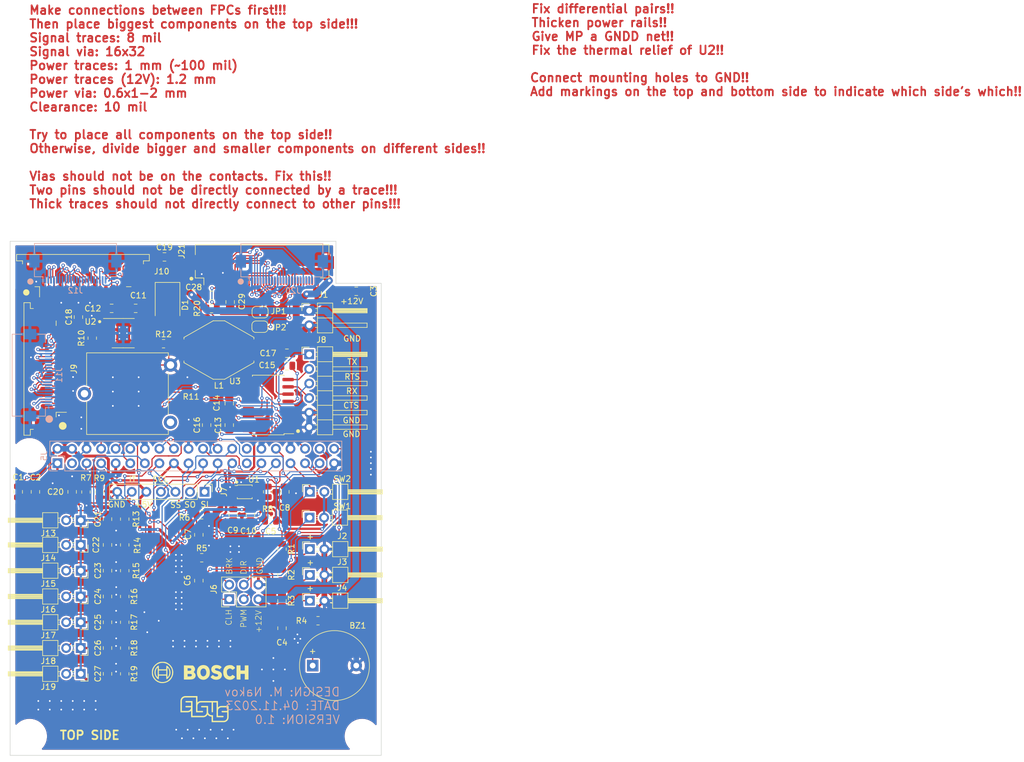
<source format=kicad_pcb>
(kicad_pcb (version 20221018) (generator pcbnew)
  (title_block (title "DA_Shield") (date "2023-11-07") (company "Robert Bosch GmbH"))
  (layers (0 "F.Cu" signal) (31 "B.Cu" signal) (34 "B.Paste" user) (35 "F.Paste" user) (36 "B.SilkS" user "B.Silkscreen") (37 "F.SilkS" user "F.Silkscreen") (38 "B.Mask" user) (39 "F.Mask" user) (44 "Edge.Cuts" user))
  (net 0 "")
  (net 1 "/BUZZER")
  (net 2 "Net-(D1-A)")
  (net 3 "+3.3V")
  (net 4 "+5V")
  (net 5 "Net-(BZ1--)")
  (net 6 "GNDD")
  (net 7 "/OBDR_CE")
  (net 8 "/TXD1")
  (net 9 "/RXD1")
  (net 10 "/BUT6")
  (net 11 "/BUT7")
  (net 12 "/RTS1")
  (net 13 "/ACT_PWM")
  (net 14 "/INP_BRAKE")
  (net 15 "/INP_CLUTCH")
  (net 16 "/BUT4")
  (net 17 "/BUT3")
  (net 18 "/BUT5")
  (net 19 "Net-(J3-Pin_1)")
  (net 20 "Net-(J4-Pin_1)")
  (net 21 "/BUT2")
  (net 22 "/OBDR_SCLK")
  (net 23 "/OBDR_MISO")
  (net 25 "/OBDR_MOSI")
  (net 26 "/BUT1")
  (net 27 "/OBDR_INT")
  (net 28 "/CTS1")
  (net 29 "/LED_WRN")
  (net 30 "+12V")
  (net 31 "Net-(U2-VCC)")
  (net 32 "Net-(U3-C1+)")
  (net 33 "Net-(U3-C1-)")
  (net 34 "Net-(U3-C2+)")
  (net 35 "Net-(U3-C2-)")
  (net 36 "Net-(U3-VS+)")
  (net 37 "Net-(U3-VS-)")
  (net 39 "/LED_ALM")
  (net 40 "/display_40_to_22/RESET")
  (net 41 "/LED_AUX")
  (net 44 "/ACT_DIR")
  (net 45 "/LVL_SHIFT_MISO")
  (net 46 "Net-(J7-Pin_6)")
  (net 47 "/camera_15_to_22/CAM0_D0_N")
  (net 48 "/camera_15_to_22/CAM0_D0_P")
  (net 49 "/camera_15_to_22/CAM0_D1_N")
  (net 50 "/camera_15_to_22/CAM0_D1_P")
  (net 51 "/camera_15_to_22/CAM0_C_N")
  (net 52 "/camera_15_to_22/CAM0_C_P")
  (net 53 "/camera_15_to_22/CAM0_GPIO")
  (net 54 "Net-(J2-Pin_1)")
  (net 56 "/camera_15_to_22/CAM0_SCL")
  (net 57 "Net-(U1-OE)")
  (net 58 "Net-(U2-IADJ)")
  (net 59 "Net-(U2-FS)")
  (net 60 "/debug_port/DP_RTS")
  (net 61 "/debug_port/DP_CTS")
  (net 62 "/debug_port/DP_RXD")
  (net 63 "/debug_port/DP_TXD")
  (net 64 "/camera_15_to_22/CAM0_SDA")
  (net 65 "/camera_15_to_22/CAM1_D0_N")
  (net 66 "/camera_15_to_22/CAM1_D0_P")
  (net 67 "/camera_15_to_22/CAM1_D1_N")
  (net 68 "/camera_15_to_22/CAM1_D1_P")
  (net 69 "/camera_15_to_22/CAM1_C_N")
  (net 70 "/camera_15_to_22/CAM1_C_P")
  (net 71 "/camera_15_to_22/CAM1_GPIO")
  (net 73 "/camera_15_to_22/CAM1_SCL")
  (net 74 "/camera_15_to_22/CAM1_SDA")
  (net 85 "/display_40_to_22/D0N")
  (net 86 "/display_40_to_22/D0P")
  (net 87 "/display_40_to_22/D1N")
  (net 88 "/display_40_to_22/D1P")
  (net 89 "/display_40_to_22/DCLKN")
  (net 90 "/display_40_to_22/DCLKP")
  (net 91 "/display_40_to_22/D2N")
  (net 92 "/display_40_to_22/D2P")
  (net 93 "/display_40_to_22/D3N")
  (net 94 "/display_40_to_22/D3P")
  (net 97 "/display_40_to_22/SCL0")
  (net 98 "/display_40_to_22/SDA0")
  (net 102 "/display_40_to_22/STBYB")
  (net 108 "/DISP_BL_CATH")
  (net 109 "Net-(J21-Pin_33)")
  (net 110 "Net-(J21-Pin_34)")
  (net 115 "Net-(R10-Pad2)")
  (net 117 "/disp_backlight/LEDB_PWM_DIMM")
  (net 118 "/camera_15_to_22/CAM0_SUPPLY_3V3")
  (net 119 "/camera_15_to_22/CAM1_SUPPLY_3V3")
  (net 120 "/display_40_to_22/DISP_SUPPLY_3V3")
  (footprint "Capacitor_SMD:C_0805_2012Metric" (layer "F.Cu") (at 95.07 117.76 90)
    (fp_text reference "C23")
    (fp_text value "100n")
  )
  (footprint "Connector_PinHeader_2.54mm:PinHeader_1x06_P2.54mm_Horizontal" (layer "F.Cu") (at 130.245 80.01)
    (fp_text reference "J8")
    (fp_text value "RS232")
  )
  (footprint "Capacitor_SMD:C_0805_2012Metric" (layer "F.Cu") (at 125.5 127.8 -90)
    (fp_text reference "C4")
    (fp_text value "100n")
  )
  (footprint "Capacitor_SMD:C_0805_2012Metric" (layer "F.Cu") (at 116.459 70.866 90)
    (fp_text reference "C29")
    (fp_text value "100n")
  )
  (footprint "Connector_FFC-FPC:TE_1-84952-5_1x15-1MP_P1.0mm_Horizontal" (layer "F.Cu") (at 85.2034 82.553 -90)
    (fp_text reference "J9")
    (fp_text value "Camera")
  )
  (footprint "Connector_FFC-FPC:Hirose_FH12-40S-0.5SH_1x40-1MP_P0.50mm_Horizontal" (layer "F.Cu") (at 122.03 65.38 180)
    (fp_text reference "J21")
    (fp_text value "Display")
  )
  (footprint "Capacitor_SMD:C_0805_2012Metric" (layer "F.Cu") (at 95.07 126.76 90)
    (fp_text reference "C25")
    (fp_text value "100n")
  )
  (footprint "Capacitor_SMD:C_0805_2012Metric" (layer "F.Cu") (at 126 104 -90)
    (fp_text reference "C8")
    (fp_text value "100n")
  )
  (footprint "Capacitor_SMD:C_0805_2012Metric" (layer "F.Cu") (at 95.07 122.26 90)
    (fp_text reference "C24")
    (fp_text value "100n")
  )
  (footprint "Capacitor_SMD:C_0805_2012Metric" (layer "F.Cu") (at 90 73.5 90)
    (fp_text reference "C18")
    (fp_text value "100n")
  )
  (footprint "Capacitor_SMD:C_0805_2012Metric" (layer "F.Cu") (at 116.3 92.35 -90)
    (fp_text reference "C13")
    (fp_text value "2.2uF")
  )
  (footprint "Capacitor_SMD:C_0805_2012Metric" (layer "F.Cu") (at 95.07 135.76 90)
    (fp_text reference "C27")
    (fp_text value "100n")
  )
  (footprint "Resistor_SMD:R_0805_2012Metric" (layer "F.Cu") (at 123 104 90)
    (fp_text reference "R8")
    (fp_text value "10K")
  )
  (footprint "Connector_PinHeader_2.54mm:PinHeader_2x01_P2.54mm_Horizontal" (layer "F.Cu") (at 90.398 122.26 180)
    (fp_text reference "J16")
    (fp_text value "But_4")
  )
  (footprint "Package_SO:VSSOP-8_2.4x2.1mm_P0.5mm" (layer "F.Cu") (at 119 104)
    (fp_text reference "U1")
    (fp_text value "TXU0202")
  )
  (footprint "Resistor_SMD:R_0805_2012Metric" (layer "F.Cu") (at 91.31 104.03 -90)
    (fp_text reference "R7")
    (fp_text value "1K")
  )
  (footprint "Connector_PinHeader_2.54mm:PinHeader_2x01_P2.54mm_Horizontal" (layer "F.Cu") (at 90.398 117.76 180)
    (fp_text reference "J15")
    (fp_text value "But_3")
  )
  (footprint "Connector_PinHeader_2.54mm:PinHeader_2x01_P2.54mm_Horizontal" (layer "F.Cu") (at 90.398 135.76 180)
    (fp_text reference "J19")
    (fp_text value "But_7")
  )
  (footprint "Capacitor_SMD:C_0805_2012Metric" (layer "F.Cu") (at 126.36 79.81)
    (fp_text reference "C17")
    (fp_text value "100n")
  )
  (footprint "Connector_PinHeader_2.54mm:PinHeader_2x01_P2.54mm_Horizontal" (layer "F.Cu") (at 130.3 108.5)
    (fp_text reference "SW1")
    (fp_text value "SW_Clutch")
  )
  (footprint "Capacitor_SMD:C_0805_2012Metric" (layer "F.Cu") (at 111 111.5 90)
    (fp_text reference "C7")
    (fp_text value "100n")
  )
  (footprint "Connector_PinHeader_2.54mm:PinHeader_1x07_P2.54mm_Vertical" (layer "F.Cu") (at 112 104 -90)
    (fp_text reference "J7")
    (fp_text value "CAN_Module")
  )
  (footprint "Resistor_SMD:R_0805_2012Metric" (layer "F.Cu") (at 98.07 135.76 -90)
    (fp_text reference "R19")
    (fp_text value "10K")
  )
  (footprint "Capacitor_SMD:C_0805_2012Metric" (layer "F.Cu") (at 112.35 92.35 90)
    (fp_text reference "C16")
    (fp_text value "100n")
  )
  (footprint "Buzzer_Beeper:Buzzer_12x9.5RM7.6" (layer "F.Cu") (at 130.85 134.32)
    (fp_text reference "BZ1")
    (fp_text value "Buzzer")
  )
  (footprint "Package_SO:SOIC-8-1EP_3.9x4.9mm_P1.27mm_EP2.29x3mm_ThermalVias" (layer "F.Cu") (at 97.805 76.311)
    (fp_text reference "U2")
    (fp_text value "TPS92511DDA")
  )
  (footprint "Resistor_SMD:R_0805_2012Metric" (layer "F.Cu") (at 104.8375 78.15)
    (fp_text reference "R12")
    (fp_text value "100K")
  )
  (footprint "MountingHole:MountingHole_2.7mm_M2.5" (layer "F.Cu") (at 81.4672 97.6586)
    (fp_text reference "H3" hide)
    (fp_text value "MountingHole")
  )
  (footprint "Capacitor_SMD:C_0805_2012Metric" (layer "F.Cu") (at 95.07 113.26 90)
    (fp_text reference "C22")
    (fp_text value "100n")
  )
  (footprint "Resistor_SMD:R_0805_2012Metric" (layer "F.Cu") (at 125.5 123 -90)
    (fp_text reference "R3")
    (fp_text value "140")
  )
  (footprint "Resistor_SMD:R_0805_2012Metric" (layer "F.Cu") (at 98.07 131.26 -90)
    (fp_text reference "R18")
    (fp_text value "10K")
  )
  (footprint "Capacitor_SMD:C_0805_2012Metric" (layer "F.Cu") (at 105 63)
    (fp_text reference "C19")
    (fp_text value "100n")
  )
  (footprint "Connector_PinHeader_2.54mm:PinHeader_2x01_P2.54mm_Horizontal" (layer "F.Cu") (at 130.35 104)
    (fp_text reference "SW2")
    (fp_text value "SW_Brake")
  )
  (footprint "Capacitor_SMD:C_0805_2012Metric" (layer "F.Cu") (at 95.788 71.977)
    (fp_text reference "C12")
    (fp_text value "1 uF")
  )
  (footprint "Capacitor_SMD:C_0805_2012Metric" (layer "F.Cu") (at 88.9 104 90)
    (fp_text reference "C20")
    (fp_text value "100n")
  )
  (footprint "Connector_PinHeader_2.54mm:PinHeader_2x01_P2.54mm_Horizontal" (layer "F.Cu") (at 130.35 118.5)
    (fp_text reference "J3")
    (fp_text value "CONN_LED_RED")
  )
  (footprint "Resistor_SMD:R_0805_2012Metric" (layer "F.Cu") (at 113.218 72.009)
    (fp_text reference "R20")
    (fp_text value "10K")
  )
  (footprint "Capacitor_SMD:C_0805_2012Metric" (layer "F.Cu") (at 113.218 69.723)
    (fp_text reference "C28")
    (fp_text value "100n")
  )
  (footprint "Connector_PinHeader_2.54mm:PinHeader_1x02_P2.54mm_Horizontal" (layer "F.Cu") (at 130.245 72.39)
    (fp_text reference "J1")
    (fp_text value "12V")
  )
  (footprint "Potentiometer_THT:Potentiometer_ACP_CA14V-15_Vertical" (layer "F.Cu") (at 106.052 81.868 180)
    (fp_text reference "R11")
    (fp_text value "PT15LV 25K")
  )
  (footprint "Capacitor_SMD:C_0805_2012Metric" (layer "F.Cu") (at 95.07 108.76 90)
    (fp_text reference "C21")
    (fp_text value "100n")
  )
  (footprint "Capacitor_SMD:C_0805_2012Metric" (layer "F.Cu") (at 126.35 82)
    (fp_text reference "C15")
    (fp_text value "100n")
  )
  (footprint "Resistor_SMD:R_0805_2012Metric" (layer "F.Cu") (at 111.5 108)
    (fp_text reference "R6")
    (fp_text value "10K")
  )
  (footprint "Connector_PinHeader_2.54mm:PinHeader_2x01_P2.54mm_Horizontal" (layer "F.Cu") (at 90.398 113.26 180)
    (fp_text reference "J14")
    (fp_text value "But_2")
  )
  (footprint "Capacitor_SMD:C_0805_2012Metric" (layer "F.Cu") (at 123.5 109 180)
    (fp_text reference "C5")
    (fp_text value "100n")
  )
  (footprint "Resistor_SMD:R_0805_2012Metric" (layer "F.Cu") (at 92.409 77.1765 -90)
    (fp_text reference "R10")
    (fp_text value "5.1K")
  )
  (footprint "Connector_PinHeader_2.54mm:PinHeader_2x01_P2.54mm_Horizontal" (layer "F.Cu") (at 90.398 108.964 180)
    (fp_text reference "J13")
    (fp_text value "But_1")
  )
  (footprint "Package_SO:SO-16_5.3x10.2mm_P1.27mm" (layer "F.Cu") (at 123.1 88.85 180)
    (fp_text reference "U3")
    (fp_text value "MAX3232")
  )
  (footprint "Connector_FFC-FPC:TE_1-84952-5_1x15-1MP_P1.0mm_Horizontal" (layer "F.Cu") (at 90.79 67.2854 180)
    (fp_text reference "J10")
    (fp_text value "Camera")
  )
  (footprint "Resistor_SMD:R_0805_2012Metric" (layer "F.Cu") (at 98.07 126.76 -90)
    (fp_text reference "R17")
    (fp_text value "10K")
  )
  (footprint "Capacitor_SMD:C_0805_2012Metric" (layer "F.Cu") (at 138.45 69)
    (fp_text reference "C3")
    (fp_text value "100n")
  )
  (footprint "Resistor_SMD:R_0805_2012Metric" (layer "F.Cu") (at 98.07 108.76 -90)
    (fp_text reference "R13")
    (fp_text value "10K")
  )
  (footprint "Resistor_SMD:R_0805_2012Metric" (layer "F.Cu") (at 98.07 122.26 -90)
    (fp_text reference "R16")
    (fp_text value "10K")
  )
  (footprint "Capacitor_SMD:C_0805_2012Metric" (layer "F.Cu") (at 82.5 104 -90)
    (fp_text reference "C2")
    (fp_text value "100n")
  )
  (footprint "Resistor_SMD:R_0805_2012Metric" (layer "F.Cu") (at 93.66 104.03 -90)
    (fp_text reference "R9")
    (fp_text value "1K")
  )
  (footprint "Resistor_SMD:R_0805_2012Metric" (layer "F.Cu") (at 98.07 117.76 -90)
    (fp_text reference "R15")
    (fp_text value "10K")
  )
  (footprint "Capacitor_SMD:C_0805_2012Metric" (layer "F.Cu") (at 117 108 -90)
    (fp_text reference "C9")
    (fp_text value "100n")
  )
  (footprint "Capacitor_SMD:C_0805_2012Metric" (layer "F.Cu") (at 116.3 88.6 90)
    (fp_text reference "C14")
    (fp_text value "100n")
  )
  (footprint "Connector_PinHeader_2.54mm:PinHeader_2x03_P2.54mm_Vertical" (layer "F.Cu") (at 116.3 122.74 90)
    (fp_text reference "J6")
    (fp_text value "Actuator")
  )
  (footprint "Resistor_SMD:R_0805_2012Metric" (layer "F.Cu") (at 125.5 118.5 -90)
    (fp_text reference "R2")
    (fp_text value "140")
  )
  (footprint "Connector_PinHeader_2.54mm:PinHeader_2x01_P2.54mm_Horizontal" (layer "F.Cu") (at 90.398 126.76 180)
    (fp_text reference "J17")
    (fp_text value "But_5")
  )
  (footprint "Jumper:SolderJumper-2_P1.3mm_Open_RoundedPad1.0x1.5mm" (layer "F.Cu") (at 121.681 72.644)
    (fp_text reference "JP1")
    (fp_text value "Jumper_2_Open")
  )
  (footprint "Jumper:SolderJumper-2_P1.3mm_Open_RoundedPad1.0x1.5mm" (layer "F.Cu") (at 121.651 75.184)
    (fp_text reference "JP2")
    (fp_text value "Jumper_2_Open")
  )
  (footprint "MountingHole:MountingHole_2.7mm_M2.5" (layer "F.Cu") (at 139.4672 146.6586)
    (fp_text reference "H4" hide)
    (fp_text value "MountingHole")
  )
  (footprint "Resistor_SMD:R_0805_2012Metric" (layer "F.Cu") (at 131.78 126.49 180)
    (fp_text reference "R4")
    (fp_text value "140")
  )
  (footprint "LOGO" (layer "F.Cu") (at 111.22 135.52)
    (fp_text reference "G***" hide)
    (fp_text value "LOGO" hide)
  )
  (footprint "Capacitor_SMD:C_0805_2012Metric" (layer "F.Cu") (at 111 119.5 90)
    (fp_text reference "C6")
    (fp_text value "100n")
  )
  (footprint "Diode_SMD:D_SMB" (layer "F.Cu") (at 105.537 71.12 -90)
    (fp_text reference "D1")
    (fp_text value "SS210")
  )
  (footprint "Resistor_SMD:R_0805_2012Metric" (layer "F.Cu") (at 98.07 113.26 -90)
    (fp_text reference "R14")
    (fp_text value "10K")
  )
  (footprint "Capacitor_SMD:C_0805_2012Metric" (layer "F.Cu") (at 79.5 104 -90)
    (fp_text reference "C1")
    (fp_text value "100n")
  )
  (footprint "Connector_PinHeader_2.54mm:PinHeader_2x01_P2.54mm_Horizontal" (layer "F.Cu") (at 90.398 131.26 180)
    (fp_text reference "J18")
    (fp_text value "But_6")
  )
  (footprint "Connector_PinHeader_2.54mm:PinHeader_2x01_P2.54mm_Horizontal" (layer "F.Cu") (at 130.35 114)
    (fp_text reference "J2")
    (fp_text value "CONN_LED_ORG")
  )
  (footprint "Capacitor_SMD:C_0805_2012Metric" (layer "F.Cu") (at 99.979 71.977 180)
    (fp_text reference "C11")
    (fp_text value "1 uF")
  )
  (footprint "Capacitor_SMD:C_0805_2012Metric" (layer "F.Cu") (at 95.07 131.26 90)
    (fp_text reference "C26")
    (fp_text value "100n")
  )
  (footprint "Resistor_SMD:R_0805_2012Metric" (layer "F.Cu") (at 111.5 115.5)
    (fp_text reference "R5")
    (fp_text value "10K")
  )
  (footprint "Inductor_SMD:L_SigTra_SC3316F" (layer "F.Cu") (at 114.5 79.25)
    (fp_text reference "L1")
    (fp_text value "330 uH")
  )
  (footprint "Connector_PinHeader_2.54mm:PinHeader_2x01_P2.54mm_Horizontal" (layer "F.Cu") (at 130.35 123)
    (fp_text reference "J4")
    (fp_text value "CONN_LED_AUX")
  )
  (footprint "Resistor_SMD:R_0805_2012Metric" (layer "F.Cu") (at 125.5 114 -90)
    (fp_text reference "R1")
    (fp_text value "120")
  )
  (footprint "Capacitor_SMD:C_0805_2012Metric" (layer "F.Cu") (at 120 108 90)
    (fp_text reference "C10")
    (fp_text value "100n")
  )
  (footprint "MountingHole:MountingHole_2.7mm_M2.5" (layer "F.Cu") (at 81.4672 146.6586)
    (fp_text reference "H2" hide)
    (fp_text value "MountingHole")
  )
  (footprint "Connector_FFC-FPC:Hirose_FH12-22S-0.5SH_1x22-1MP_P0.50mm_Horizontal" (layer "B.Cu") (at 82.9436 83.6394 90)
    (fp_text reference "J11")
    (fp_text value "Berry_CAM0")
  )
  (footprint "Connector_FFC-FPC:Hirose_FH12-22S-0.5SH_1x22-1MP_P0.50mm_Horizontal" (layer "B.Cu") (at 125.4718 65.1768)
    (fp_text reference "J20")
    (fp_text value "Berry_DISP1")
  )
  (footprint "Connector_PinHeader_2.54mm:PinHeader_2x20_P2.54mm_Vertical" (layer "B.Cu") (at 86.3372 96.4586 -90)
    (fp_text reference "J5")
    (fp_text value "HAT")
  )
  (footprint "Connector_FFC-FPC:Hirose_FH12-22S-0.5SH_1x22-1MP_P0.50mm_Horizontal" (layer "B.Cu") (at 89.4674 65.1526)
    (fp_text reference "J12")
    (fp_text value "Berry_CAM1")
  )
  (gr_circle (center 84.9 91.3) (end 85.5 91.4) (stroke (width 0.1)) (fill solid) (layer "B.SilkS"))
  (gr_circle (center 81.617157 67.3) (end 82.1 67.4) (stroke (width 0.1)) (fill solid) (layer "B.SilkS"))
  (gr_circle (center 118.3 67.3) (end 118.782843 67.3) (stroke (width 0.1)) (fill solid) (layer "B.SilkS"))
  (gr_circle (center 117.6 102.3) (end 117.823607 102.3) (stroke (width 0.1)) (fill solid) (layer "F.SilkS"))
  (gr_circle (center 80.9 69.2) (end 81.4 69.2) (stroke (width 0.1)) (fill solid) (layer "F.SilkS"))
  (gr_circle (center 109.7 66.8) (end 109.982843 66.8) (stroke (width 0.1)) (fill solid) (layer "F.SilkS"))
  (gr_circle (center 128.3 93.4) (end 128.582843 93.4) (stroke (width 0.1)) (fill solid) (layer "F.SilkS"))
  (gr_circle (center 87.26 92.49) (end 87.883939 92.49) (stroke (width 0.1)) (fill solid) (layer "F.SilkS"))
  (gr_circle (center 93.7 74.3) (end 93.923607 74.3) (stroke (width 0.1)) (fill solid) (layer "F.SilkS"))
  (gr_poly (pts (xy 110.754204 140.759597) (xy 110.785175 140.72951) (xy 110.817471 140.701141) (xy 110.851019 140.674522) (xy 110.885745 140.649682) (xy 110.921577 140.626653) (xy 110.958441 140.605465) (xy 110.996264 140.58615) (xy 111.034973 140.568737) (xy 111.074496 140.553258) (xy 111.114758 140.539743) (xy 111.155687 140.528224) (xy 111.197209 140.51873) (xy 111.239252 140.511293) (xy 111.281743 140.505943) (xy 111.324607 140.502711) (xy 111.367773 140.501628) (xy 114.333289 140.501628) (xy 114.333288 141.622668) (xy 114.364256 141.592584) (xy 114.396549 141.564218) (xy 114.430093 141.5376) (xy 114.464815 141.512762) (xy 114.500643 141.489734) (xy 114.537503 141.468548) (xy 114.575322 141.449233) (xy 114.614027 141.43182) (xy 114.653545 141.416341) (xy 114.693803 141.402826) (xy 114.734727 141.391306) (xy 114.776245 141.38181) (xy 114.818284 141.374371) (xy 114.86077 141.369019) (xy 114.90363 141.365785) (xy 114.946791 141.364699) (xy 116.189208 141.364699) (xy 116.189208 143.34021) (xy 116.188143 143.382956) (xy 116.185025 143.425183) (xy 116.179904 143.46684) (xy 116.172826 143.507878) (xy 116.163839 143.548246) (xy 116.15299 143.587895) (xy 116.140327 143.626775) (xy 116.125896 143.664835) (xy 116.109746 143.702026) (xy 116.091923 143.738297) (xy 116.072476 143.773598) (xy 116.051451 143.80788) (xy 116.028896 143.841092) (xy 116.004858 143.873185) (xy 115.979384 143.904108) (xy 115.952523 143.933811) (xy 115.924321 143.962245) (xy 115.894825 143.989359) (xy 115.864084 144.015102) (xy 115.832145 144.039426) (xy 115.799054 144.062281) (xy 115.76486 144.083615) (xy 115.729609 144.103379) (xy 115.693349 144.121523) (xy 115.656128 144.137998) (xy 115.617993 144.152752) (xy 115.578991 144.165736) (xy 115.53917 144.1769) (xy 115.498576 144.186194) (xy 115.457258 144.193568) (xy 115.415263 144.198972) (xy 115.372638 144.202355) (xy 113.223692 144.202355) (xy 113.223693 143.224786) (xy 113.171423 143.223148) (xy 113.119692 143.218377) (xy 113.068621 143.210536) (xy 113.018335 143.19969) (xy 112.968955 143.185902) (xy 112.920605 143.169238) (xy 112.873408 143.149761) (xy 112.827488 143.127535) (xy 112.782966 143.102625) (xy 112.739967 143.075094) (xy 112.698612 143.045007) (xy 112.659027 143.012427) (xy 112.621332 142.97742) (xy 112.585652 142.940049) (xy 112.552109 142.900377) (xy 112.520827 142.85847) (xy 112.491901 142.912398) (xy 112.459536 142.963687) (xy 112.423916 143.012221) (xy 112.385227 143.057886) (xy 112.343651 143.100567) (xy 112.299375 143.140149) (xy 112.25258 143.176516) (xy 112.203453 143.209555) (xy 112.152178 143.239149) (xy 112.098938 143.265183) (xy 112.043919 143.287544) (xy 111.987304 143.306116) (xy 111.929277 143.320783) (xy 111.870024 143.331431) (xy 111.809728 143.337945) (xy 111.748574 143.34021) (xy 109.644608 143.34021) (xy 109.644608 142.218906) (xy 109.613637 142.248995) (xy 109.581342 142.277365) (xy 109.547795 142.303985) (xy 109.513069 142.328825) (xy 109.477237 142.351855) (xy 109.440373 142.373043) (xy 109.40255 142.392359) (xy 109.363841 142.409772) (xy 109.324318 142.425251) (xy 109.284056 142.438766) (xy 109.243127 142.450285) (xy 109.201604 142.459778) (xy 109.15956 142.467214) (xy 109.11707 142.472563) (xy 109.074205 142.475794) (xy 109.031039 142.476875) (xy 107.788688 142.476875) (xy 107.788688 142.22863) (xy 108.036669 142.22863) (xy 109.031052 142.22863) (xy 109.062648 142.227777) (xy 109.093828 142.225353) (xy 109.124552 142.221398) (xy 109.154783 142.215951) (xy 109.184482 142.209048) (xy 109.21361 142.20073) (xy 109.242129 142.191035) (xy 109.27 142.18) (xy 109.297185 142.167666) (xy 109.323646 142.15407) (xy 109.349344 142.139251) (xy 109.37424 142.123247) (xy 109.398296 142.106097) (xy 109.421474 142.087841) (xy 109.443735 142.068515) (xy 109.465041 142.048159) (xy 109.485353 142.026811) (xy 109.504633 142.00451) (xy 109.522841 141.981294) (xy 109.539941 141.957202) (xy 109.555893 141.932273) (xy 109.570658 141.906545) (xy 109.584199 141.880056) (xy 109.596477 141.852846) (xy 109.607453 141.824953) (xy 109.617089 141.796414) (xy 109.625346 141.76727) (xy 109.632187 141.737558) (xy 109.637571 141.707316) (xy 109.641462 141.676585) (xy 109.64382 141.645401) (xy 109.644608 141.613804) (xy 108.783058 141.613804) (xy 108.778842 141.61383) (xy 108.774645 141.613715) (xy 108.770473 141.613459) (xy 108.766326 141.613064) (xy 108.762209 141.612533) (xy 108.758124 141.611866) (xy 108.754075 141.611066) (xy 108.750063 141.610134) (xy 108.746093 141.609072) (xy 108.742168 141.607881) (xy 108.738289 141.606563) (xy 108.734461 141.60512) (xy 108.730686 141.603554) (xy 108.726967 141.601865) (xy 108.723307 141.600056) (xy 108.71971 141.598129) (xy 108.716178 141.596085) (xy 108.712713 141.593925) (xy 108.70932 141.591652) (xy 108.706001 141.589267) (xy 108.702759 141.586772) (xy 108.699597 141.584168) (xy 108.696518 141.581457) (xy 108.693525 141.578641) (xy 108.690621 141.575721) (xy 108.687809 141.572699) (xy 108.685092 141.569577) (xy 108.682473 141.566356) (xy 108.679955 141.563038) (xy 108.677541 141.559625) (xy 108.675233 141.556118) (xy 108.673036 141.552519) (xy 108.66902 141.545126) (xy 108.66554 141.537542) (xy 108.662596 141.529793) (xy 108.660186 141.521908) (xy 108.658313 141.513914) (xy 108.656974 141.505838) (xy 108.656171 141.497707) (xy 108.655903 141.489549) (xy 108.656171 141.481391) (xy 108.656974 141.473261) (xy 108.658313 141.465185) (xy 108.660186 141.457191) (xy 108.662596 141.449306) (xy 108.66554 141.441557) (xy 108.66902 141.433973) (xy 108.673036 141.42658) (xy 108.677541 141.419474) (xy 108.682473 141.412743) (xy 108.687809 141.4064) (xy 108.693525 141.400458) (xy 108.699597 141.394931) (xy 108.706001 141.389832) (xy 108.712713 141.385174) (xy 108.71971 141.38097) (xy 108.726967 141.377234) (xy 108.734461 141.373979) (xy 108.742168 141.371218) (xy 108.750063 141.368965) (xy 108.758124 141.367233) (xy 108.766326 141.366035) (xy 108.774645 141.365384) (xy 108.783058 141.365295) (xy 109.644608 141.365295) (xy 109.644608 140.750138) (xy 108.783058 140.750138) (xy 108.778842 140.750164) (xy 108.774645 140.750048) (xy 108.770473 140.749792) (xy 108.766326 140.749398) (xy 108.762209 140.748866) (xy 108.758124 140.7482) (xy 108.754075 140.7474) (xy 108.750063 140.746468) (xy 108.746093 140.745405) (xy 108.742168 140.744215) (xy 108.738289 140.742897) (xy 108.734461 140.741454) (xy 108.730686 140.739887) (xy 108.726967 140.738199) (xy 108.723307 140.73639) (xy 108.71971 140.734463) (xy 108.716178 140.732419) (xy 108.712713 140.730259) (xy 108.70932 140.727986) (xy 108.706001 140.725601) (xy 108.702759 140.723106) (xy 108.699597 140.720502) (xy 108.696518 140.717791) (xy 108.693525 140.714974) (xy 108.690621 140.712055) (xy 108.687809 140.709033) (xy 108.685092 140.705911) (xy 108.682473 140.70269) (xy 108.679955 140.699372) (xy 108.677541 140.695959) (xy 108.675233 140.692452) (xy 108.673036 140.688853) (xy 108.66902 140.68146) (xy 108.66554 140.673875) (xy 108.662596 140.666127) (xy 108.660186 140.658242) (xy 108.658313 140.650248) (xy 108.656974 140.642172) (xy 108.656171 140.634041) (xy 108.655903 140.625883) (xy 108.656171 140.617725) (xy 108.656974 140.609595) (xy 108.658313 140.601519) (xy 108.660186 140.593524) (xy 108.662596 140.585639) (xy 108.66554 140.577891) (xy 108.66902 140.570307) (xy 108.673036 140.562913) (xy 108.677541 140.555808) (xy 108.682473 140.549077) (xy 108.687809 140.542734) (xy 108.693525 140.536792) (xy 108.699597 140.531265) (xy 108.706001 140.526166) (xy 108.712713 140.521507) (xy 108.71971 140.517304) (xy 108.726967 140.513568) (xy 108.734461 140.510313) (xy 108.742168 140.507552) (xy 108.750063 140.505299) (xy 108.758124 140.503567) (xy 108.766326 140.502369) (xy 108.774645 140.501718) (xy 108.783058 140.501628) (xy 109.892588 140.501628) (xy 109.892588 143.092031) (xy 111.748584 143.092031) (xy 111.780191 143.091174) (xy 111.811381 143.088746) (xy 111.842115 143.084786) (xy 111.872354 143.079332) (xy 111.902061 143.072423) (xy 111.931197 143.064098) (xy 111.959723 143.054394) (xy 111.987601 143.043351) (xy 112.014793 143.031008) (xy 112.041259 143.017402) (xy 112.066961 143.002573) (xy 112.091862 142.986559) (xy 112.115921 142.969399) (xy 112.139102 142.95113) (xy 112.161365 142.931793) (xy 112.182672 142.911425) (xy 112.202984 142.890065) (xy 112.222264 142.867752) (xy 112.240471 142.844524) (xy 112.257569 142.820419) (xy 112.273518 142.795478) (xy 112.28828 142.769737) (xy 112.301816 142.743236) (xy 112.314089 142.716013) (xy 112.325058 142.688106) (xy 112.334687 142.659556) (xy 112.342937 142.630399) (xy 112.349768 142.600675) (xy 112.355143 142.570421) (xy 112.359022 142.539678) (xy 112.361369 142.508483) (xy 112.362143 142.476875) (xy 112.362143 141.613209) (xy 111.499403 141.613209) (xy 111.493114 141.61288) (xy 111.486914 141.612245) (xy 111.48081 141.611311) (xy 111.474808 141.610085) (xy 111.468918 141.608576) (xy 111.463145 141.606791) (xy 111.457497 141.604737) (xy 111.451982 141.602423) (xy 111.446607 141.599855) (xy 111.441379 141.597042) (xy 111.436306 141.593991) (xy 111.431394 141.590709) (xy 111.426652 141.587204) (xy 111.422087 141.583484) (xy 111.417706 141.579556) (xy 111.413516 141.575429) (xy 111.409525 141.571108) (xy 111.405741 141.566603) (xy 111.402169 141.561921) (xy 111.398819 141.557069) (xy 111.395697 141.552055) (xy 111.39281 141.546886) (xy 111.390166 141.54157) (xy 111.387772 141.536115) (xy 111.385636 141.530529) (xy 111.383765 141.524818) (xy 111.382167 141.518991) (xy 111.380848 141.513054) (xy 111.379816 141.507017) (xy 111.379078 141.500886) (xy 111.378643 141.494668) (xy 111.378516 141.488372) (xy 111.378703 141.482078) (xy 111.379198 141.475865) (xy 111.379995 141.469741) (xy 111.381084 141.463713) (xy 111.38246 141.45779) (xy 111.384115 141.451978) (xy 111.38604 141.446286) (xy 111.38823 141.44072) (xy 111.390675 141.435288) (xy 111.39337 141.429998) (xy 111.396306 141.424857) (xy 111.399476 141.419873) (xy 111.402873 141.415053) (xy 111.406489 141.410406) (xy 111.410317 141.405937) (xy 111.414349 141.401655) (xy 111.418578 141.397568) (xy 111.422997 141.393682) (xy 111.427597 141.390006) (xy 111.432373 141.386547) (xy 111.437315 141.383312) (xy 111.442417 141.38031) (xy 111.447672 141.377547) (xy 111.453072 141.375031) (xy 111.458609 141.372769) (xy 111.464276 141.37077) (xy 111.470065 141.36904) (xy 111.47597 141.367587) (xy 111.481983 141.36642) (xy 111.488096 141.365544) (xy 111.494302 141.364968) (xy 111.500593 141.364699) (xy 112.610058 141.364699) (xy 112.610058 142.361252) (xy 112.610846 142.39285) (xy 112.613205 142.424035) (xy 112.617096 142.454767) (xy 112.622481 142.485009) (xy 112.629322 142.514722) (xy 112.63758 142.543867) (xy 112.647217 142.572406) (xy 112.658193 142.6003) (xy 112.670472 142.627511) (xy 112.684013 142.654) (xy 112.698779 142.679728) (xy 112.714731 142.704657) (xy 112.731831 142.728749) (xy 112.750041 142.751965) (xy 112.769321 142.774266) (xy 112.789633 142.795614) (xy 112.810939 142.815969) (xy 112.833201 142.835295) (xy 112.856379 142.853552) (xy 112.880436 142.870701) (xy 112.905332 142.886704) (xy 112.931031 142.901523) (xy 112.957492 142.915119) (xy 112.984677 142.927453) (xy 113.012549 142.938486) (xy 113.041068 142.948181) (xy 113.070196 142.956499) (xy 113.099895 142.963401) (xy 113.130126 142.968848) (xy 113.16085 142.972802) (xy 113.19203 142.975225) (xy 113.223626 142.976078) (xy 113.471673 142.976078) (xy 113.471673 143.955036) (xy 115.327671 143.955036) (xy 115.359268 143.954183) (xy 115.390447 143.951759) (xy 115.421172 143.947804) (xy 115.451403 143.942356) (xy 115.481101 143.935454) (xy 115.510229 143.927136) (xy 115.538748 143.91744) (xy 115.56662 143.906406) (xy 115.593805 143.894072) (xy 115.620266 143.880476) (xy 115.645963 143.865657) (xy 115.67086 143.849653) (xy 115.694916 143.832503) (xy 115.718094 143.814246) (xy 115.740355 143.794921) (xy 115.761661 143.774565) (xy 115.781973 143.753217) (xy 115.801252 143.730916) (xy 115.819461 143.7077) (xy 115.836561 143.683608) (xy 115.852512 143.658679) (xy 115.867278 143.632951) (xy 115.880819 143.606462) (xy 115.893096 143.579252) (xy 115.904073 143.551358) (xy 115.913709 143.52282) (xy 115.921966 143.493676) (xy 115.928806 143.463964) (xy 115.934191 143.433722) (xy 115.938082 143.402991) (xy 115.94044 143.371807) (xy 115.941227 143.34021) (xy 115.941227 142.476544) (xy 115.078488 142.476544) (xy 115.072199 142.476217) (xy 115.065999 142.475583) (xy 115.059895 142.47465) (xy 115.053893 142.473426) (xy 115.048003 142.471918) (xy 115.042229 142.470134) (xy 115.036582 142.468082) (xy 115.031066 142.465769) (xy 115.025691 142.463203) (xy 115.020462 142.460391) (xy 115.015388 142.457341) (xy 115.010477 142.45406) (xy 115.005734 142.450556) (xy 115.001168 142.446838) (xy 114.996786 142.442911) (xy 114.992596 142.438785) (xy 114.988604 142.434465) (xy 114.984818 142.429961) (xy 114.981246 142.42528) (xy 114.977894 142.420429) (xy 114.974771 142.415416) (xy 114.971883 142.410248) (xy 114.969238 142.404933) (xy 114.966843 142.399479) (xy 114.964705 142.393893) (xy 114.962833 142.388183) (xy 114.961233 142.382356) (xy 114.959912 142.376421) (xy 114.958879 142.370384) (xy 114.95814 142.364253) (xy 114.957703 142.358036) (xy 114.957574 142.35174) (xy 114.95776 142.345446) (xy 114.958253 142.339233) (xy 114.959048 142.333109) (xy 114.960136 142.327082) (xy 114.96151 142.321158) (xy 114.963163 142.315346) (xy 114.965087 142.309653) (xy 114.967274 142.304087) (xy 114.969719 142.298655) (xy 114.972412 142.293364) (xy 114.975346 142.288223) (xy 114.978515 142.283238) (xy 114.98191 142.278417) (xy 114.985525 142.273768) (xy 114.989351 142.269299) (xy 114.993382 142.265016) (xy 114.99761 142.260927) (xy 115.002027 142.257041) (xy 115.006626 142.253363) (xy 115.0114 142.249903) (xy 115.016341 142.246667) (xy 115.021443 142.243663) (xy 115.026696 142.240898) (xy 115.032095 142.23838) (xy 115.037631 142.236117) (xy 115.043297 142.234116) (xy 115.049086 142.232385) (xy 115.05499 142.23093) (xy 115.061003 142.229761) (xy 115.067115 142.228883) (xy 115.073321 142.228305) (xy 115.079612 142.228034) (xy 115.941228 142.228034) (xy 115.941228 141.613474) (xy 114.94699 141.613473) (xy 114.915396 141.614319) (xy 114.884218 141.616735) (xy 114.853495 141.620682) (xy 114.823265 141.626122) (xy 114.793567 141.633017) (xy 114.764439 141.641327) (xy 114.735919 141.651016) (xy 114.708047 141.662043) (xy 114.68086 141.674371) (xy 114.654397 141.68796) (xy 114.628697 141.702773) (xy 114.603798 141.718772) (xy 114.579738 141.735916) (xy 114.556557 141.754169) (xy 114.534292 141.773491) (xy 114.512981 141.793845) (xy 114.492665 141.81519) (xy 114.47338 141.83749) (xy 114.455165 141.860706) (xy 114.43806 141.884798) (xy 114.422101 141.909729) (xy 114.407329 141.93546) (xy 114.393781 141.961952) (xy 114.381495 141.989167) (xy 114.370511 142.017067) (xy 114.360867 142.045613) (xy 114.3526 142.074767) (xy 114.345751 142.104489) (xy 114.340356 142.134742) (xy 114.336456 142.165487) (xy 114.334087 142.196686) (xy 114.333289 142.228299) (xy 114.333289 143.091701) (xy 115.194905 143.091701) (xy 115.201196 143.091969) (xy 115.207402 143.092545) (xy 115.213515 143.093421) (xy 115.219528 143.094589) (xy 115.225433 143.096041) (xy 115.231223 143.097771) (xy 115.23689 143.09977) (xy 115.242427 143.102032) (xy 115.247826 143.104548) (xy 115.253081 143.107311) (xy 115.258183 143.110314) (xy 115.263126 143.113548) (xy 115.267901 143.117007) (xy 115.272502 143.120684) (xy 115.27692 143.124569) (xy 115.281149 143.128656) (xy 115.285181 143.132938) (xy 115.289009 143.137407) (xy 115.292625 143.142055) (xy 115.296022 143.146875) (xy 115.299192 143.151859) (xy 115.302128 143.157) (xy 115.304823 143.16229) (xy 115.307269 143.167721) (xy 115.309458 143.173287) (xy 115.311384 143.17898) (xy 115.313038 143.184791) (xy 115.314414 143.190715) (xy 115.315504 143.196742) (xy 115.3163 143.202866) (xy 115.316795 143.209079) (xy 115.316982 143.215373) (xy 115.316855 143.221669) (xy 115.31642 143.227887) (xy 115.315682 143.234018) (xy 115.31465 143.240056) (xy 115.313331 143.245992) (xy 115.311732 143.251819) (xy 115.309861 143.25753) (xy 115.307726 143.263117) (xy 115.305332 143.268571) (xy 115.302688 143.273887) (xy 115.299801 143.279056) (xy 115.296679 143.28407) (xy 115.293329 143.288922) (xy 115.289757 143.293604) (xy 115.285972 143.29811) (xy 115.281982 143.30243) (xy 115.277792 143.306558) (xy 115.273411 143.310485) (xy 115.268845 143.314205) (xy 115.264104 143.31771) (xy 115.259192 143.320992) (xy 115.254119 143.324043) (xy 115.248891 143.326856) (xy 115.243516 143.329424) (xy 115.238001 143.331739) (xy 115.232353 143.333792) (xy 115.22658 143.335577) (xy 115.220689 143.337086) (xy 115.214688 143.338312) (xy 115.208584 143.339246) (xy 115.202383 143.339881) (xy 115.196095 143.34021) (xy 114.085308 143.34021) (xy 114.085308 140.750138) (xy 113.471739 140.750138) (xy 113.471739 142.361451) (xy 113.47167 142.365594) (xy 113.471464 142.369715) (xy 113.471123 142.373811) (xy 113.470648 142.377879) (xy 113.470042 142.381915) (xy 113.469305 142.385918) (xy 113.468439 142.389884) (xy 113.467446 142.39381) (xy 113.466328 142.397695) (xy 113.465085 142.401534) (xy 113.463721 142.405325) (xy 113.462236 142.409065) (xy 113.460632 142.412752) (xy 113.458911 142.416382) (xy 113.457074 142.419953) (xy 113.455123 142.423462) (xy 113.45306 142.426906) (xy 113.450886 142.430283) (xy 113.448602 142.433588) (xy 113.446211 142.436821) (xy 113.443715 142.439977) (xy 113.441114 142.443054) (xy 113.43841 142.446049) (xy 113.435605 142.44896) (xy 113.432701 142.451783) (xy 113.429699 142.454516) (xy 113.426602 142.457156) (xy 113.423409 142.459699) (xy 113.420124 142.462144) (xy 113.416747 142.464488) (xy 113.413281 142.466726) (xy 113.409727 142.468858) (xy 113.402433 142.472752) (xy 113.394955 142.476128) (xy 113.387321 142.478983) (xy 113.379557 142.48132) (xy 113.371688 142.483137) (xy 113.363741 142.484436) (xy 113.355741 142.485214) (xy 113.347716 142.485474) (xy 113.33969 142.485214) (xy 113.331691 142.484436) (xy 113.323744 142.483137) (xy 113.315875 142.48132) (xy 113.308111 142.478983) (xy 113.300476 142.476128) (xy 113.292999 142.472752) (xy 113.285704 142.468858) (xy 113.278684 142.464488) (xy 113.272022 142.459699) (xy 113.265732 142.454516) (xy 113.259826 142.44896) (xy 113.254318 142.443054) (xy 113.24922 142.436821) (xy 113.244546 142.430283) (xy 113.240308 142.423462) (xy 113.236521 142.416382) (xy 113.233195 142.409065) (xy 113.230346 142.401534) (xy 113.227985 142.39381) (xy 113.226127 142.385918) (xy 113.224783 142.377879) (xy 113.223967 142.369715) (xy 113.223692 142.361451) (xy 113.223692 140.749543) (xy 111.367783 140.749543) (xy 111.336175 140.750396) (xy 111.304984 140.75282) (xy 111.274248 140.756776) (xy 111.244007 140.762227) (xy 111.214298 140.769133) (xy 111.185161 140.777456) (xy 111.156633 140.787157) (xy 111.128753 140.798198) (xy 111.10156 140.810539) (xy 111.075092 140.824144) (xy 111.049388 140.838972) (xy 111.024486 140.854985) (xy 111.000425 140.872145) (xy 110.977243 140.890413) (xy 110.954978 140.90975) (xy 110.93367 140.930118) (xy 110.913356 140.951478) (xy 110.894076 140.973792) (xy 110.875868 140.997021) (xy 110.858769 141.021127) (xy 110.84282 141.04607) (xy 110.828058 141.071812) (xy 110.814521 141.098315) (xy 110.802249 141.12554) (xy 110.791279 141.153448) (xy 110.781651 141.182001) (xy 110.773402 141.211161) (xy 110.766572 141.240888) (xy 110.761199 141.271144) (xy 110.757321 141.30189) (xy 110.754976 141.333088) (xy 110.754204 141.364699) (xy 110.754204 142.228365) (xy 111.616944 142.228365) (xy 111.623232 142.228667) (xy 111.629433 142.229275) (xy 111.635539 142.230183) (xy 111.641543 142.231382) (xy 111.647439 142.232865) (xy 111.653218 142.234624) (xy 111.658872 142.236652) (xy 111.664396 142.238941) (xy 111.669781 142.241484) (xy 111.675019 142.244274) (xy 111.680104 142.247301) (xy 111.685029 142.25056) (xy 111.689785 142.254043) (xy 111.694365 142.257741) (xy 111.698763 142.261647) (xy 111.70297 142.265755) (xy 111.706979 142.270055) (xy 111.710783 142.274542) (xy 111.714375 142.279206) (xy 111.717747 142.284042) (xy 111.720891 142.28904) (xy 111.723801 142.294194) (xy 111.726468 142.299495) (xy 111.728886 142.304937) (xy 111.731048 142.310512) (xy 111.732945 142.316212) (xy 111.73457 142.32203) (xy 111.735917 142.327958) (xy 111.736977 142.333988) (xy 111.737743 142.340114) (xy 111.738209 142.346327) (xy 111.738365 142.35262) (xy 111.738209 142.358913) (xy 111.737743 142.365126) (xy 111.736977 142.371252) (xy 111.735917 142.377282) (xy 111.73457 142.38321) (xy 111.732945 142.389028) (xy 111.731048 142.394728) (xy 111.728886 142.400303) (xy 111.726468 142.405745) (xy 111.723801 142.411047) (xy 111.720891 142.416201) (xy 111.717747 142.421199) (xy 111.714375 142.426034) (xy 111.710783 142.430698) (xy 111.706979 142.435185) (xy 111.70297 142.439486) (xy 111.698763 142.443593) (xy 111.694365 142.4475) (xy 111.689785 142.451198) (xy 111.685029 142.45468) (xy 111.680104 142.457939) (xy 111.675019 142.460967) (xy 111.669781 142.463756) (xy 111.664396 142.466299) (xy 111.658872 142.468588) (xy 111.653218 142.470616) (xy 111.647439 142.472376) (xy 111.641543 142.473859) (xy 111.635539 142.475058) (xy 111.629433 142.475965) (xy 111.623232 142.476573) (xy 111.616944 142.476875) (xy 110.506157 142.476875) (xy 110.506157 139.887398) (xy 108.650437 139.887398) (xy 108.61884 139.88824) (xy 108.58766 139.890653) (xy 108.556934 139.894598) (xy 108.526701 139.900035) (xy 108.497 139.906928) (xy 108.467869 139.915236) (xy 108.439347 139.924923) (xy 108.411472 139.935949) (xy 108.384283 139.948275) (xy 108.357817 139.961864) (xy 108.332114 139.976676) (xy 108.307212 139.992674) (xy 108.28315 140.009818) (xy 108.259966 140.028071) (xy 108.237698 140.047393) (xy 108.216385 140.067746) (xy 108.196066 140.089092) (xy 108.176779 140.111393) (xy 108.158562 140.134609) (xy 108.141454 140.158702) (xy 108.125494 140.183634) (xy 108.110719 140.209366) (xy 108.097169 140.235859) (xy 108.084882 140.263076) (xy 108.073896 140.290978) (xy 108.064251 140.319525) (xy 108.055983 140.348681) (xy 108.049133 140.378405) (xy 108.043737 140.40866) (xy 108.039836 140.439407) (xy 108.037467 140.470608) (xy 108.036669 140.502224) (xy 108.036669 142.22863) (xy 107.788688 142.22863) (xy 107.788688 140.501628) (xy 107.789828 140.457274) (xy 107.79317 140.4135) (xy 107.79866 140.370361) (xy 107.806246 140.327911) (xy 107.815872 140.286204) (xy 107.827485 140.245294) (xy 107.841031 140.205235) (xy 107.856457 140.16608) (xy 107.873707 140.127885) (xy 107.892729 140.090702) (xy 107.913468 140.054587) (xy 107.93587 140.019592) (xy 107.959882 139.985773) (xy 107.98545 139.953182) (xy 108.01252 139.921875) (xy 108.041037 139.891904) (xy 108.070949 139.863325) (xy 108.1022 139.83619) (xy 108.134737 139.810555) (xy 108.168507 139.786473) (xy 108.203455 139.763998) (xy 108.239528 139.743184) (xy 108.276671 139.724086) (xy 108.314831 139.706756) (xy 108.353953 139.69125) (xy 108.393984 139.677621) (xy 108.43487 139.665923) (xy 108.476557 139.656211) (xy 108.518991 139.648537) (xy 108.562119 139.642957) (xy 108.605885 139.639524) (xy 108.650237 139.638293) (xy 110.754204 139.638293)) (fill solid) (layer "F.SilkS"))
  (gr_line (start 134.9078 67.6122) (end 142.8072 67.6122) (stroke (width 0.1)) (layer "Edge.Cuts"))
  (gr_line (start 78.088 60.2716) (end 134.9078 60.2716) (stroke (width 0.1)) (layer "Edge.Cuts"))
  (gr_line (start 142.8072 67.6122) (end 142.8072 149.9844) (stroke (width 0.1)) (layer "Edge.Cuts"))
  (gr_line (start 134.9078 60.2716) (end 134.9078 67.6122) (stroke (width 0.1)) (layer "Edge.Cuts"))
  (gr_line (start 78.088 60.2716) (end 78.088 149.9844) (stroke (width 0.1)) (layer "Edge.Cuts"))
  (gr_line (start 78.088 149.9844) (end 142.8072 149.9844) (stroke (width 0.1)) (layer "Edge.Cuts"))
  (gr_text "Fix differential pairs!!\nThicken power rails!!\nGive MP a GNDD net!!\nFix the thermal relief of U2!!\n" (at 168.87 27.81) (layer "F.Cu") (effects (font (size 1.5 1.5) (thickness 0.3) bold) (justify left bottom)))
  (gr_text "Make connections between FPCs first!!!\nThen place biggest components on the top side!!!\nSignal traces: 8 mil\nSignal via: 16x32\nPower traces: 1 mm (~100 mil)\nPower traces (12V): 1.2 mm\nPower via: 0.6x1-2 mm\nClearance: 10 mil\n\nTry to place all components on the top side!!\nOtherwise, divide bigger and smaller components on different sides!!\n\nVias should not be on the contacts. Fix this!!\nTwo pins should not be directly connected by a trace!!!\nThick traces should not directly connect to other pins!!!" (at 81.28 54.61) (layer "F.Cu") (effects (font (size 1.5 1.5) (thickness 0.3) bold) (justify left bottom)))
  (gr_text "Connect mounting holes to GND!!\nAdd markings on the top and bottom side to indicate which side's which!!" (at 168.61 35.01) (layer "F.Cu") (effects (font (size 1.5 1.5) (thickness 0.3) bold) (justify left bottom)))
  (gr_text "DESIGN: M. Nakov\nDATE: 04.11.2023\nVERSION: 1.0" (at 135.7 144.63) (layer "B.SilkS") (effects (font (size 1.5 1.5) (thickness 0.154)) (justify left bottom mirror)))
  (gr_text "TX" (at 136.8 81.9) (layer "F.SilkS") (effects (font (size 1 1) (thickness 0.154)) (justify left bottom)))
  (gr_text "IT" (at 98.7 102.4) (layer "F.SilkS") (effects (font (size 1 1) (thickness 0.154)) (justify left bottom)))
  (gr_text "SO" (at 108.36 106.83) (layer "F.SilkS") (effects (font (size 1 1) (thickness 0.154)) (justify left bottom)))
  (gr_text "RTS\n" (at 136.3 84.5) (layer "F.SilkS") (effects (font (size 1 1) (thickness 0.154)) (justify left bottom)))
  (gr_text "+5V" (at 99.7 106.8) (layer "F.SilkS") (effects (font (size 1 1) (thickness 0.154)) (justify left bottom)))
  (gr_text "RX" (at 136.6 87) (layer "F.SilkS") (effects (font (size 1 1) (thickness 0.154)) (justify left bottom)))
  (gr_text "SI" (at 111.2 106.8) (layer "F.SilkS") (effects (font (size 1 1) (thickness 0.154)) (justify left bottom)))
  (gr_text "GND" (at 136 94.5) (layer "F.SilkS") (effects (font (size 1 1) (thickness 0.154)) (justify left bottom)))
  (gr_text "+" (at 129.7 112.4) (layer "F.SilkS") (effects (font (size 1 1) (thickness 0.154)) (justify left bottom)))
  (gr_text "TOP SIDE\n" (at 86.6 147.35) (layer "F.SilkS") (effects (font (size 1.5 1.5) (thickness 0.3) bold) (justify left bottom)))
  (gr_text "GND" (at 122.2 118.5 90) (layer "F.SilkS") (effects (font (size 1 1) (thickness 0.1)) (justify left bottom)))
  (gr_text "CTS" (at 136.1 89.5) (layer "F.SilkS") (effects (font (size 1 1) (thickness 0.154)) (justify left bottom)))
  (gr_text "DIR" (at 119.4 118.5 90) (layer "F.SilkS") (effects (font (size 1 1) (thickness 0.1)) (justify left bottom)))
  (gr_text "GND" (at 95.05 106.79) (layer "F.SilkS") (effects (font (size 1 1) (thickness 0.154)) (justify left bottom)))
  (gr_text "GND" (at 136 92.1) (layer "F.SilkS") (effects (font (size 1 1) (thickness 0.154)) (justify left bottom)))
  (gr_text "BRK" (at 116.9 118.5 90) (layer "F.SilkS") (effects (font (size 1 1) (thickness 0.1)) (justify left bottom)))
  (gr_text "+12V" (at 122 128.7 90) (layer "F.SilkS") (effects (font (size 1 1) (thickness 0.1)) (justify left bottom)))
  (gr_text "+12V" (at 135.57 71.32) (layer "F.SilkS") (effects (font (size 1 1) (thickness 0.154)) (justify left bottom)))
  (gr_text "CLH" (at 116.8 127.4 90) (layer "F.SilkS") (effects (font (size 1 1) (thickness 0.1)) (justify left bottom)))
  (gr_text "PWM" (at 119.4 127.8 90) (layer "F.SilkS") (effects (font (size 1 1) (thickness 0.1)) (justify left bottom)))
  (gr_text "SCL" (at 102.8 102.4) (layer "F.SilkS") (effects (font (size 1 1) (thickness 0.154)) (justify left bottom)))
  (gr_text "GND" (at 136.1 77.84) (layer "F.SilkS") (effects (font (size 1 1) (thickness 0.154)) (justify left bottom)))
  (gr_text "SS\n" (at 105.9 106.88) (layer "F.SilkS") (effects (font (size 1 1) (thickness 0.154)) (justify left bottom)))
  (gr_text "+" (at 129.715 116.9) (layer "F.SilkS") (effects (font (size 1 1) (thickness 0.154)) (justify left bottom)))
  (gr_text "+" (at 129.7 121.4) (layer "F.SilkS") (effects (font (size 1 1) (thickness 0.154)) (justify left bottom)))
  (segment (start 131.8174 101.3188) (end 134.1588 101.3188) (width 0.2032) (layer "F.Cu") (net 1))
  (segment (start 132.6925 126.49) (end 133.06 126.49) (width 0.2032) (layer "F.Cu") (net 1))
  (segment (start 133.06 126.49) (end 135.46 124.09) (width 0.2032) (layer "F.Cu") (net 1))
  (segment (start 134.1588 101.3188) (end 134.99 102.15) (width 0.2032) (layer "F.Cu") (net 1))
  (segment (start 135.46 124.09) (end 135.46 110.22) (width 0.2032) (layer "F.Cu") (net 1))
  (segment (start 129.5172 99.0186) (end 131.8174 101.3188) (width 0.2032) (layer "F.Cu") (net 1))
  (via (at 134.99 102.15) (size 0.6) (drill 0.3) (layers "F.Cu" "B.Cu") (net 1))
  (via (at 135.46 110.22) (size 0.6) (drill 0.3) (layers "F.Cu" "B.Cu") (net 1))
  (segment (start 134.99 102.15) (end 135.46 102.62) (width 0.2032) (layer "B.Cu") (net 1))
  (segment (start 135.46 102.62) (end 135.46 110.22) (width 0.2032) (layer "B.Cu") (net 1))
  (segment (start 103.131 75.676) (end 105.537 73.27) (width 0.6) (layer "F.Cu") (net 2))
  (segment (start 100.28 75.676) (end 103.131 75.676) (width 0.6) (layer "F.Cu") (net 2))
  (segment (start 109.5 79.25) (end 109.5 77.233) (width 1.2) (layer "F.Cu") (net 2))
  (segment (start 109.5 77.233) (end 105.537 73.27) (width 1.2) (layer "F.Cu") (net 2))
  (segment (start 115.74 101.322) (end 115.558 101.14) (width 0.4) (layer "F.Cu") (net 3))
  (segment (start 94.12 117.76) (end 95.07 118.71) (width 0.4) (layer "F.Cu") (net 3))
  (segment (start 124.45 109) (end 125.09 109) (width 0.4) (layer "F.Cu") (net 3))
  (segment (start 116.54 105.59) (end 116.54 104.55) (width 0.3) (layer "F.Cu") (net 3))
  (segment (start 88.9 104.99) (end 90.398 106.488) (width 0.4) (layer "F.Cu") (net 3))
  (segment (start 124.45 109) (end 124.45 107.45) (width 0.4) (layer "F.Cu") (net 3))
  (segment (start 112.36 112.45) (end 111 112.45) (width 0.4) (layer "F.Cu") (net 3))
  (segment (start 94.12 131.26) (end 95.07 132.21) (width 0.4) (layer "F.Cu") (net 3))
  (segment (start 117 106.05) (end 116.54 105.59) (width 0.3) (layer "F.Cu") (net 3))
  (segment (start 114.1 118.8) (end 114.1 111.7) (width 0.4) (layer "F.Cu") (net 3))
  (segment (start 119.6325 93.3) (end 119.6375 93.295) (width 0.2) (layer "F.Cu") (net 3))
  (segment (start 115.74 107.07) (end 115.74 107.56) (width 0.4) (layer "F.Cu") (net 3))
  (segment (start 94.12 126.76) (end 95.07 127.71) (width 0.4) (layer "F.Cu") (net 3))
  (segment (start 86.3372 103.8372) (end 87.45 104.95) (width 0.4) (layer "F.Cu") (net 3))
  (segment (start 91.348 136.71) (end 90.398 135.76) (width 0.4) (layer "F.Cu") (net 3))
  (segment (start 119.8291 100.4409) (end 118.79 100.4409) (width 0.4) (layer "F.Cu") (net 3))
  (segment (start 95.07 114.21) (end 91.348 114.21) (width 0.4) (layer "F.Cu") (net 3))
  (segment (start 108.2186 100.58) (end 114.6 100.58) (width 0.4) (layer "F.Cu") (net 3))
  (segment (start 103.6758 102) (end 106.6572 99.0186) (width 0.4) (layer "F.Cu") (net 3))
  (segment (start 120.64 94.2975) (end 120.64 99.63) (width 0.4) (layer "F.Cu") (net 3))
  (segment (start 90.508 117.71) (end 90.398 117.6) (width 0.2032) (layer "F.Cu") (net 3))
  (segment (start 90.398 117.76) (end 94.12 117.76) (width 0.4) (layer "F.Cu") (net 3))
  (segment (start 119.824928 100.4409) (end 120.637914 99.627914) (width 0.4) (layer "F.Cu") (net 3))
  (segment (start 81 101.5) (end 81 101.55) (width 0.2032) (layer "F.Cu") (net 3))
  (segment (start 92.444 108.964) (end 90.398 108.964) (width 0.4) (layer "F.Cu") (net 3))
  (segment (start 115.74 102.43) (end 115.74 107.07) (width 0.4) (layer "F.Cu") (net 3))
  (segment (start 115.57 100.32) (end 114.86 100.32) (width 0.4) (layer "F.Cu") (net 3))
  (segment (start 117 107.05) (end 117 106.05) (width 0.3) (layer "F.Cu") (net 3))
  (segment (start 113.09 111.72) (end 112.36 112.45) (width 0.4) (layer "F.Cu") (net 3))
  (segment (start 116.3 93.3) (end 119.6325 93.3) (width 0.4) (layer "F.Cu") (net 3))
  (segment (start 112.45 120.45) (end 114.1 118.8) (width 0.4) (layer "F.Cu") (net 3))
  (segment (start 114.86 100.32) (end 114.6 100.58) (width 0.4) (layer "F.Cu") (net 3))
  (segment (start 118.79 100.4409) (end 119.824928 100.4409) (width 0.4) (layer "F.Cu") (net 3))
  (segment (start 85.786 99.5698) (end 86.3372 99.0186) (width 0.2032) (layer "F.Cu") (net 3))
  (segment (start 117 107.05) (end 117.45 107.05) (width 0.2032) (layer "F.Cu") (net 3))
  (segment (start 86.3372 99.0186) (end 86.3372 103.8372) (width 0.4) (layer "F.Cu") (net 3))
  (segment (start 120.64 99.625828) (end 119.992914 100.272914) (width 0.4) (layer "F.Cu") (net 3))
  (segment (start 93.19 109.71) (end 92.444 108.964) (width 0.41) (layer "F.Cu") (net 3))
  (segment (start 97.27 102) (end 103.6758 102) (width 0.4) (layer "F.Cu") (net 3))
  (segment (start 115.815432 103.11217) (end 115.826631 103.123369) (width 0.2032) (layer "F.Cu") (net 3))
  (segment (start 88.9 104.95) (end 88.9 104.99) (width 0.2032) (layer "F.Cu") (net 3))
  (segment (start 125.09 109) (end 126.532344 110.442344) (width 0.4) (layer "F.Cu") (net 3))
  (segment (start 95.07 136.71) (end 91.348 136.71) (width 0.4) (layer "F.Cu") (net 3))
  (segment (start 115.55 100.33) (end 115.558 100.338) (width 0.2) (layer "F.Cu") (net 3))
  (segment (start 115.74 102.43) (end 115.74 101.89) (width 0.4) (layer "F.Cu") (net 3))
  (segment (start 114.1 111.7) (end 114.08 111.72) (width 0.4) (layer "F.Cu") (net 3))
  (segment (start 115.57 100.948) (end 115.558 100.96) (width 0.4) (layer "F.Cu") (net 3))
  (segment (start 117.45 104.25) (end 116.953262 104.25) (width 0.2032) (layer "F.Cu") (net 3))
  (segment (start 119.6375 93.295) (end 120.64 94.2975) (width 0.4) (layer "F.Cu") (net 3))
  (segment (start 115.57 100.32) (end 115.57 100.948) (width 0.4) (layer "F.Cu") (net 3))
  (segment (start 116.09 107.05) (end 115.76 107.05) (width 0.4) (layer "F.Cu") (net 3))
  (segment (start 91.348 114.21) (end 90.398 113.26) (width 0.4) (layer "F.Cu") (net 3))
  (segment (start 115.558 100.338) (end 115.558 100.96) (width 0.4) (layer "F.Cu") (net 3))
  (segment (start 117.45 104.25) (end 116.84 104.25) (width 0.25) (layer "F.Cu") (net 3))
  (segment (start 121.42 107.84) (end 122.26 107) (width 0.4) (layer "F.Cu") (net 3))
  (segment (start 90.398 131.26) (end 94.12 131.26) (width 0.4) (layer "F.Cu") (net 3))
  (segment (start 124.45 107.45) (end 124 107) (width 0.4) (layer "F.Cu") (net 3))
  (segment (start 122.26 107) (end 124 107) (width 0.4) (layer "F.Cu") (net 3))
  (segment (start 118.79 100.4409) (end 117.14 100.4409) (width 0.4) (layer "F.Cu") (net 3))
  (segment (start 115.558 100.96) (end 115.558 101.14) (width 0.4) (layer "F.Cu") (net 3))
  (segment (start 97.27 102) (end 97.3 102) (width 0.4) (layer "F.Cu") (net 3))
  (segment (start 132.442344 110.442344) (end 132.5 110.5) (width 0.4) (layer "F.Cu") (net 3))
  (segment (start 90.398 126.76) (end 94.12 126.76) (width 0.4) (layer "F.Cu") (net 3))
  (segment (start 87.45 104.95) (end 88.9 104.95) (width 0.4) (layer "F.Cu") (net 3))
  (segment (start 90.398 122.26) (end 94.12 122.26) (width 0.4) (layer "F.Cu") (net 3))
  (segment (start 115.74 107.56) (end 115.15 108.15) (width 0.4) (layer "F.Cu") (net 3))
  (segment (start 95.07 109.71) (end 93.19 109.71) (width 0.4) (layer "F.Cu") (net 3))
  (segment (start 114.08 111.72) (end 113.09 111.72) (width 0.4) (layer "F.Cu") (net 3))
  (segment (start 126.532344 110.442344) (end 132.442344 110.442344) (width 0.4) (layer "F.Cu") (net 3))
  (segment (start 111 120.45) (end 112.45 120.45) (width 0.4) (layer "F.Cu") (net 3))
  (segment (start 94.12 122.26) (end 95.07 123.21) (width 0.4) (layer "F.Cu") (net 3))
  (segment (start 115.76 107.05) (end 115.74 107.07) (width 0.2032) (layer "F.Cu") (net 3))
  (segment (start 116.54 104.55) (end 116.84 104.25) (width 0.3) (layer "F.Cu") (net 3))
  (segment (start 116.09 107.05) (end 117.45 107.05) (width 0.4) (layer "F.Cu") (net 3))
  (segment (start 81 101.55) (end 79.5 103.05) (width 0.2032) (layer "F.Cu") (net 3))
  (segment (start 106.6572 99.0186) (end 108.2186 100.58) (width 0.4) (layer "F.Cu") (net 3))
  (segment (start 115.74 101.89) (end 115.74 101.322) (width 0.4) (layer "F.Cu") (net 3))
  (segment (start 117 107.05) (end 116.09 107.05) (width 0.4) (layer "F.Cu") (net 3))
  (via (at 114.1 111.7) (size 0.6) (drill 0.3) (layers "F.Cu" "B.Cu") (net 3))
  (via (at 132.5 110.5) (size 0.6) (drill 0.3) (layers "F.Cu" "B.Cu") (net 3))
  (via (at 90.398 106.488) (size 0.6) (drill 0.3) (layers "F.Cu" "B.Cu") (net 3))
  (via (at 117.14 100.4409) (size 0.6) (drill 0.3) (layers "F.Cu" "B.Cu") (net 3))
  (via (at 121.42 107.84) (size 0.6) (drill 0.3) (layers "F.Cu" "B.Cu") (net 3))
  (via (at 97.3 102) (size 0.6) (drill 0.3) (layers "F.Cu" "B.Cu") (net 3))
  (via (at 115.57 100.32) (size 0.6) (drill 0.3) (layers "F.Cu" "B.Cu") (net 3))
  (via (at 81 101.5) (size 0.6) (drill 0.3) (layers "F.Cu" "B.Cu") (net 3))
  (via (at 115.15 108.15) (size 0.6) (drill 0.3) (layers "F.Cu" "B.Cu") (net 3))
  (segment (start 132.84 104.05) (end 132.89 104) (width 0.2032) (layer "B.Cu") (net 3))
  (segment (start 121.11 108.15) (end 115.15 108.15) (width 0.4) (layer "B.Cu") (net 3))
  (segment (start 83 101.5) (end 81 101.5) (width 0.2032) (layer "B.Cu") (net 3))
  (segment (start 132.84 110.16) (end 132.84 108.5) (width 0.4) (layer "B.Cu") (net 3))
  (segment (start 116.3 100.32) (end 116.4209 100.4409) (width 0.4) (layer "B.Cu") (net 3))
  (segment (start 132.5 110.5) (end 132.84 110.16) (width 0.4) (layer "B.Cu") (net 3))
  (segment (start 115.15 108.15) (end 114.1 109.2) (width 0.4) (layer "B.Cu") (net 3))
  (segment (start 85.4814 99.0186) (end 83 101.5) (width 0.2032) (layer "B.Cu") (net 3))
  (segment (start 93.316 108.964) (end 90.398 108.964) (width 0.4) (layer "B.Cu") (net 3))
  (segment (start 115.57 100.32) (end 116.3 100.32) (width 0.4) (layer "B.Cu") (net 3))
  (segment (start 132.84 108.5) (end 132.84 104.05) (width 0.4) (layer "B.Cu") (net 3))
  (segment (start 121.42 107.84) (end 121.11 108.15) (width 0.4) (layer "B.Cu") (net 3))
  (segment (start 94.8 103.13) (end 94.8 107.48) (width 0.4) (layer "B.Cu") (net 3))
  (segment (start 86.3372 99.0186) (end 85.4814 99.0186) (width 0.2032) (layer "B.Cu") (net 3))
  (segment (start 116.4209 100.4409) (end 117.14 100.4409) (width 0.4) (layer "B.Cu") (net 3))
  (segment (start 90.398 106.488) (end 90.398 135.76) (width 0.4) (layer "B.Cu") (net 3))
  (segment (start 95.93 102) (end 94.8 103.13) (width 0.4) (layer "B.Cu") (net 3))
  (segment (start 114.1 109.2) (end 114.1 111.7) (width 0.4) (layer "B.Cu") (net 3))
  (segment (start 97.3 102) (end 95.93 102) (width 0.4) (layer "B.Cu") (net 3))
  (segment (start 94.8 107.48) (end 93.316 108.964) (width 0.4) (layer "B.Cu") (net 3))
  (segment (start 82.5 103.05) (end 85 100.55) (width 0.5) (layer "F.Cu") (net 4))
  (segment (start 120.55 103.75) (end 121.25 103.75) (width 0.2032) (layer "F.Cu") (net 4))
  (segment (start 90.1486 97.75) (end 94.63 97.75) (width 0.5) (layer "F.Cu") (net 4))
  (segment (start 101.84 104) (end 100.7 105.14) (width 0.5) (layer "F.Cu") (net 4))
  (segment (start 94.63 97.75) (end 95.22 98.34) (width 0.5) (layer "F.Cu") (net 4))
  (segment (start 95.22 101.07) (end 96.896656 102.746656) (width 0.5) (layer "F.Cu") (net 4))
  (segment (start 85 100.55) (end 85 97.8158) (width 0.5) (layer "F.Cu") (net 4))
  (segment (start 98.091344 102.746656) (end 98.23 102.608) (width 0.5) (layer "F.Cu") (net 4))
  (segment (start 119.504148 104.369324) (end 120.123472 103.75) (width 0.2032) (layer "F.Cu") (net 4))
  (segment (start 120.123472 103.75) (end 120.55 103.75) (width 0.2032) (layer "F.Cu") (net 4))
  (segment (start 121.9125 103.0875) (end 123 103.0875) (width 0.2032) (layer "F.Cu") (net 4))
  (segment (start 96.896656 102.746656) (end 98.091344 102.746656) (width 0.5) (layer "F.Cu") (net 4))
  (segment (start 100.7 110.57) (end 100.7 105.52) (width 0.5) (layer "F.Cu") (net 4))
  (segment (start 98.23 102.608) (end 100.448 102.608) (width 0.5) (layer "F.Cu") (net 4))
  (segment (start 100.448 102.608) (end 101.84 104) (width 0.5) (layer "F.Cu") (net 4))
  (segment (start 120 107.05) (end 119.504148 106.554148) (width 0.2032) (layer "F.Cu") (net 4))
  (segment (start 104.13 110.58) (end 106.37 112.82) (width 0.5) (layer "F.Cu") (net 4))
  (segment (start 119.97 107.08) (end 120 107.05) (width 0.2032) (layer "F.Cu") (net 4))
  (segment (start 85 97.8158) (end 86.3372 96.4786) (width 0.5) (layer "F.Cu") (net 4))
  (segment (start 103.83 110.58) (end 104.13 110.58) (width 0.5) (layer "F.Cu") (net 4))
  (segment (start 119.504148 106.554148) (end 119.504148 104.369324) (width 0.2032) (layer "F.Cu") (net 4))
  (segment (start 121.25 103.75) (end 121.9125 103.0875) (width 0.2032) (layer "F.Cu") (net 4))
  (segment (start 125.9625 103.0875) (end 126 103.05) (width 0.2032) (layer "F.Cu") (net 4))
  (segment (start 100.7 105.14) (end 100.7 105.52) (width 0.5) (layer "F.Cu") (net 4))
  (segment (start 118.5 107.08) (end 119.97 107.08) (width 0.5) (layer "F.Cu") (net 4))
  (segment (start 88.8772 96.4786) (end 90.1486 97.75) (width 0.5) (layer "F.Cu") (net 4))
  (segment (start 95.22 98.34) (end 95.22 101.07) (width 0.5) (layer "F.Cu") (net 4))
  (segment (start 123 103.0875) (end 125.9625 103.0875) (width 0.2032) (layer "F.Cu") (net 4))
  (via (at 103.83 110.58) (size 0.6) (drill 0.3) (layers "F.Cu" "B.Cu") (net 4))
  (via (at 106.37 112.82) (size 0.6) (drill 0.3) (layers "F.Cu" "B.Cu") (net 4))
  (via (at 100.7 110.57) (size 0.6) (drill 0.3) (layers "F.Cu" "B.Cu") (net 4))
  (via (at 118.5 107.08) (size 0.6) (drill 0.3) (layers "F.Cu" "B.Cu") (net 4))
  (segment (start 103.82 110.57) (end 103.83 110.58) (width 0.5) (layer "B.Cu") (net 4))
  (segment (start 106.37 112.82) (end 112.11 107.08) (width 0.5) (layer "B.Cu") (net 4))
  (segment (start 112.11 107.08) (end 118.5 107.08) (width 0.5) (layer "B.Cu") (net 4))
  (segment (start 100.7 110.57) (end 103.82 110.57) (width 0.5) (layer "B.Cu") (net 4))
  (segment (start 88.8772 96.4786) (end 86.3372 96.4786) (width 1) (layer "B.Cu") (net 4))
  (segment (start 130.85 134.32) (end 130.85 126.5075) (width 0.2032) (layer "F.Cu") (net 5))
  (segment (start 130.85 126.5075) (end 130.8675 126.49) (width 0.2032) (layer "F.Cu") (net 5))
  (segment (start 96.56 135.3691) (end 96.56 136.19) (width 0.4) (layer "F.Cu") (net 6))
  (segment (start 95.33 78.216) (end 96.25 78.216) (width 0.2032) (layer "F.Cu") (net 6))
  (segment (start 127.3 78.72) (end 127.3 77.5) (width 0.5) (layer "F.Cu") (net 6))
  (segment (start 116.3 91.4) (end 112.35 91.4) (width 0.4) (layer "F.Cu") (net 6))
  (segment (start 92 100.47) (end 91.99 100.46) (width 0.4) (layer "F.Cu") (net 6))
  (segment (start 95.8175 104.9425) (end 96.76 104) (width 0.2032) (layer "F.Cu") (net 6))
  (segment (start 88.907 86.553) (end 89.07 86.39) (width 0.2032) (layer "F.Cu") (net 6))
  (segment (start 126.78 67.23) (end 126.78 66.37) (width 0.2032) (layer "F.Cu") (net 6))
  (segment (start 96.57 129.56) (end 96.58 129.57) (width 0.4) (layer "F.Cu") (net 6))
  (segment (start 114.3 68.58) (end 114.168 68.712) (width 0.2032) (layer "F.Cu") (net 6))
  (segment (start 135.57 74.93) (end 139.4 71.1) (width 1.2) (layer "F.Cu") (net 6))
  (segment (start 96.57 126.76) (end 96.57 127.26) (width 0.4) (layer "F.Cu") (net 6))
  (segment (start 82.2996 81.1096) (end 81.72 80.53) (width 0.2032) (layer "F.Cu") (net 6))
  (segment (start 121.3 70.42) (end 120.18 70.42) (width 0.2032) (layer "F.Cu") (net 6))
  (segment (start 96.52 75.676) (end 97.155 76.311) (width 0.2032) (layer "F.Cu") (net 6))
  (segment (start 121.28 68.63) (end 121.72 69.07) (width 0.2032) (layer "F.Cu") (net 6))
  (segment (start 82.6395 67.9349) (end 82.6395 67.31) (width 0.2032) (layer "F.Cu") (net 6))
  (segment (start 96.4972 99.0186) (end 96.4972 101.1028) (width 0.4) (layer "F.Cu") (net 6))
  (segment (start 112.76 113.38) (end 112.4125 113.7275) (width 0.2032) (layer "F.Cu") (net 6))
  (segment (start 99.19 108.5525) (end 99.19 106.43) (width 0.2032) (layer "F.Cu") (net 6))
  (segment (start 96.61 131.61) (end 97.1725 132.1725) (width 0.4) (layer "F.Cu") (net 6))
  (segment (start 117.023472 103.75) (end 116.218632 102.94516) (width 0.2032) (layer "F.Cu") (net 6))
  (segment (start 96.57 127.26) (end 96.9825 127.6725) (width 0.4) (layer "F.Cu") (net 6))
  (segment (start 120.18 70.42) (end 119.156528 69.396528) (width 0.2032) (layer "F.Cu") (net 6))
  (segment (start 90 72.55) (end 91.61 72.55) (width 0.2032) (layer "F.Cu") (net 6))
  (segment (start 133.17 89.09) (end 133.17 77.855) (width 1) (layer "F.Cu") (net 6))
  (segment (start 120 108.95) (end 122.5 108.95) (width 0.2032) (layer "F.Cu") (net 6))
  (segment (start 85.4468 81.1096) (end 82.2996 81.1096) (width 0.2032) (layer "F.Cu") (net 6))
  (segment (start 130.245 90.17) (end 132.09 90.17) (width 1) (layer "F.Cu") (net 6))
  (segment (start 90 71) (end 90 69.2954) (width 0.2032) (layer "F.Cu") (net 6))
  (segment (start 132.89 123) (end 131.055 124.835) (width 0.4) (layer "F.Cu") (net 6))
  (segment (start 124.72 68.57) (end 123.393472 68.57) (width 0.2032) (layer "F.Cu") (net 6))
  (segment (start 96.9825 127.6725) (end 98.07 127.6725) (width 0.4) (layer "F.Cu") (net 6))
  (segment (start 127.24 104.95) (end 127.94 104.25) (width 0.5) (layer "F.Cu") (net 6))
  (segment (start 91.71 106.62) (end 91.52 106.43) (width 0.2032) (layer "F.Cu") (net 6))
  (segment (start 117.24 91.4) (end 117.4 91.4) (width 0.2) (layer "F.Cu") (net 6))
  (segment (start 96.59 124.74) (end 96.57 124.76) (width 0.4) (layer "F.Cu") (net 6))
  (segment (start 126.78 67.23) (end 126.78 67.956528) (width 0.2032) (layer "F.Cu") (net 6))
  (segment (start 97.1575 114.1725) (end 96.57 114.76) (width 0.4) (layer "F.Cu") (net 6))
  (segment (start 96.56 136.19) (end 97.0425 136.6725) (width 0.4) (layer "F.Cu") (net 6))
  (segment (start 113.78 108.95) (end 117 108.95) (width 0.2032) (layer "F.Cu") (net 6))
  (segment (start 79.5 104.95) (end 82.5 104.95) (width 0.2032) (layer "F.Cu") (net 6))
  (segment (start 120.55 104.75) (end 121.8 106) (width 0.2032) (layer "F.Cu") (net 6))
  (segment (start 125.5 128.75) (end 126.605 128.75) (width 0.5) (layer "F.Cu") (net 6))
  (segment (start 83.79 69.0854) (end 82.6395 67.9349) (width 0.2032) (layer "F.Cu") (net 6))
  (segment (start 96.59 121.95) (end 96.59 122.76) (width 0.4) (layer "F.Cu") (net 6))
  (segment (start 125.97 74.16) (end 126.41 74.6) (width 0.4) (layer "F.Cu") (net 6))
  (segment (start 96.59 122.76) (end 96.59 124.74) (width 0.4) (layer "F.Cu") (net 6))
  (segment (start 97.43 106.62) (end 91.71 106.62) (width 0.2032) (layer "F.Cu") (net 6))
  (segment (start 123.393472 68.57) (end 122.78 67.956528) (width 0.2032) (layer "F.Cu") (net 6))
  (segment (start 97.0425 136.6725) (end 98.07 136.6725) (width 0.4) (layer "F.Cu") (net 6))
  (segment (start 108.95 66) (end 111.5 66) (width 0.2032) (layer "F.Cu") (net 6))
  (segment (start 112.35 91.4) (end 109.23 91.4) (width 0.4) (layer "F.Cu") (net 6))
  (segment (start 126.605 128.75) (end 130.52 124.835) (width 0.45) (layer "F.Cu") (net 6))
  (segment (start 98.07 123.1725) (end 96.8025 123.1725) (width 0.4) (layer "F.Cu") (net 6))
  (segment (start 131.055 124.835) (end 130.52 124.835) (width 0.4) (layer "F.Cu") (net 6))
  (segment (start 116.266 69.723) (end 116.459 69.916) (width 0.2032) (layer "F.Cu") (net 6))
  (segment (start 121.031 72.644) (end 118.303 69.916) (width 0.2032) (layer "F.Cu") (net 6))
  (segment (start 118.28 67.956528) (end 118.28 67.23) (width 0.2032) (layer "F.Cu") (net 6))
  (segment (start 122.78 67.956528) (end 122.78 67.23) (width 0.2032) (layer "F.Cu") (net 6))
  (segment (start 117.656528 68.58) (end 119.156528 68.58) (width 0.2032) (layer "F.Cu") (net 6))
  (segment (start 97.62 106.43) (end 97.43 106.62) (width 0.2032) (layer "F.Cu") (net 6))
  (segment (start 121.3822 92.025) (end 119.6375 92.025) (width 0.4) (layer "F.Cu") (net 6))
  (segment (start 96.25 78.216) (end 97.155 77.311) (width 0.2032) (layer "F.Cu") (net 6))
  (segment (start 124.72 68.57) (end 124.28 68.13) (width 0.2032) (layer "F.Cu") (net 6))
  (segment (start 117 108.95) (end 120 108.95) (width 0.2032) (layer "F.Cu") (net 6))
  (segment (start 126 104.95) (end 127.24 104.95) (width 0.4) (layer "F.Cu") (net 6))
  (segment (start 100.648 81.868) (end 97.805 79.025) (width 0.2032) (layer "F.Cu") (net 6))
  (segment (start 125.1084 68.1816) (end 124.72 68.57) (width 0.2032) (layer "F.Cu") (net 6))
  (segment (start 97.6575 109.6725) (end 96.57 110.76) (width 0.4) (layer "F.Cu") (net 6))
  (segment (start 115.28 67.23) (end 115.28 67.956528) (width 0.2032) (layer "F.Cu") (net 6))
  (segment (start 92 71) (end 92.79 70.21) (width 0.2032) (layer "F.Cu") (net 6))
  (segment (start 87.0034 89.553) (end 87.0034 90.2466) (width 0.2032) (layer "F.Cu") (net 6))
  (segment (start 124.28 68.13) (end 124.28 67.23) (width 0.2032) (layer "F.Cu") (net 6))
  (segment (start 116.78 67.956528) (end 116.78 67.23) (width 0.2032) (layer "F.Cu") (net 6))
  (segment (start 90 72.55) (end 90 71) (width 0.2032) (layer "F.Cu") (net 6))
  (segment (start 121.3822 92.025) (end 117.865 92.025) (width 0.4) (layer "F.Cu") (net 6))
  (segment (start 98.07 109.6725) (end 99.19 108.5525) (width 0.2032) (layer "F.Cu") (net 6))
  (segment (start 114.168 69.723) (end 116.266 69.723) (width 0.2032) (layer "F.Cu") (net 6))
  (segment (start 133.17 77.855) (end 130.245 74.93) (width 1) (layer "F.Cu") (net 6))
  (segment (start 96.59 122.76) (end 96.59 122.96) (width 0.4) (layer "F.Cu") (net 6))
  (segment (start 87 69.2954) (end 86.79 69.0854) (width 0.2032) (layer "F.Cu") (net 6))
  (segment (start 117.865 92.025) (end 117.24 91.4) (width 0.4) (layer "F.Cu") (net 6))
  (segment (start 84.95 102.5) (end 85.5 102.5) (width 0.2032) (layer "F.Cu") (net 6))
  (segment (start 95.33 75.676) (end 96.52 75.676) (width 0.2032) (layer "F.Cu") (net 6))
  (segment (start 117.24 91.4) (end 116.3 91.4) (width 0.4) (layer "F.Cu") (net 6))
  (segment (start 130.245 74.93) (end 135.57 74.93) (width 1.2) (layer "F.Cu") (net 6))
  (segment (start 96.56 130.9) (end 96.56 134) (width 0.4) (layer "F.Cu") (net 6))
  (segment (start 96.57 127.26) (end 96.57 129.56) (width 0.4) (layer "F.Cu") (net 6))
  (segment (start 97.1725 132.1725) (end 98.07 132.1725) (width 0.4) (layer "F.Cu") (net 6))
  (segment (start 92.79 70.21) (end 92.79 69.0854) (width 0.2032) (layer "F.Cu") (net 6))
  (segment (start 105.75 78.15) (end 105.75 81.566) (width 0.2032) (layer "F.Cu") (net 6))
  (segment (start 114.656528 68.58) (end 114.3 68.58) (width 0.2032) (layer "F.Cu") (net 6))
  (segment (start 126.78 67.956528) (end 126.554928 68.1816) (width 0.2032) (layer "F.Cu") (net 6))
  (segment (start 96.9825 118.6725) (end 96.57 118.26) (width 0.4) (layer "F.Cu") (net 6))
  (segment (start 127.3 79.5) (end 127.3 78.72) (width 0.5) (layer "F.Cu") (net 6))
  (segment (start 97.805 79.025) (end 97.805 76.311) (width 0.2032) (layer "F.Cu") (net 6))
  (segment (start 86.0034 80.553) (end 85.4468 81.1096) (width 0.2032) (layer "F.Cu") (net 6))
  (segment (start 121.8972 92.54) (end 121.3822 92.025) (width 0.4) (layer "F.Cu") (net 6))
  (segment (start 93.5 100.47) (end 92 100.47) (width 0.4) (layer "F.Cu") (net 6))
  (segment (start 87 71) (end 87 69.2954) (width 0.2032) (layer "F.Cu") (net 6))
  (segment (start 118.025 92.025) (end 119.6375 92.025) (width 0.2) (layer "F.Cu") (net 6))
  (segment (start 114.168 68.712) (end 114.168 69.723) (width 0.2032) (layer "F.Cu") (net 6))
  (segment (start 90 69.2954) (end 89.79 69.0854) (width 0.2032) (layer "F.Cu") (net 6))
  (segment (start 117.4 91.4) (end 118.025 92.025) (width 0.2) (layer "F.Cu") (net 6))
  (segment (start 116.218632 102.94516) (end 116.218632 99.617168) (width 0.2032) (layer "F.Cu") (net 6))
  (segment (start 119.156528 69.396528) (end 119.156528 68.58) (width 0.2032) (layer "F.Cu") (net 6))
  (segment (start 119.156528 68.58) (end 119.78 67.956528) (width 0.2032) (layer "F.Cu") (net 6))
  (segment (start 96.56 130.9) (end 96.61 130.95) (width 0.4) (layer "F.Cu") (net 6))
  (segment (start 112.4125 113.7275) (end 112.4125 115.5) (width 0.2032) (layer "F.Cu") (net 6))
  (segment (start 82.5 104.95) (end 84.95 102.5) (width 0.2032) (layer "F.Cu") (net 6))
  (segment (start 122.5 108.95) (end 122.55 109) (width 0.2032) (layer "F.Cu") (net 6))
  (segment (start 88.9 103.05) (end 88.9 101.3) (width 0.2032) (layer "F.Cu") (net 6))
  (segment (start 121.8 106) (end 124 106) (width 0.2032) (layer "F.Cu") (net 6))
  (segment (start 117.656528 68.58) (end 118.28 67.956528) (width 0.2032) (layer "F.Cu") (net 6))
  (segment (start 132.09 90.17) (end 133.17 89.09) (width 1) (layer "F.Cu") (net 6))
  (segment (start 96.738 71.977) (end 96.738 75.244) (width 0.2032) (layer "F.Cu") (net 6))
  (segment (start 121.28 67.23) (end 121.28 68.63) (width 0.2032) (layer "F.Cu") (net 6))
  (segment (start 91.47 106.38) (end 91.41 106.38) (width 0.2032) (layer "F.Cu") (net 6))
  (segment (start 91.61 72.55) (end 92.32 73.26) (width 0.2032) (layer "F.Cu") (net 6))
  (segment (start 121.8972 96.4786) (end 121.8972 92.54) (width 0.4) (layer "F.Cu") (net 6))
  (segment (start 112.77 109.96) (end 113.78 108.95) (width 0.2032) (layer "F.Cu") (net 6))
  (segment (start 87.0034 90.2466) (end 86.6 90.65) (width 0.2032) (layer "F.Cu") (net 6))
  (segment (start 126.554928 68.1816) (end 125.1084 68.1816) (width 0.2032) (layer "F.Cu") (net 6))
  (segment (start 124.72 68.57) (end 125.97 69.82) (width 0.4) (layer "F.Cu") (net 6))
  (segment (start 119.78 67.956528) (end 119.78 67.23) (width 0.2032) (layer "F.Cu") (net 6))
  (segment (start 96.738 75.244) (end 97.805 76.311) (width 0.2032) (layer "F.Cu") (net 6))
  (segment (start 96.8025 123.1725) (end 96.59 122.96) (width 0.4) (layer "F.Cu") (net 6))
  (segment (start 105.75 81.566) (end 106.052 81.868) (width 0.2032) (layer "F.Cu") (net 6))
  (segment (start 116.218632 99.617168) (end 116.8172 99.0186) (width 0.2032) (layer "F.Cu") (net 6))
  (segment (start 116.156528 68.58) (end 117.656528 68.58) (width 0.2032) (layer "F.Cu") (net 6))
  (segment (start 96.61 130.95) (end 96.61 131.61) (width 0.4) (layer "F.Cu") (net 6))
  (segment (start 96.57 113.26) (end 96.57 114.76) (width 0.4) (layer "F.Cu") (net 6))
  (segment (start 115.28 65.877) (end 115.28 67.23) (width 0.2032) (layer "F.Cu") (net 6))
  (segment (start 124 106) (end 125.05 104.95) (width 0.2032) (layer "F.Cu") (net 6))
  (segment (start 105.95 63) (end 108.95 66) (width 0.2032) (layer "F.Cu") (net 6))
  (segment (start 98.07 114.1725) (end 97.1575 114.1725) (width 0.4) (layer "F.Cu") (net 6))
  (segment (start 91.52 106.43) (end 91.47 106.38) (width 0.2032) (layer "F.Cu") (net 6))
  (segment (start 87.0034 86.553) (end 88.907 86.553) (width 0.2032) (layer "F.Cu") (net 6))
  (segment (start 88.653 83.553) (end 89.06 83.96) (width 0.2032) (layer "F.Cu") (net 6))
  (segment (start 130.245 74.93) (end 127.675 77.5) (width 1.2) (layer "F.Cu") (net 6))
  (segment (start 112.77 109.96) (end 112.77 108.3575) (width 0.2032) (layer "F.Cu") (net 6))
  (segment (start 114.656528 68.58) (end 116.156528 68.58) (width 0.2032) (layer "F.Cu") (net 6))
  (segment (start 112.77 108.3575) (end 112.4125 108) (width 0.2032) (layer "F.Cu") (net 6))
  (segment (start 87.0034 83.553) (end 88.653 83.553) (width 0.2032) (layer "F.Cu") (net 6))
  (segment (start 132.89 114) (end 132.89 123) (width 1) (layer "F.Cu") (net 6))
  (segment (start 121.72 70) (end 121.3 70.42) (width 0.2032) (layer "F.Cu") (net 6))
  (segment (start 125.97 69.82) (end 125.97 74.16) (width 0.4) (layer "F.Cu") (net 6))
  (segment (start 117.45 103.75) (end 117.023472 103.75) (width 0.2032) (layer "F.Cu") (net 6))
  (segment (start 115.189 65.786) (end 115.28 65.877) (width 0.2032) (layer "F.Cu") (net 6))
  (segment (start 98.07 118.6725) (end 96.9825 118.6725) (width 0.4) (layer "F.Cu") (net 6))
  (segment (start 121.72 69.07) (end 121.72 70) (width 0.2032) (layer "F.Cu") (net 6))
  (segment (start 139.4 69) (end 139.4 71.1) (width 0.6) (layer "F.Cu") (net 6))
  (segment (start 125.05 104.95) (end 126 104.95) (width 0.2032) (layer "F.Cu") (net 6))
  (segment (start 106.052 81.868) (end 100.648 81.868) (width 0.2032) (layer "F.Cu") (net 6))
  (segment (start 96.738 71.977) (end 99.029 71.977) (width 0.2032) (layer "F.Cu") (net 6))
  (segment (start 96.57 114.76) (end 96.57 116.26) (width 0.4) (layer "F.Cu") (net 6))
  (segment (start 115.28 67.956528) (end 114.656528 68.58) (width 0.2032) (layer "F.Cu") (net 6))
  (segment (start 116.156528 68.58) (end 116.78 67.956528) (width 0.2032) (layer "F.Cu") (net 6))
  (segment (start 93.66 104.9425) (end 95.8175 104.9425) (width 0.2032) (layer "F.Cu") (net 6))
  (segment (start 96.57 117.76) (end 96.57 118.26) (width 0.4) (layer "F.Cu") (net 6))
  (segment (start 127.3 78.72) (end 127.31 78.73) (width 0.5) (layer "F.Cu") (net 6))
  (segment (start 87.0034 80.553) (end 86.0034 80.553) (width 0.2032) (layer "F.Cu") (net 6))
  (segment (start 96.57 120.61) (end 96.59 120.63) (width 0.4) (layer "F.Cu") (net 6))
  (segment (start 96.57 118.26) (end 96.57 120.61) (width 0.4) (layer "F.Cu") (net 6))
  (segment (start 126.4 74.61) (end 126.41 74.6) (width 0.2032) (layer "F.Cu") (net 6))
  (segment (start 126.78 66.37) (end 126.29 65.88) (width 0.2032) (layer "F.Cu") (net 6))
  (segment (start 99.19 106.43) (end 97.62 106.43) (width 0.2032) (layer "F.Cu") (net 6))
  (segment (start 118.303 69.916) (end 116.459 69.916) (width 0.2032) (layer "F.Cu") (net 6))
  (segment (start 126.29 65.88) (end 126.29 65.23) (width 0.2032) (layer "F.Cu") (net 6))
  (segment (start 127.31 78.73) (end 127.31 79.81) (width 0.5) (layer "F.Cu") (net 6))
  (via (at 96.58 129.57) (size 0.6) (drill 0.3) (layers "F.Cu" "B.Cu") (net 6))
  (via (at 108 123.5) (size 0.6) (drill 0.3) (layers "F.Cu" "B.Cu") (net 6))
  (via (at 82.6395 67.31) (size 0.6) (drill 0.3) (layers "F.Cu" "B.Cu") (net 6))
  (via (at 96.57 117.76) (size 0.6) (drill 0.3) (layers "F.Cu" "B.Cu") (net 6))
  (via (at 112.77 109.96) (size 0.6) (drill 0.3) (layers "F.Cu" "B.Cu") (net 6))
  (via (at 113.05 145.51) (size 0.6) (drill 0.3) (layers "F.Cu" "B.Cu") (net 6))
  (via (at 91 140.5) (size 0.6) (drill 0.3) (layers "F.Cu" "B.Cu") (net 6))
  (via (at 108.05 147.01) (size 0.6) (drill 0.3) (layers "F.Cu" "B.Cu") (net 6))
  (via (at 104 126.5) (size 0.6) (drill 0.3) (layers "F.Cu" "B.Cu") (net 6))
  (via (at 118 113.5) (size 0.6) (drill 0.3) (layers "F.Cu" "B.Cu") (net 6))
  (via (at 127.94 104.25) (size 0.6) (drill 0.3) (layers "F.Cu" "B.Cu") (net 6))
  (via (at 96.56 135.3691) (size 0.6) (drill 0.3) (layers "F.Cu" "B.Cu") (net 6))
  (via (at 87 142) (size 0.6) (drill 0.3) (layers "F.Cu" "B.Cu") (net 6))
  (via (at 124.72 68.57) (size 0.6) (drill 0.3) (layers "F.Cu" "B.Cu") (net 6))
  (via (at 96.59 120.63) (size 0.6) (drill 0.3) (layers "F.Cu" "B.Cu") (net 6))
  (via (at 121.35 108.95) (size 0.6) (drill 0.3) (layers "F.Cu" "B.Cu") (net 6))
  (via (at 112.76 113.38) (size 0.6) (drill 0.3) (layers "F.Cu" "B.Cu") (net 6))
  (via (at 109.23 91.4) (size 0.6) (drill 0.3) (layers "F.Cu" "B.Cu") (net 6))
  (via (at 107 118) (size 0.6) (drill 0.3) (layers "F.Cu" "B.Cu") (net 6))
  (via (at 124 137) (size 0.6) (drill 0.3) (layers "F.Cu" "B.Cu") (net 6))
  (via (at 89 142) (size 0.6) (drill 0.3) (layers "F.Cu" "B.Cu") (net 6))
  (via (at 108.5 131) (size 0.6) (drill 0.3) (layers "F.Cu" "B.Cu") (net 6))
  (via (at 114.5 131) (size 0.6) (drill 0.3) (layers "F.Cu" "B.Cu") (net 6))
  (via (at 88.9 101.3) (size 0.6) (drill 0.3) (layers "F.Cu" "B.Cu") (net 6))
  (via (at 88.9 101.3) (size 0.6) (drill 0.3) (layers "F.Cu" "B.Cu") (net 6))
  (via (at 110.05 147.01) (size 0.6) (drill 0.3) (layers "F.Cu" "B.Cu") (net 6))
  (via (at 92 71) (size 0.6) (drill 0.3) (layers "F.Cu" "B.Cu") (net 6))
  (via (at 126.41 74.6) (size 0.6) (drill 0.3) (layers "F.Cu" "B.Cu") (net 6))
  (via (at 110.5 131) (size 0.6) (drill 0.3) (layers "F.Cu" "B.Cu") (net 6))
  (via (at 89.07 86.39) (size 0.6) (drill 0.3) (layers "F.Cu" "B.Cu") (net 6))
  (via (at 141 97) (size 0.6) (drill 0.3) (layers "F.Cu" "B.Cu") (net 6))
  (via (at 116.5 114.5) (size 0.6) (drill 0.3) (layers "F.Cu" "B.Cu") (net 6))
  (via (at 89.06 83.96) (size 0.6) (drill 0.3) (layers "F.Cu" "B.Cu") (net 6))
  (via (at 118.37 102.32) (size 0.6) (drill 0.3) (layers "F.Cu" "B.Cu") (net 6))
  (via (at 102 128.5) (size 0.6) (drill 0.3) (layers "F.Cu" "B.Cu") (net 6))
  (via (at 83 142) (size 0.6) (drill 0.3) (layers "F.Cu" "B.Cu") (net 6))
  (via (at 96.57 126.76) (size 0.6) (drill 0.3) (layers "F.Cu" "B.Cu") (net 6))
  (via (at 99.19 106.43) (size 0.6) (drill 0.3) (layers "F.Cu" "B.Cu") (net 6))
  (via (at 101.5 125) (size 0.6) (drill 0.3) (layers "F.Cu" "B.Cu") (net 6))
  (via (at 124 135) (size 0.6) (drill 0.3) (layers "F.Cu" "B.Cu") (net 6))
  (via (at 108 121.5) (size 0.6) (drill 0.3) (layers "F.Cu" "B.Cu") (net 6))
  (via (at 107 122.5) (size 0.6) (drill 0.3) (layers "F.Cu" "B.Cu") (net 6))
  (via (at 141 100) (size 0.6) (drill 0.3) (layers "F.Cu" "B.Cu") (net 6))
  (via (at 121.3 105.49) (size 0.6) (drill 0.3) (layers "F.Cu" "B.Cu") (net 6))
  (via (at 107 116) (size 0.6) (drill 0.3) (layers "F.Cu" "B.Cu") (net 6))
  (via (at 87 71) (size 0.6) (drill 0.3) (layers "F.Cu" "B.Cu") (net 6))
  (via (at 106.5 130) (size 0.6) (drill 0.3) (layers "F.Cu" "B.Cu") (net 6))
  (via (at 110.5 130) (size 0.6) (drill 0.3) (layers "F.Cu" "B.Cu") (net 6))
  (via (at 126.29 65.23) (size 0.6) (drill 0.3) (layers "F.Cu" "B.Cu") (net 6))
  (via (at 126 135) (size 0.6) (drill 0.3) (layers "F.Cu" "B.Cu") (net 6))
  (via (at 107 115) (size 0.6) (drill 0.3) (layers "F.Cu" "B.Cu") (net 6))
  (via (at 91 142) (size 0.6) (drill 0.3) (layers "F.Cu" "B.Cu") (net 6))
  (via (at 93.5 100.47) (size 0.6) (drill 0.3) (layers "F.Cu" "B.Cu") (net 6))
  (via (at 128.7 129.65) (size 0.6) (drill 0.3) (layers "F.Cu" "B.Cu") (net 6))
  (via (at 108 116) (size 0.6) (drill 0.3) (layers "F.Cu" "B.Cu") (net 6))
  (via (at 107 117) (size 0.6) (drill 0.3) (layers "F.Cu" "B.Cu") (net 6))
  (via (at 122 135) (size 0.6) (drill 0.3) (layers "F.Cu" "B.Cu") (net 6))
  (via (at 85.5 102.5) (size 0.6) (drill 0.3) (layers "F.Cu" "B.Cu") (net 6))
  (via (at 106.5 131) (size 0.6) (drill 0.3) (layers "F.Cu" "B.Cu") (net 6))
  (via (at 141 98) (size 0.6) (drill 0.3) (layers "F.Cu" "B.Cu") (net 6))
  (via (at 115.189 65.786) (size 0.6) (drill 0.3) (layers "F.Cu" "B.Cu") (net 6))
  (via (at 108 118) (size 0.6) (drill 0.3) (layers "F.Cu" "B.Cu") (net 6))
  (via (at 124 133) (size 0.6) (drill 0.3) (layers "F.Cu" "B.Cu") (net 6))
  (via (at 90.5 93) (size 0.6) (drill 0.3) (layers "F.Cu" "B.Cu") (net 6))
  (via (at 117.05 145.51) (size 0.6) (drill 0.3) (layers "F.Cu" "B.Cu") (net 6))
  (via (at 100.5 89) (size 0.6) (drill 0.3) (layers "F.Cu" "B.Cu") (net 6))
  (via (at 89 140.5) (size 0.6) (drill 0.3) (layers "F.Cu" "B.Cu") (net 6))
  (via (at 128.27 130.34) (size 0.6) (drill 0.3) (layers "F.Cu" "B.Cu") (net 6))
  (via (at 115.05 145.51) (size 0.6) (drill 0.3) (layers "F.Cu" "B.Cu") (net 6))
  (via (at 128.19 128.88) (size 0.6) (drill 0.3) (layers "F.Cu" "B.Cu") (net 6))
  (via (at 91.41 106.38) (size 0.6) (drill 0.3) (layers "F.Cu" "B.Cu") (net 6))
  (via (at 93 140.5) (size 0.6) (drill 0.3) (layers "F.Cu" "B.Cu") (net 6))
  (via (at 86.6 90.65) (size 0.6) (drill 0.3) (layers "F.Cu" "B.Cu") (net 6))
  (via (at 96 89) (size 0.6) (drill 0.3) (layers "F.Cu" "B.Cu") (net 6))
  (via (at 100.5 86.5) (size 0.6) (drill 0.3) (layers "F.Cu" "B.Cu") (net 6))
  (via (at 83 140.5) (size 0.6) (drill 0.3) (layers "F.Cu" "B.Cu") (net 6))
  (via (at 100.5 84) (size 0.6) (drill 0.3) (layers "F.Cu" "B.Cu") (net 6))
  (via (at 87 140.5) (size 0.6) (drill 0.3) (layers "F.Cu" "B.Cu") (net 6))
  (via (at 111.5 66) (size 0.6) (drill 0.3) (layers "F.Cu" "B.Cu") (net 6))
  (via (at 114.5 130) (size 0.6) (drill 0.3) (layers "F.Cu" "B.Cu") (net 6))
  (via (at 96 84) (size 0.6) (drill 0.3) (layers "F.Cu" "B.Cu") (net 6))
  (via (at 109 84) (size 0.6) (drill 0.3) (layers "F.Cu" "B.Cu") (net 6))
  (via (at 108 122.5) (size 0.6) (drill 0.3) (layers "F.Cu" "B.Cu") (net 6))
  (via (at 96.59 121.95) (size 0.6) (drill 0.3) (layers "F.Cu" "B.Cu") (net 6))
  (via (at 108.5 130) (size 0.6) (drill 0.3) (layers "F.Cu" "B.Cu") (net 6))
  (via (at 116.05 147.01) (size 0.6) (drill 0.3) (layers "F.Cu" "B.Cu") (net 6))
  (via (at 107.05 145.51) (size 0.6) (drill 0.3) (layers "F.Cu" "B.Cu") (net 6))
  (via (at 112.5 130) (size 0.6) (drill 0.3) (layers "F.Cu" "B.Cu") (net 6))
  (via (at 118 114.5) (size 0.6) (drill 0.3) (layers "F.Cu" "B.Cu") (net 6))
  (via (at 96.57 110.76) (size 0.6) (drill 0.3) (layers "F.Cu" "B.Cu") (net 6))
  (via (at 116.5 113.5) (size 0.6) (drill 0.3) (layers "F.Cu" "B.Cu") (net 6))
  (via (at 114.05 147.01) (size 0.6) (drill 0.3) (layers "F.Cu" "B.Cu") (net 6))
  (via (at 107 121.5) (size 0.6) (drill 0.3) (layers "F.Cu" "B.Cu") (net 6))
  (via (at 127.69 129.65) (size 0.6) (drill 0.3) (layers "F.Cu" "B.Cu") (net 6))
  (via (at 90.5 91) (size 0.6) (drill 0.3) (layers "F.Cu" "B.Cu") (net 6))
  (via (at 116.5 130) (size 0.6) (drill 0.3) (layers "F.Cu" "B.Cu") (net 6))
  (via (at 116.446736 103.173264) (size 0.6) (drill 0.3) (layers "F.Cu" "B.Cu") (net 6))
  (via (at 90 71) (size 0.6) (drill 0.3) (layers "F.Cu" "B.Cu") (net 6))
  (via (at 85 142) (size 0.6) (drill 0.3) (layers "F.Cu" "B.Cu") (net 6))
  (via (at 93 142) (size 0.6) (drill 0.3) (layers "F.Cu" "B.Cu") (net 6))
  (via (at 107 123.5) (size 0.6) (drill 0.3) (layers "F.Cu" "B.Cu") (net 6))
  (via (at 108 117) (size 0.6) (drill 0.3) (layers "F.Cu" "B.Cu") (net 6))
  (via (at 81.72 80.53) (size 0.6) (drill 0.3) (layers "F.Cu" "B.Cu") (net 6))
  (via (at 96.57 116.26) (size 0.6) (drill 0.3) (layers "F.Cu" "B.Cu") (net 6))
  (via (at 96.56 130.9) (size 0.6) (drill 0.3) (layers "F.Cu" "B.Cu") (net 6))
  (via (at 96.4972 101.1028) (size 0.6) (drill 0.3) (layers "F.Cu" "B.Cu") (net 6))
  (via (at 141 99) (size 0.6) (drill 0.3) (layers "F.Cu" "B.Cu") (net 6))
  (via (at 108 115) (size 0.6) (drill 0.3) (layers "F.Cu" "B.Cu") (net 6))
  (via (at 112.05 147.01) (size 0.6) (drill 0.3) (layers "F.Cu" "B.Cu") (net 6))
  (via (at 116.5 131) (size 0.6) (drill 0.3) (layers "F.Cu" "B.Cu") (net 6))
  (via (at 96 86.5) (size 0.6) (drill 0.3) (layers "F.Cu" "B.Cu") (net 6))
  (via (at 96.56 134) (size 0.6) (drill 0.3) (layers "F.Cu" "B.Cu") (net 6))
  (via (at 107 124.5) (size 0.6) (drill 0.3) (layers "F.Cu" "B.Cu") (net 6))
  (via (at 108 124.5) (size 0.6) (drill 0.3) (layers "F.Cu" "B.Cu") (net 6))
  (via (at 96.57 113.26) (size 0.6) (drill 0.3) (layers "F.Cu" "B.Cu") (net 6))
  (via (at 96.57 124.76) (size 0.6) (drill 0.3) (layers "F.Cu" "B.Cu") (net 6))
  (via (at 92.32 73.26) (size 0.6) (drill 0.3) (layers "F.Cu" "B.Cu") (net 6))
  (via (at 112.5 131) (size 0.6) (drill 0.3) (layers "F.Cu" "B.Cu") (net 6))
  (via (at 91.99 100.46) (size 0.6) (drill 0.3) (layers "F.Cu" "B.Cu") (net 6))
  (via (at 111.05 145.51) (size 0.6) (drill 0.3) (layers "F.Cu" "B.Cu") (net 6))
  (via (at 109.05 145.51) (size 0.6) (drill 0.3) (layers "F.Cu" "B.Cu") (net 6))
  (via (at 85 140.5) (size 0.6) (drill 0.3) (layers "F.Cu" "B.Cu") (net 6))
  (via (at 141 101) (size 0.6) (drill 0.3) (layers "F.Cu" "B.Cu") (net 6))
  (segment (start 117.46 105.49) (end 121.3 105.49) (width 0.2) (layer "B.Cu") (net 6))
  (segment (start 96.57 124.76) (end 96.57 126.76) (width 0.4) (layer "B.Cu") (net 6))
  (segment (start 92.15 94.38) (end 91.4172 95.1128) (width 1) (layer "B.Cu") (net 6))
  (segment (start 132.89 123) (end 138.45 128.56) (width 1) (layer "B.Cu") (net 6))
  (segment (start 112.77 113.37) (end 112.76 113.38) (width 0.2032) (layer "B.Cu") (net 6))
  (segment (start 89.74 100.46) (end 88.9 101.3) (width 0.4) (layer "B.Cu") (net 6))
  (segment (start 89.06 83.96) (end 89.06 86.38) (width 0.2032) (layer "B.Cu") (net 6))
  (segment (start 92.67 71) (end 92 71) (width 0.2032) (layer "B.Cu") (net 6))
  (segment (start 121.35 108.95) (end 122.4 107.9) (width 0.2032) (layer "B.Cu") (net 6))
  (segment (start 89.07 86.39) (end 88.5694 85.8894) (width 0.2032) (layer "B.Cu") (net 6))
  (segment (start 96.57 116.26) (end 96.57 117.76) (width 0.4) (layer "B.Cu") (net 6))
  (segment (start 126.64 65.58) (end 126.29 65.23) (width 0.2032) (layer "B.Cu") (net 6))
  (segment (start 93.2174 67.0026) (end 93.2174 70.4526) (width 0.2032) (layer "B.Cu") (net 6))
  (segment (start 127.94 103.06) (end 127.94 104.25) (width 1) (layer "B.Cu") (net 6))
  (segment (start 88.6306 84.3894) (end 84.7936 84.3894) (width 0.2032) (layer "B.Cu") (net 6))
  (segment (start 118.981 65.786) (end 115.189 65.786) (width 0.2032) (layer "B.Cu") (net 6))
  (segment (start 121.7218 67.0268) (end 121.7218 67.9182) (width 0.2032) (layer "B.Cu") (net 6))
  (segment (start 126.29 65.23) (end 126.29 64.45) (width 0.2032) (layer "B.Cu") (net 6))
  (segment (start 91.99 100.46) (end 89.74 100.46) (width 0.4) (layer "B.Cu") (net 6))
  (segment (start 129.42 94.37) (end 130 94.37) (width 0.2) (layer "B.Cu") (net 6))
  (segment (start 99.19 106.43) (end 96.76 104) (width 0.2032) (layer "B.Cu") (net 6))
  (segment (start 130 94.37) (end 130.42 93.95) (width 0.2) (layer "B.Cu") (net 6))
  (segment (start 130.245 93.545) (end 129.42 94.37) (width 1) (layer "B.Cu") (net 6))
  (segment (start 88.7174 70.9826) (end 88.7 71) (width 0.2032) (layer "B.Cu") (net 6))
  (segment (start 94.1328 101.1028) (end 93.52 100.49) (width 0.4) (layer "B.Cu") (net 6))
  (segment (start 121.78 64.01) (end 121.7218 64.0682) (width 0.2032) (layer "B.Cu") (net 6))
  (segment (start 92 71) (end 88.7 71) (width 0.2032) (layer "B.Cu") (net 6))
  (segment (start 85.7174 67.0026) (end 85.7174 70.9826) (width 0.2032) (layer "B.Cu") (net 6))
  (segment (start 83.43 71) (end 82.6395 70.2095) (width 0.2032) (layer "B.Cu") (net 6))
  (segment (start 121.8972 95.4428) (end 122.49 94.85) (width 1) (layer "B.Cu") (net 6))
  (segment (start 91.41 106.38) (end 91.41 103.81) (width 0.2032) (layer "B.Cu") (net 6))
  (segment (start 126.2218 66.3582) (end 126.2218 67.0268) (width 0.2032) (layer "B.Cu") (net 6))
  (segment (start 122.4 105.76) (end 122.13 105.49) (width 0.2032) (layer "B.Cu") (net 6))
  (segment (start 116.446736 103.173264) (end 116.446736 104.476736) (width 0.2) (layer "B.Cu") (net 6))
  (segment (start 82.5794 81.3894) (end 82.155 80.965) (width 0.2032) (layer "B.Cu") (net 6))
  (segment (start 85.5 102.5) (end 86.7 101.3) (width 0.2032) (layer "B.Cu") (net 6))
  (segment (start 87.2174 70.7826) (end 87 71) (width 0.2032) (layer "B.Cu") (net 6))
  (segment (start 96.57 110.76) (end 96.57 113.26) (width 0.4) (layer "B.Cu") (net 6))
  (segment (start 126.85 65.73) (end 126.64 65.73) (width 0.2032) (layer "B.Cu") (net 6))
  (segment (start 124.7218 67.0268) (end 124.7218 68.5682) (width 0.2032) (layer "B.Cu") (net 6))
  (segment (start 100.56 94.38) (end 92.15 94.38) (width 1) (layer "B.Cu") (net 6))
  (segment (start 88.5694 85.8894) (end 84.7936 85.8894) (width 0.2032) (layer "B.Cu") (net 6))
  (segment (start 86.6 90.65) (end 85.6436 90.65) (width 0.2032) (layer "B.Cu") (net 6))
  (segment (start 82.6395 70.2095) (end 82.6395 67.31) (width 0.2032) (layer "B.Cu") (net 6))
  (segment (start 126.64 65.73) (end 126.64 65.58) (width 0.2032) (layer "B.Cu") (net 6))
  (segment (start 89.06 83.96) (end 88.6306 84.3894) (width 0.2032) (layer "B.Cu") (net 6))
  (segment (start 134.5972 99.863944) (end 132.281144 102.18) (width 1) (layer "B.Cu") (net 6))
  (segment (start 136.1314 99.0186) (end 136.5 98.65) (width 1) (layer "B.Cu") (net 6))
  (segment (start 120.2218 67.0268) (end 118.981 65.786) (width 0.2032) (layer "B.Cu") (net 6))
  (segment (start 93.2174 70.4526) (end 92.67 71) (width 0.2032) (layer "B.Cu") (net 6))
  (segment (start 96.56 134) (end 96.56 135.3691) (width 0.4) (layer "B.Cu") (net 6))
  (segment (start 124.7218 67.0268) (end 124.7218 66.0518) (width 0.2032) (layer "B.Cu") (net 6))
  (segment (start 86.6 90.65) (end 89.07 88.18) (width 0.2032) (layer "B.Cu") (net 6))
  (segment (start 120.2218 67.8818) (end 120.2218 67.0268) (width 0.2032) (layer "B.Cu") (net 6))
  (segment (start 132.281144 102.18) (end 128.82 102.18) (width 1) (layer "B.Cu") (net 6))
  (segment (start 136.5 98.65) (end 136.5 95.14) (width 1) (layer "B.Cu") (net 6))
  (segment (start 82.6395 67.31) (end 83.91 67.31) (width 0.2032) (layer "B.Cu") (net 6))
  (segment (start 82.155 80.965) (end 81.72 80.53) (width 0.2032) (layer "B.Cu") (net 6))
  (segment (start 97.805 74.425) (end 97.805 76.311) (width 0.2032) (layer "B.Cu") (net 6))
  (segment (start 124.99 63.15) (end 122.63 63.15) (width 0.2032) (layer "B.Cu") (net 6))
  (segment (start 126.2218 66.1482) (end 126.64 65.73) (width 0.2032) (layer "B.Cu") (net 6))
  (segment (start 134.5972 99.0186) (end 136.1314 99.0186) (width 1) (layer "B.Cu") (net 6))
  (segment (start 121.57 68.07) (end 120.41 68.07) (width 0.2032) (layer "B.Cu") (net 6))
  (segment (start 86.7 101.3) (end 88.9 101.3) (width 0.2032) (layer "B.Cu") (net 6))
  (segment (start 122.13 105.49) (end 121.3 105.49) (width 0.2032) (layer "B.Cu") (net 6))
  (segment (start 96.64 73.26) (end 97.805 74.425) (width 0.2032) (layer "B.Cu") (net 6))
  (segment (start 128.82 102.18) (end 127.94 103.06) (width 1) (layer "B.Cu") (net 6))
  (segment (start 126.9772 94.8528) (end 126.98 94.85) (width 1) (layer "B.Cu") (net 6))
  (segment (start 121.8972 96.4786) (end 121.8972 95.4428) (width 1) (layer "B.Cu") (net 6))
  (segment (start 96.59 120.63) (end 96.59 121.95) (width 0.4) (layer "B.Cu") (net 6))
  (segment (start 126.2218 67.0268) (end 126.2218 66.1482) (width 0.2032) (layer "B.Cu") (net 6))
  (segment (start 96.58 129.57) (end 96.58 130.88) (width 0.4) (layer "B.Cu") (net 6))
  (segment (start 87.2174 67.0026) (end 87.2174 70.7826) (width 0.2032) (layer "B.Cu") (net 6))
  (segment (start 128.9 65.73) (end 127.72 65.73) (width 0.2032) (layer "B.Cu") (net 6))
  (segment (start 134.17 92.71) (end 130.245 92.71) (width 1) (layer "B.Cu") (net 6))
  (segment (start 138.45 128.56) (end 138.45 134.32) (width 1) (layer "B.Cu") (net 6))
  (segment (start 130.245 91.49) (end 130.245 93.475) (width 1) (layer "B.Cu") (net 6))
  (segment (start 126.74 74.93) (end 130.245 74.93) (width 0.4) (layer "B.Cu") (net 6))
  (segment (start 91.41 103.81) (end 88.9 101.3) (width 0.2032) (layer "B.Cu") (net 6))
  (segment (start 87 71) (end 85.7 71) (width 0.2032) (layer "B.Cu") (net 6))
  (segment (start 130.42 93.95) (end 130.245 93.775) (width 0.2) (layer "B.Cu") (net 6))
  (segment (start 96.58 130.88) (end 96.56 130.9) (width 0.4) (layer "B.Cu") (net 6))
  (segment (start 124.7218 68.5682) (end 124.72 68.57) (width 0.2032) (layer "B.Cu") (net 6))
  (segment (start 88.7 71) (end 87 71) (width 0.2032) (layer "B.Cu") (net 6))
  (segment (start 91.7174 70.7174) (end 92 71) (width 0.2032) (layer "B.Cu") (net 6))
  (segment (start 122.63 63.15) (end 121.78 64) (width 0.2032) (layer "B.Cu") (net 6))
  (segment (start 89.07 88.18) (end 89.07 86.39) (width 0.2032) (layer "B.Cu") (net 6))
  (segment (start 126.29 64.45) (end 124.99 63.15) (width 0.2032) (layer "B.Cu") (net 6))
  (segment (start 90.2174 70.7826) (end 90 71) (width 0.2032) (layer "B.Cu") (net 6))
  (segment (start 111.5 66) (end 114.975 66) (width 0.2032) (layer "B.Cu") (net 6))
  (segment (start 83.91 67.31) (end 84.2174 67.0026) (width 0.2032) (layer "B.Cu") (net 6))
  (segment (start 112.77 109.96) (end 112.77 113.37) (width 0.2032) (layer "B.Cu") (net 6))
  (segment (start 126.64 65.73) (end 126.42 65.95) (width 0.2032) (layer "B.Cu") (net 6))
  (segment (start 84.7936 89.8) (end 84.7936 88.8894) (width 0.2032) (layer "B.Cu") (net 6))
  (segment (start 134.5972 99.0186) (end 134.5972 99.863944) (width 1) (layer "B.Cu") (net 6))
  (segment (start 84.7936 82.8894) (end 84.0794 82.8894) (width 0.2032) (layer "B.Cu") (net 6))
  (segment (start 92.32 73.26) (end 96.64 73.26) (width 0.2032) (layer "B.Cu") (net 6))
  (segment (start 124.54 65.87) (end 123.45 65.87) (width 0.2032) (layer "B.Cu") (net 6))
  (segment (start 136.5 95.14) (end 136.55 95.09) (width 1) (layer "B.Cu") (net 6))
  (segment (start 126.98 94.85) (end 128.94 94.85) (width 1) (layer "B.Cu") (net 6))
  (segment (start 121.78 64) (end 121.78 64.01) (width 0.2032) (layer "B.Cu") (net 6))
  (segment (start 129.2218 67.0268) (end 129.2218 66.0518) (width 0.2032) (layer "B.Cu") (net 6))
  (segment (start 93.52 100.49) (end 93.5 100.47) (width 0.4) (layer "B.Cu") (net 6))
  (segment (start 123.2218 66.0982) (end 123.2218 67.0268) (width 0.2032) (layer "B.Cu") (net 6))
  (segment (start 81.72 80.53) (end 82.3606 79.8894) (width 0.2032) (layer "B.Cu") (net 6))
  (segment (start 130.245 91.49) (end 130.245 93.545) (width 1) (layer "B.Cu") (net 6))
  (segment (start 84.7936 81.3894) (end 82.5794 81.3894) (width 0.2032) (layer "B.Cu") (net 6))
  (segment (start 109.1972 91.4328) (end 109.23 91.4) (width 0.4) (layer "B.Cu") (net 6))
  (segment (start 114.975 66) (end 115.189 65.786) (width 0.2032) (layer "B.Cu") (net 6))
  (segment (start 91.7174 67.0026) (end 91.7174 70.7174) (width 0.2032) (layer "B.Cu") (net 6))
  (segment (start 130.245 90.17) (end 130.245 91.49) (width 1) (layer "B.Cu") (net 6))
  (segment (start 126.9772 96.4786) (end 126.9772 94.8528) (width 1) (layer "B.Cu") (net 6))
  (segment (start 121.7218 64.0682) (end 121.7218 67.0268) (width 0.2032) (layer "B.Cu") (net 6))
  (segment (start 130.245 93.775) (end 130.245 92.71) (width 0.2) (layer "B.Cu") (net 6))
  (segment (start 88.7174 67.0026) (end 88.7174 70.9826) (width 0.2032) (layer "B.Cu") (net 6))
  (segment (start 85.6436 90.65) (end 84.7936 89.8) (width 0.2032) (layer "B.Cu") (net 6))
  (segment (start 126.41 74.6) (end 126.74 74.93) (width 0.4) (layer "B.Cu") (net 6))
  (segment (start 90.2174 67.0026) (end 90.2174 70.7826) (width 0.2032) (layer "B.Cu") (net 6))
  (segment (start 121.7218 67.9182) (end 121.57 68.07) (width 0.2032) (layer "B.Cu") (net 6))
  (segment (start 124.7218 66.0518) (end 124.54 65.87) (width 0.2032) (layer "B.Cu") (net 6))
  (segment (start 129.2218 66.0518) (end 128.9 65.73) (width 0.2032) (layer "B.Cu") (net 6))
  (segment (start 84.7936 87.3894) (end 88.0706 87.3894) (width 0.2032) (layer "B.Cu") (net 6))
  (segment (start 85.7174 70.9826) (end 85.7 71) (width 0.2032) (layer "B.Cu") (net 6))
  (segment (start 109.1972 96.4786) (end 109.1972 91.4328) (width 0.4) (layer "B.Cu") (net 6))
  (segment (start 127.7218 67.0268) (end 127.7218 65.7318) (width 0.2032) (layer "B.Cu") (net 6))
  (segment (start 128.94 94.85) (end 129.42 94.37) (width 1) (layer "B.Cu") (net 6))
  (segment (start 90.15 97.7458) (end 90.15 100.36) (width 0.2032) (layer "B.Cu") (net 6))
  (segment (start 127.72 65.73) (end 126.85 65.73) (width 0.2032) (layer "B.Cu") (net 6))
  (segment (start 116.446736 104.476736) (end 117.46 105.49) (width 0.2) (layer "B.Cu") (net 6))
  (segment (start 91.4172 96.4786) (end 90.15 97.7458) (width 0.2032) (layer "B.Cu") (net 6))
  (segment (start 136.55 95.09) (end 134.17 92.71) (width 1) (layer "B.Cu") (net 6))
  (segment (start 89.06 86.38) (end 89.07 86.39) (width 0.2032) (layer "B.Cu") (net 6))
  (segment (start 85.7 71) (end 83.43 71) (width 0.2032) (layer "B.Cu") (net 6))
  (segment (start 87.9894 82.8894) (end 89.06 83.96) (width 0.2032) (layer "B.Cu") (net 6))
  (segment (start 122.4 107.9) (end 122.4 105.76) (width 0.2032) (layer "B.Cu") (net 6))
  (segment (start 120.41 68.07) (end 120.2218 67.8818) (width 0.2032) (layer "B.Cu") (net 6))
  (segment (start 123.45 65.87) (end 123.2218 66.0982) (width 0.2032) (layer "B.Cu") (net 6))
  (segment (start 130.245 91.49) (end 130.245 92.71) (width 1) (layer "B.Cu") (net 6))
  (segment (start 82.3606 79.8894) (end 84.7936 79.8894) (width 0.2032) (layer "B.Cu") (net 6))
  (segment (start 84.0794 82.8894) (end 82.155 80.965) (width 0.2032) (layer "B.Cu") (net 6))
  (segment (start 122.49 94.85) (end 126.98 94.85) (width 1) (layer "B.Cu") (net 6))
  (segment (start 84.7936 82.8894) (end 87.9894 82.8894) (width 0.2032) (layer "B.Cu") (net 6))
  (segment (start 88.0706 87.3894) (end 89.07 86.39) (width 0.2032) (layer "B.Cu") (net 6))
  (segment (start 101.5772 96.4786) (end 101.5772 95.3972) (width 1) (layer "B.Cu") (net 6))
  (segment (start 101.5772 95.3972) (end 100.56 94.38) (width 1) (layer "B.Cu") (net 6))
  (segment (start 127.7218 65.7318) (end 127.72 65.73) (width 0.2032) (layer "B.Cu") (net 6))
  (segment (start 96.4972 101.1028) (end 94.1328 101.1028) (width 0.4) (layer "B.Cu") (net 6))
  (segment (start 91.4172 95.1128) (end 91.4172 96.4786) (width 1) (layer "B.Cu") (net 6))
  (segment (start 100.761132 100.121444) (end 100.979688 100.34) (width 0.2) (layer "B.Cu") (net 7))
  (segment (start 102.006668 100.34) (end 102.158868 100.1878) (width 0.2) (layer "B.Cu") (net 7))
  (segment (start 103.1078 100.1878) (end 106.92 104) (width 0.2) (layer "B.Cu") (net 7))
  (segment (start 100.979688 100.34) (end 102.006668 100.34) (width 0.2) (layer "B.Cu") (net 7))
  (segment (start 93.9572 99.0186) (end 95.2786 100.34) (width 0.2) (layer "B.Cu") (net 7))
  (segment (start 102.158868 100.1878) (end 103.1078 100.1878) (width 0.2) (layer "B.Cu") (net 7))
  (segment (start 100.298868 100.121444) (end 100.761132 100.121444) (width 0.2) (layer "B.Cu") (net 7))
  (segment (start 100.080312 100.34) (end 100.298868 100.121444) (width 0.2) (layer "B.Cu") (net 7))
  (segment (start 95.2786 100.34) (end 100.080312 100.34) (width 0.2) (layer "B.Cu") (net 7))
  (segment (start 104.51 87.58) (end 97.27 94.82) (width 0.2032) (layer "F.Cu") (net 8))
  (segment (start 97.27 94.82) (end 94.38 94.82) (width 0.2032) (layer "F.Cu") (net 8))
  (segment (start 119.6375 86.945) (end 117.100082 86.945) (width 0.2032) (layer "F.Cu") (net 8))
  (segment (start 94.38 94.82) (end 93.9572 95.2428) (width 0.2032) (layer "F.Cu") (net 8))
  (segment (start 117.100082 86.945) (end 116.752541 86.597459) (width 0.2032) (layer "F.Cu") (net 8))
  (segment (start 116.752541 86.597459) (end 105.492541 86.597459) (width 0.2032) (layer "F.Cu") (net 8))
  (segment (start 105.492541 86.597459) (end 104.51 87.58) (width 0.2032) (layer "F.Cu") (net 8))
  (segment (start 93.9572 95.2428) (end 93.9572 96.4786) (width 0.2032) (layer "F.Cu") (net 8))
  (segment (start 105.1758 87.8) (end 96.4972 96.4786) (width 0.2032) (layer "F.Cu") (net 9))
  (segment (start 119.6375 88.215) (end 118.315 88.215) (width 0.2032) (layer "F.Cu") (net 9))
  (segment (start 112.3 87.8) (end 105.1758 87.8) (width 0.2032) (layer "F.Cu") (net 9))
  (segment (start 118.315 88.215) (end 117.9 87.8) (width 0.2032) (layer "F.Cu") (net 9))
  (via (at 117.9 87.8) (size 0.6) (drill 0.3) (layers "F.Cu" "B.Cu") (net 9))
  (via (at 112.3 87.8) (size 0.6) (drill 0.3) (layers "F.Cu" "B.Cu") (net 9))
  (segment (start 112.3 87.8) (end 117.9 87.8) (width 0.2032) (layer "B.Cu") (net 9))
  (segment (start 102.39 100.7458) (end 104.1172 99.0186) (width 0.2032) (layer "F.Cu") (net 10))
  (segment (start 103.17 125.2475) (end 98.07 130.3475) (width 0.2032) (layer "F.Cu") (net 10))
  (segment (start 92.07 129.76) (end 92.62 130.31) (width 0.2032) (layer "F.Cu") (net 10))
  (segment (start 89.358 129.76) (end 92.07 129.76) (width 0.2032) (layer "F.Cu") (net 10))
  (segment (start 92.62 130.31) (end 95.07 130.31) (width 0.2032) (layer "F.Cu") (net 10))
  (segment (start 103.17 106.75) (end 103.17 125.2475) (width 0.2032) (layer "F.Cu") (net 10))
  (segment (start 95.07 130.31) (end 98.0325 130.31) (width 0.2032) (layer "F.Cu") (net 10))
  (segment (start 87.858 131.26) (end 89.358 129.76) (width 0.2032) (layer "F.Cu") (net 10))
  (via (at 103.17 106.75) (size 0.6) (drill 0.3) (layers "F.Cu" "B.Cu") (net 10))
  (via (at 102.39 100.7458) (size 0.6) (drill 0.3) (layers "F.Cu" "B.Cu") (net 10))
  (segment (start 103.13 106.71) (end 103.17 106.75) (width 0.2032) (layer "B.Cu") (net 10))
  (segment (start 103.13 101.4858) (end 103.13 106.71) (width 0.2032) (layer "B.Cu") (net 10))
  (segment (start 102.39 100.7458) (end 103.13 101.4858) (width 0.2032) (layer "B.Cu") (net 10))
  (segment (start 108.41 107.58) (end 109.49 106.5) (width 0.2032) (layer "F.Cu") (net 11))
  (segment (start 95.07 134.81) (end 98.0325 134.81) (width 0.2032) (layer "F.Cu") (net 11))
  (segment (start 105.21 114.14) (end 105.6 114.53) (width 0.2032) (layer "F.Cu") (net 11))
  (segment (start 114.44 105.95) (end 114.44 103.53) (width 0.2032) (layer "F.Cu") (net 11))
  (segment (start 113.89 106.5) (end 114.44 105.95) (width 0.2032) (layer "F.Cu") (net 11))
  (segment (start 89.258 134.36) (end 92.65 134.36) (width 0.2032) (layer "F.Cu") (net 11))
  (segment (start 105.6 114.53) (end 105.6 127.3175) (width 0.2032) (layer "F.Cu") (net 11))
  (segment (start 105.6 127.3175) (end 98.07 134.8475) (width 0.2032) (layer "F.Cu") (net 11))
  (segment (start 92.65 134.36) (end 93.1 134.81) (width 0.2032) (layer "F.Cu") (net 11))
  (segment (start 93.1 134.81) (end 95.07 134.81) (width 0.2032) (layer "F.Cu") (net 11))
  (segment (start 87.858 135.76) (end 89.258 134.36) (width 0.2032) (layer "F.Cu") (net 11))
  (segment (start 109.49 106.5) (end 113.89 106.5) (width 0.2032) (layer "F.Cu") (net 11))
  (via (at 108.41 107.58) (size 0.6) (drill 0.3) (layers "F.Cu" "B.Cu") (net 11))
  (via (at 105.21 114.14) (size 0.6) (drill 0.3) (layers "F.Cu" "B.Cu") (net 11))
  (via (at 114.44 103.53) (size 0.6) (drill 0.3) (layers "F.Cu" "B.Cu") (net 11))
  (segment (start 126.94 100.48) (end 130.5958 100.48) (width 0.2032) (layer "B.Cu") (net 11))
  (segment (start 114.847406 101.3612) (end 126.0588 101.3612) (width 0.2032) (layer "B.Cu") (net 11))
  (segment (start 105.21 109.85) (end 107.48 107.58) (width 0.2032) (layer "B.Cu") (net 11))
  (segment (start 126.0588 101.3612) (end 126.94 100.48) (width 0.2032) (layer "B.Cu") (net 11))
  (segment (start 107.48 107.58) (end 108.41 107.58) (width 0.2032) (layer "B.Cu") (net 11))
  (segment (start 105.21 114.14) (end 105.21 109.85) (width 0.2032) (layer "B.Cu") (net 11))
  (segment (start 114.44 101.768606) (end 114.847406 101.3612) (width 0.2032) (layer "B.Cu") (net 11))
  (segment (start 114.44 103.53) (end 114.44 101.768606) (width 0.2032) (layer "B.Cu") (net 11))
  (segment (start 130.5958 100.48) (end 132.0572 99.0186) (width 0.2032) (layer "B.Cu") (net 11))
  (segment (start 99.0372 99.0186) (end 97.9 97.8814) (width 0.2032) (layer "F.Cu") (net 12))
  (segment (start 110.435 85.675) (end 119.6375 85.675) (width 0.2032) (layer "F.Cu") (net 12))
  (segment (start 97.9 95.866488) (end 105.033244 88.733244) (width 0.2032) (layer "F.Cu") (net 12))
  (segment (start 97.9 97.8814) (end 97.9 95.866488) (width 0.2032) (layer "F.Cu") (net 12))
  (via (at 110.435 85.675) (size 0.6) (drill 0.3) (layers "F.Cu" "B.Cu") (net 12))
  (via (at 105.033244 88.733244) (size 0.6) (drill 0.3) (layers "F.Cu" "B.Cu") (net 12))
  (segment (start 108.091488 85.675) (end 105.033244 88.733244) (width 0.2032) (layer "B.Cu") (net 12))
  (segment (start 110.435 85.675) (end 108.091488 85.675) (width 0.2032) (layer "B.Cu") (net 12))
  (segment (start 123.708606 101.9203) (end 124.268206 102.4799) (width 0.2032) (layer "F.Cu") (net 13))
  (segment (start 125.1404 102.071294) (end 125.1404 100.4896) (width 0.2032) (layer "F.Cu") (net 13))
  (segment (start 120.1 111.53) (end 121.25 110.38) (width 0.2032) (layer "F.Cu") (net 13))
  (segment (start 125.69 99.94) (end 125.69 97.7314) (width 0.2032) (layer "F.Cu") (net 13))
  (segment (start 120.1 121.48) (end 120.1 119.13) (width 0.2032) (layer "F.Cu") (net 13))
  (segment (start 125.69 97.7314) (end 124.4372 96.4786) (width 0.2032) (layer "F.Cu") (net 13))
  (segment (start 124.268206 102.4799) (end 124.731794 102.4799) (width 0.2032) (layer "F.Cu") (net 13))
  (segment (start 118.84 122.74) (end 120.1 121.48) (width 0.2032) (layer "F.Cu") (net 13))
  (segment (start 124.731794 102.4799) (end 125.1404 102.071294) (width 0.2032) (layer "F.Cu") (net 13))
  (segment (start 120.1 119.13) (end 120.1 111.53) (width 0.2032) (layer "F.Cu") (net 13))
  (segment (start 123.02 101.9203) (end 123.708606 101.9203) (width 0.2032) (layer "F.Cu") (net 13))
  (segment (start 125.1404 100.4896) (end 125.69 99.94) (width 0.2032) (layer "F.Cu") (net 13))
  (via (at 121.25 110.38) (size 0.6) (drill 0.3) (layers "F.Cu" "B.Cu") (net 13))
  (via (at 123.02 101.9203) (size 0.6) (drill 0.3) (layers "F.Cu" "B.Cu") (net 13))
  (segment (start 121.25 110.38) (end 123.02 108.61) (width 0.2032) (layer "B.Cu") (net 13))
  (segment (start 123.02 108.61) (end 123.02 101.9203) (width 0.2032) (layer "B.Cu") (net 13))
  (segment (start 125.7 100.73) (end 127.04 102.07) (width 0.2032) (layer "F.Cu") (net 14))
  (segment (start 115 118.9) (end 115 111.5) (width 0.2032) (layer "F.Cu") (net 14))
  (segment (start 129.43 102.07) (end 130.35 102.99) (width 0.2032) (layer "F.Cu") (net 14))
  (segment (start 114.76 94.88) (end 114.78 94.86) (width 0.2032) (layer "F.Cu") (net 14))
  (segment (start 130.35 102.99) (end 130.35 104) (width 0.2032) (layer "F.Cu") (net 14))
  (segment (start 110.5875 110.1375) (end 111 110.55) (width 0.2032) (layer "F.Cu") (net 14))
  (segment (start 127.04 102.07) (end 129.43 102.07) (width 0.2032) (layer "F.Cu") (net 14))
  (segment (start 113 110.55) (end 114.05 110.55) (width 0.2032) (layer "F.Cu") (net 14))
  (segment (start 116.3 120.2) (end 115 118.9) (width 0.2032) (layer "F.Cu") (net 14))
  (segment (start 114.05 110.55) (end 115 111.5) (width 0.2032) (layer "F.Cu") (net 14))
  (segment (start 106.1 94.88) (end 114.76 94.88) (width 0.2032) (layer "F.Cu") (net 14))
  (segment (start 113 110.55) (end 111 110.55) (width 0.2032) (layer "F.Cu") (net 14))
  (segment (start 110.5875 108) (end 110.5875 110.1375) (width 0.2032) (layer "F.Cu") (net 14))
  (via (at 114.78 94.86) (size 0.6) (drill 0.3) (layers "F.Cu" "B.Cu") (net 14))
  (via (at 115 111.5) (size 0.6) (drill 0.3) (layers "F.Cu" "B.Cu") (net 14))
  (via (at 106.1 94.88) (size 0.6) (drill 0.3) (layers "F.Cu" "B.Cu") (net 14))
  (via (at 125.7 100.73) (size 0.6) (drill 0.3) (layers "F.Cu" "B.Cu") (net 14))
  (segment (start 127 110.5) (end 127 107.35) (width 0.2032) (layer "B.Cu") (net 14))
  (segment (start 127 107.35) (end 130.35 104) (width 0.2032) (layer "B.Cu") (net 14))
  (segment (start 123 97.78) (end 124.766164 97.78) (width 0.2032) (layer "B.Cu") (net 14))
  (segment (start 104.1172 96.4786) (end 105.7158 94.88) (width 0.2032) (layer "B.Cu") (net 14))
  (segment (start 126 111.5) (end 127 110.5) (width 0.2032) (layer "B.Cu") (net 14))
  (segment (start 105.7158 94.88) (end 106.1 94.88) (width 0.2032) (layer "B.Cu") (net 14))
  (segment (start 125.7 98.1) (end 125.7 100.73) (width 0.2032) (layer "B.Cu") (net 14))
  (segment (start 124.766164 97.78) (end 125.38 97.78) (width 0.2032) (layer "B.Cu") (net 14))
  (segment (start 118.09 95.863036) (end 118.09 97.26) (width 0.2032) (layer "B.Cu") (net 14))
  (segment (start 117.086964 94.86) (end 118.09 95.863036) (width 0.2032) (layer "B.Cu") (net 14))
  (segment (start 118.09 97.26) (end 118.61 97.78) (width 0.2032) (layer "B.Cu") (net 14))
  (segment (start 125.38 97.78) (end 125.7 98.1) (width 0.2032) (layer "B.Cu") (net 14))
  (segment (start 115 111.5) (end 126 111.5) (width 0.2032) (layer "B.Cu") (net 14))
  (segment (start 118.61 97.78) (end 123 97.78) (width 0.2032) (layer "B.Cu") (net 14))
  (segment (start 114.78 94.86) (end 117.086964 94.86) (width 0.2032) (layer "B.Cu") (net 14))
  (segment (start 111 118.55) (end 109.42 120.13) (width 0.2032) (layer "F.Cu") (net 15))
  (segment (start 110.48 122.74) (end 116.3 122.74) (width 0.2032) (layer "F.Cu") (net 15))
  (segment (start 110.5875 115.5) (end 110.5875 118.1375) (width 0.2032) (layer "F.Cu") (net 15))
  (segment (start 102.29 107.81) (end 102.28 107.81) (width 0.2032) (layer "F.Cu") (net 15))
  (segment (start 111.95 118.55) (end 113 117.5) (width 0.2032) (layer "F.Cu") (net 15))
  (segment (start 100.299458 95.500542) (end 100.299458 100.448902) (width 0.2032) (layer "F.Cu") (net 15))
  (segment (start 111 118.55) (end 111.95 118.55) (width 0.2032) (layer "F.Cu") (net 15))
  (segment (start 100.71 95.09) (end 100.299458 95.500542) (width 0.2032) (layer "F.Cu") (net 15))
  (segment (start 107.05 111.9625) (end 104.3275 109.24) (width 0.2032) (layer "F.Cu") (net 15))
  (segment (start 102.48 109.29) (end 102.48 108.01) (width 0.2032) (layer "F.Cu") (net 15))
  (segment (start 110.5875 115.5) (end 107.05 111.9625) (width 0.2032) (layer "F.Cu") (net 15))
  (segment (start 102.48 108.01) (end 102.28 107.81) (width 0.2032) (layer "F.Cu") (net 15))
  (segment (start 100.299458 100.448902) (end 100.53 100.679444) (width 0.2032) (layer "F.Cu") (net 15))
  (segment (start 104.3275 109.24) (end 103.9 109.24) (width 0.2032) (layer "F.Cu") (net 15))
  (segment (start 105.2686 95.09) (end 100.71 95.09) (width 0.2032) (layer "F.Cu") (net 15))
  (segment (start 109.42 121.68) (end 110.48 122.74) (width 0.2032) (layer "F.Cu") (net 15))
  (segment (start 109.42 120.13) (end 109.42 121.68) (width 0.2032) (layer "F.Cu") (net 15))
  (segment (start 106.6572 96.4786) (end 105.2686 95.09) (width 0.2032) (layer "F.Cu") (net 15))
  (segment (start 110.5875 118.1375) (end 111 118.55) (width 0.2032) (layer "F.Cu") (net 15))
  (via (at 103.9 109.24) (size 0.6) (drill 0.3) (layers "F.Cu" "B.Cu") (net 15))
  (via (at 102.48 109.29) (size 0.6) (drill 0.3) (layers "F.Cu" "B.Cu") (net 15))
  (via (at 102.28 107.81) (size 0.6) (drill 0.3) (layers "F.Cu" "B.Cu") (net 15))
  (via (at 113 117.5) (size 0.6) (drill 0.3) (layers "F.Cu" "B.Cu") (net 15))
  (via (at 100.53 100.679444) (size 0.6) (drill 0.3) (layers "F.Cu" "B.Cu") (net 15))
  (segment (start 100.53 106.07) (end 101.83 107.37) (width 0.2032) (layer "B.Cu") (net 15))
  (segment (start 100.53 100.679444) (end 100.53 106.07) (width 0.2032) (layer "B.Cu") (net 15))
  (segment (start 102.53 109.24) (end 102.48 109.29) (width 0.2032) (layer "B.Cu") (net 15))
  (segment (start 103.9 109.24) (end 102.53 109.24) (width 0.2032) (layer "B.Cu") (net 15))
  (segment (start 121.3 117.5) (end 130.3 108.5) (width 0.2032) (layer "B.Cu") (net 15))
  (segment (start 101.84 107.37) (end 102.28 107.81) (width 0.2032) (layer "B.Cu") (net 15))
  (segment (start 113 117.5) (end 121.3 117.5) (width 0.2032) (layer "B.Cu") (net 15))
  (segment (start 101.83 107.37) (end 101.84 107.37) (width 0.2032) (layer "B.Cu") (net 15))
  (segment (start 98.07 121.3475) (end 95.1075 121.3475) (width 0.2032) (layer "F.Cu") (net 16))
  (segment (start 93.62 121.31) (end 95.07 121.31) (width 0.2032) (layer "F.Cu") (net 16))
  (segment (start 95.1075 121.3475) (end 95.07 121.31) (width 0.2032) (layer "F.Cu") (net 16))
  (segment (start 98.07 121.3475) (end 102.15 117.2675) (width 0.2032) (layer "F.Cu") (net 16))
  (segment (start 102.15 117.2675) (end 102.15 115.34) (width 0.2032) (layer "F.Cu") (net 16))
  (segment (start 87.858 122.26) (end 89.303852 120.814148) (width 0.2032) (layer "F.Cu") (net 16))
  (segment (start 93.124148 120.814148) (end 93.62 121.31) (width 0.2032) (layer "F.Cu") (net 16))
  (segment (start 89.303852 120.814148) (end 93.124148 120.814148) (width 0.2032) (layer "F.Cu") (net 16))
  (via (at 102.15 115.34) (size 0.6) (drill 0.3) (layers "F.Cu" "B.Cu") (net 16))
  (segment (start 104.59 112.9) (end 104.59 106.53) (width 0.2032) (layer "B.Cu") (net 16))
  (segment (start 108 105.28) (end 108.18 105.1) (width 0.2032) (layer "B.Cu") (net 16))
  (segment (start 104.59 106.53) (end 105.84 105.28) (width 0.2032) (layer "B.Cu") (net 16))
  (segment (start 102.15 115.34) (end 104.59 112.9) (width 0.2032) (layer "B.Cu") (net 16))
  (segment (start 105.84 105.28) (end 108 105.28) (width 0.2032) (layer "B.Cu") (net 16))
  (segment (start 108.18 105.1) (end 108.18 101.11) (width 0.2032) (layer "B.Cu") (net 16))
  (segment (start 109.1972 100.0928) (end 109.1972 99.0186) (width 0.2032) (layer "B.Cu") (net 16))
  (segment (start 108.18 101.11) (end 109.1972 100.0928) (width 0.2032) (layer "B.Cu") (net 16))
  (segment (start 92.81 116.36) (end 93.26 116.81) (width 0.2032) (layer "F.Cu") (net 17))
  (segment (start 101.7204 113.1971) (end 98.07 116.8475) (width 0.2032) (layer "F.Cu") (net 17))
  (segment (start 87.858 117.76) (end 89.258 116.36) (width 0.2032) (layer "F.Cu") (net 17))
  (segment (start 110.75 101.36) (end 105.21 101.36) (width 0.2032) (layer "F.Cu") (net 17))
  (segment (start 89.258 116.36) (end 92.81 116.36) (width 0.2032) (layer "F.Cu") (net 17))
  (segment (start 105.21 101.36) (end 103.1 103.47) (width 0.2032) (layer "F.Cu") (net 17))
  (segment (start 95.1075 116.8475) (end 95.07 116.81) (width 0.2032) (layer "F.Cu") (net 17))
  (segment (start 101.7204 107.2196) (end 101.7204 113.1971) (width 0.2032) (layer "F.Cu") (net 17))
  (segment (start 103.1 103.47) (end 103.1 105.84) (width 0.2032) (layer "F.Cu") (net 17))
  (segment (start 93.26 116.81) (end 95.07 116.81) (width 0.2032) (layer "F.Cu") (net 17))
  (segment (start 103.1 105.84) (end 101.7204 107.2196) (width 0.2032) (layer "F.Cu") (net 17))
  (segment (start 98.07 116.8475) (end 95.1075 116.8475) (width 0.2032) (layer "F.Cu") (net 17))
  (via (at 110.75 101.36) (size 0.6) (drill 0.3) (layers "F.Cu" "B.Cu") (net 17))
  (segment (start 111.7372 100.3728) (end 111.7372 99.0186) (width 0.2032) (layer "B.Cu") (net 17))
  (segment (start 110.75 101.36) (end 111.7372 100.3728) (width 0.2032) (layer "B.Cu") (net 17))
  (segment (start 107.5 105.5) (end 107.5 111.621812) (width 0.2032) (layer "F.Cu") (net 18))
  (segment (start 107.5 105.5) (end 108.19 104.81) (width 0.2032) (layer "F.Cu") (net 18))
  (segment (start 108.66 102.69) (end 110.211394 102.69) (width 0.2032) (layer "F.Cu") (net 18))
  (segment (start 108.19 104.81) (end 108.19 103.16) (width 0.2032) (layer "F.Cu") (net 18))
  (segment (start 108.19 103.16) (end 108.66 102.69) (width 0.2032) (layer "F.Cu") (net 18))
  (segment (start 89.268 125.35) (end 92.63 125.35) (width 0.2032) (layer "F.Cu") (net 18))
  (segment (start 95.07 125.81) (end 98.0325 125.81) (width 0.2032) (layer "F.Cu") (net 18))
  (segment (start 101.27 122.6475) (end 101.27 119.14) (width 0.2032) (layer "F.Cu") (net 18))
  (segment (start 110.211394 102.69) (end 111.591394 101.31) (width 0.2032) (layer "F.Cu") (net 18))
  (segment (start 87.858 126.76) (end 89.268 125.35) (width 0.2032) (layer "F.Cu") (net 18))
  (segment (start 98.07 125.8475) (end 101.27 122.6475) (width 0.2032) (layer "F.Cu") (net 18))
  (segment (start 92.63 125.35) (end 93.09 125.81) (width 0.2032) (layer "F.Cu") (net 18))
  (segment (start 107.5 111.621812) (end 108.514094 112.635906) (width 0.2032) (layer "F.Cu") (net 18))
  (segment (start 94.9104 125.6504) (end 95.07 125.81) (width 0.2032) (layer "F.Cu") (net 18))
  (segment (start 111.591394 101.31) (end 112.35 101.31) (width 0.2032) (layer "F.Cu") (net 18))
  (segment (start 93.09 125.81) (end 95.07 125.81) (width 0.2032) (layer "F.Cu") (net 18))
  (via (at 108.514094 112.635906) (size 0.6) (drill 0.3) (layers "F.Cu" "B.Cu") (net 18))
  (via (at 112.35 101.31) (size 0.6) (drill 0.3) (layers "F.Cu" "B.Cu") (net 18))
  (via (at 101.27 119.14) (size 0.6) (drill 0.3) (layers "F.Cu" "B.Cu") (net 18))
  (segment (start 113.179186 101.31) (end 114.2772 100.211986) (width 0.2032) (layer "B.Cu") (net 18))
  (segment (start 114.2772 100.211986) (end 114.2772 99.0186) (width 0.2032) (layer "B.Cu") (net 18))
  (segment (start 112.35 101.31) (end 113.179186 101.31) (width 0.2032) (layer "B.Cu") (net 18))
  (segment (start 107.774094 112.635906) (end 101.27 119.14) (width 0.2032) (layer "B.Cu") (net 18))
  (segment (start 108.514094 112.635906) (end 107.774094 112.635906) (width 0.2032) (layer "B.Cu") (net 18))
  (segment (start 125.5 119.4125) (end 129.4375 119.4125) (width 0.2032) (layer "F.Cu") (net 19))
  (segment (start 129.4375 119.4125) (end 130.35 118.5) (width 0.2032) (layer "F.Cu") (net 19))
  (segment (start 128.58 123) (end 127.6675 123.9125) (width 0.2032) (layer "F.Cu") (net 20))
  (segment (start 127.6675 123.9125) (end 125.5 123.9125) (width 0.2032) (layer "F.Cu") (net 20))
  (segment (start 130.35 123) (end 128.58 123) (width 0.2032) (layer "F.Cu") (net 20))
  (segment (start 103.4 97.73) (end 105.78 97.73) (width 0.2032) (layer "F.Cu") (net 21))
  (segment (start 90.2116 111.9184) (end 88.9676 111.9184) (width 0.2032) (layer "F.Cu") (net 21))
  (segment (start 102.83 99.49) (end 102.83 98.3) (width 0.2032) (layer "F.Cu") (net 21))
  (segment (start 98.07 112.3475) (end 99.7496 110.6679) (width 0.2032) (layer "F.Cu") (net 21))
  (segment (start 98.08 101.25) (end 101.07 101.25) (width 0.2032) (layer "F.Cu") (net 21))
  (segment (start 93.62 112.31) (end 95.07 112.31) (width 0.2032) (layer "F.Cu") (net 21))
  (segment (start 107.44 97.73) (end 105.66 97.73) (width 0.2032) (layer "F.Cu") (net 21))
  (segment (start 93.57 112.26) (end 93.62 112.31) (width 0.2032) (layer "F.Cu") (net 21))
  (segment (start 102.83 98.3) (end 103.4 97.73) (width 0.2032) (layer "F.Cu") (net 21))
  (segment (start 99.7496 110.6679) (end 99.7496 105.8296) (width 0.2032) (layer "F.Cu") (net 21))
  (segment (start 101.07 101.25) (end 102.83 99.49) (width 0.2032) (layer "F.Cu") (net 21))
  (segment (start 113.0398 95.2412) (end 108.32 95.2412) (width 0.2032) (layer "F.Cu") (net 21))
  (segment (start 108.32 95.2412) (end 107.92 95.6412) (width 0.2032) (layer "F.Cu") (net 21))
  (segment (start 107.92 95.6412) (end 107.92 97.25) (width 0.2032) (layer "F.Cu") (net 21))
  (segment (start 88.9676 111.9184) (end 87.858 113.028) (width 0.2032) (layer "F.Cu") (net 21))
  (segment (start 99.7496 105.8296) (end 99.61 105.69) (width 0.2032) (layer "F.Cu") (net 21))
  (segment (start 90.2116 111.9184) (end 93.2284 111.9184) (width 0.2032) (layer "F.Cu") (net 21))
  (segment (start 107.92 97.25) (end 107.44 97.73) (width 0.2032) (layer "F.Cu") (net 21))
  (segment (start 95.07 112.21) (end 97.9325 112.21) (width 0.2032) (layer "F.Cu") (net 21))
  (segment (start 93.2284 111.9184) (end 93.57 112.26) (width 0.2032) (layer "F.Cu") (net 21))
  (segment (start 114.2772 96.4786) (end 113.0398 95.2412) (width 0.2032) (layer "F.Cu") (net 21))
  (via (at 99.61 105.69) (size 0.6) (drill 0.3) (layers "F.Cu" "B.Cu") (net 21))
  (via (at 98.08 101.25) (size 0.6) (drill 0.3) (layers "F.Cu" "B.Cu") (net 21))
  (segment (start 98.08 101.25) (end 98.08 104.668364) (width 0.2032) (layer "B.Cu") (net 21))
  (segment (start 98.08 104.668364) (end 99.101636 105.69) (width 0.2032) (layer "B.Cu") (net 21))
  (segment (start 99.101636 105.69) (end 99.61 105.69) (width 0.2032) (layer "B.Cu") (net 21))
  (segment (start 109 102) (end 106.38 102) (width 0.2032) (layer "F.Cu") (net 22))
  (segment (start 106.38 102) (end 104.38 104) (width 0.2032) (layer "F.Cu") (net 22))
  (via (at 109 102) (size 0.6) (drill 0.3) (layers "F.Cu" "B.Cu") (net 22))
  (segment (start 110.45 99.88) (end 110.45 97.96) (width 0.2032) (layer "B.Cu") (net 22))
  (segment (start 110.67 97.74) (end 115.5558 97.74) (width 0.2032) (layer "B.Cu") (net 22))
  (segment (start 109 102) (end 109 101.33) (width 0.2032) (layer "B.Cu") (net 22))
  (segment (start 110.45 97.96) (end 110.67 97.74) (width 0.2032) (layer "B.Cu") (net 22))
  (segment (start 109 101.33) (end 110.45 99.88) (width 0.2032) (layer "B.Cu") (net 22))
  (segment (start 115.5558 97.74) (end 116.8172 96.4786) (width 0.2032) (layer "B.Cu") (net 22))
  (segment (start 117.45 104.75) (end 118.25 104.75) (width 0.2032) (layer "F.Cu") (net 23))
  (segment (start 119 102.39) (end 121.8972 99.4928) (width 0.2032) (layer "F.Cu") (net 23))
  (segment (start 118.25 104.75) (end 119 104) (width 0.2032) (layer "F.Cu") (net 23))
  (segment (start 119 104) (end 119 102.39) (width 0.2032) (layer "F.Cu") (net 23))
  (segment (start 121.8972 99.4928) (end 121.8972 99.0186) (width 0.2032) (layer "F.Cu") (net 23))
  (segment (start 112 104) (end 112 103) (width 0.2032) (layer "B.Cu") (net 25))
  (segment (start 112 103) (end 114 101) (width 0.2032) (layer "B.Cu") (net 25))
  (segment (start 114 101) (end 122.4558 101) (width 0.2032) (layer "B.Cu") (net 25))
  (segment (start 122.4558 101) (end 124.4372 99.0186) (width 0.2032) (layer "B.Cu") (net 25))
  (segment (start 93.62 107.81) (end 93.07 107.26) (width 0.2032) (layer "F.Cu") (net 26))
  (segment (start 95.07 107.81) (end 93.62 107.81) (width 0.2032) (layer "F.Cu") (net 26))
  (segment (start 93.07 107.26) (end 89.562 107.26) (width 0.2032) (layer "F.Cu") (net 26))
  (segment (start 95.07 107.81) (end 98.0325 107.81) (width 0.2032) (layer "F.Cu") (net 26))
  (segment (start 89.562 107.26) (end 87.858 108.964) (width 0.2032) (layer "F.Cu") (net 26))
  (via (at 93.07 107.26) (size 0.6) (drill 0.3) (layers "F.Cu" "B.Cu") (net 26))
  (segment (start 93.07 107.26) (end 93.07 106.61) (width 0.2032) (layer "B.Cu") (net 26))
  (segment (start 92.66 106.2) (end 92.66 98.4) (width 0.2032) (layer "B.Cu") (net 26))
  (segment (start 92.66 98.4) (end 93.28 97.78) (width 0.2032) (layer "B.Cu") (net 26))
  (segment (start 93.07 106.61) (end 92.66 106.2) (width 0.2032) (layer "B.Cu") (net 26))
  (segment (start 100.3386 97.78) (end 101.5772 99.0186) (width 0.2032) (layer "B.Cu") (net 26))
  (segment (start 93.28 97.78) (end 100.3386 97.78) (width 0.2032) (layer "B.Cu") (net 26))
  (segment (start 91.31 99.1258) (end 91.4172 99.0186) (width 0.2032) (layer "F.Cu") (net 27))
  (segment (start 91.31 103.1175) (end 93.66 103.1175) (width 0.2032) (layer "F.Cu") (net 27))
  (segment (start 91.31 103.1175) (end 91.31 99.1258) (width 0.2032) (layer "F.Cu") (net 27))
  (segment (start 127.6386 94.6) (end 124.9 94.6) (width 0.2) (layer "F.Cu") (net 28))
  (segment (start 123.75 87.53) (end 120.625 84.405) (width 0.2) (layer "F.Cu") (net 28))
  (segment (start 123.75 93.45) (end 123.75 87.53) (width 0.2) (layer "F.Cu") (net 28))
  (segment (start 124.9 94.6) (end 123.75 93.45) (width 0.2) (layer "F.Cu") (net 28))
  (segment (start 129.5172 96.4786) (end 127.6386 94.6) (width 0.2) (layer "F.Cu") (net 28))
  (segment (start 120.625 84.405) (end 119.6375 84.405) (width 0.2) (layer "F.Cu") (net 28))
  (segment (start 125.5 113.0875) (end 125.5 110.9409) (width 0.2032) (layer "F.Cu") (net 29))
  (segment (start 125.5 110.9409) (end 125.0591 110.5) (width 0.2032) (layer "F.Cu") (net 29))
  (via (at 125.0591 110.5) (size 0.6) (drill 0.3) (layers "F.Cu" "B.Cu") (net 29))
  (segment (start 127.39 101) (end 125.0591 103.3309) (width 0.2032) (layer "B.Cu") (net 29))
  (segment (start 132.0572 96.4786) (end 133.32 97.7414) (width 0.2032) (layer "B.Cu") (net 29))
  (segment (start 133.32 97.7414) (end 133.32 99.68) (width 0.2032) (layer "B.Cu") (net 29))
  (segment (start 125.0591 103.3309) (end 125.0591 110.5) (width 0.2032) (layer "B.Cu") (net 29))
  (segment (start 132 101) (end 127.39 101) (width 0.2032) (layer "B.Cu") (net 29))
  (segment (start 133.32 99.68) (end 132 101) (width 0.2032) (layer "B.Cu") (net 29))
  (segment (start 123 126.5) (end 123 124.36) (width 0.6) (layer "F.Cu") (net 30))
  (segment (start 109.102 68.97) (end 109.728 69.596) (width 1.2) (layer "F.Cu") (net 30))
  (segment (start 131.78 70.855) (end 131.78 69.13) (width 1.2) (layer "F.Cu") (net 30))
  (segment (start 131.28 68.63) (end 131.5 68.85) (width 0.2032) (layer "F.Cu") (net 30))
  (segment (start 131.78 68.57) (end 131.78 67.23) (width 0.2032) (layer "F.Cu") (net 30))
  (segment (start 135.5 69) (end 137.5 69) (width 0.6) (layer "F.Cu") (net 30))
  (segment (start 130.245 72.39) (end 131.78 70.855) (width 1.2) (layer "F.Cu") (net 30))
  (segment (start 123.35 126.85) (end 123 126.5) (width 0.6) (layer "F.Cu") (net 30))
  (segment (start 131.78 70.855) (end 133.645 70.855) (width 0.6) (layer "F.Cu") (net 30))
  (segment (start 100.28 74.406) (end 100.929 73.757) (width 0.6) (layer "F.Cu") (net 30))
  (segment (start 133.645 70.855) (end 135.5 69) (width 0.6) (layer "F.Cu") (net 30))
  (segment (start 131.78 69.13) (end 131.5 68.85) (width 1.2) (layer "F.Cu") (net 30))
  (segment (start 105.537 68.97) (end 109.102 68.97) (width 1.2) (layer "F.Cu") (net 30))
  (segment (start 100.929 73.757) (end 100.929 71.977) (width 0.6) (layer "F.Cu") (net 30))
  (segment (start 100.929 71.977) (end 102.53 71.977) (width 0.6) (layer "F.Cu") (net 30))
  (segment (start 131.5 68.85) (end 131.78 68.57) (width 0.2032) (layer "F.Cu") (net 30))
  (segment (start 102.53 71.977) (end 105.537 68.97) (width 0.6) (layer "F.Cu") (net 30))
  (segment (start 125.5 126.85) (end 123.35 126.85) (width 0.6) (layer "F.Cu") (net 30))
  (segment (start 131.28 67.23) (end 131.28 68.63) (width 0.2032) (layer "F.Cu") (net 30))
  (segment (start 121.38 122.74) (end 123 124.36) (width 1.2) (layer "F.Cu") (net 30))
  (via (at 109.728 69.596) (size 0.8) (drill 0.5) (layers "F.Cu" "B.Cu") (net 30))
  (segment (start 136.15 121.16) (end 138.37 118.94) (width 1.2) (layer "B.Cu") (net 30))
  (segment (start 109.728 69.596) (end 112.522 72.39) (width 1.2) (layer "B.Cu") (net 30))
  (segment (start 130.245 72.39) (end 133.1 72.39) (width 1.2) (layer "B.Cu") (net 30))
  (segment (start 138.37 77.66) (end 138.37 118.94) (width 1.2) (layer "B.Cu") (net 30))
  (segment (start 121.38 122.74) (end 126.46 122.74) (width 1.2) (layer "B.Cu") (net 30))
  (segment (start 128.04 121.16) (end 136.15 121.16) (width 1.2) (layer "B.Cu") (net 30))
  (segment (start 133.1 72.39) (end 138.37 77.66) (width 1.2) (layer "B.Cu") (net 30))
  (segment (start 126.46 122.74) (end 128.04 121.16) (width 1.2) (layer "B.Cu") (net 30))
  (segment (start 112.522 72.39) (end 130.245 72.39) (width 1.2) (layer "B.Cu") (net 30))
  (segment (start 94.838 73.914) (end 94.838 71.977) (width 0.2032) (layer "F.Cu") (net 31))
  (segment (start 95.33 74.406) (end 94.838 73.914) (width 0.2032) (layer "F.Cu") (net 31))
  (segment (start 124.46 91.44) (end 124.46 92.18) (width 0.2) (layer "F.Cu") (net 32))
  (segment (start 125.575 93.295) (end 126.5625 93.295) (width 0.2) (layer "F.Cu") (net 32))
  (segment (start 117.836921 91.086921) (end 117.934743 91.086921) (width 0.2) (layer "F.Cu") (net 32))
  (segment (start 124.46 92.18) (end 125.575 93.295) (width 0.2) (layer "F.Cu") (net 32))
  (segment (start 116.3 89.55) (end 117.836921 91.086921) (width 0.2) (layer "F.Cu") (net 32))
  (via (at 124.46 91.44) (size 0.6) (drill 0.3) (layers "F.Cu" "B.Cu") (net 32))
  (via (at 117.934743 91.086921) (size 0.6) (drill 0.3) (layers "F.Cu" "B.Cu") (net 32))
  (segment (start 124.106921 91.086921) (end 124.46 91.44) (width 0.2) (layer "B.Cu") (net 32))
  (segment (start 117.934743 91.086921) (end 124.106921 91.086921) (width 0.2) (layer "B.Cu") (net 32))
  (segment (start 124.5 89.5) (end 125.755 90.755) (width 0.2) (layer "F.Cu") (net 33))
  (segment (start 117.65 89) (end 118 89) (width 0.2) (layer "F.Cu") (net 33))
  (segment (start 125.755 90.755) (end 126.5625 90.755) (width 0.2) (layer "F.Cu") (net 33))
  (segment (start 116.3 87.65) (end 117.65 89) (width 0.2) (layer "F.Cu") (net 33))
  (via (at 118 89) (size 0.6) (drill 0.3) (layers "F.Cu" "B.Cu") (net 33))
  (via (at 124.5 89.5) (size 0.6) (drill 0.3) (layers "F.Cu" "B.Cu") (net 33))
  (segment (start 124 89) (end 124.5 89.5) (width 0.2) (layer "B.Cu") (net 33))
  (segment (start 118 89) (end 124 89) (width 0.2) (layer "B.Cu") (net 33))
  (segment (start 124.95 88) (end 124.95 88.768296) (width 0.2) (layer "F.Cu") (net 34))
  (segment (start 125.4 82) (end 125.4 83.2) (width 0.2) (layer "F.Cu") (net 34))
  (segment (start 124.95 88.768296) (end 125.666704 89.485) (width 0.2) (layer "F.Cu") (net 34))
  (segment (start 125.666704 89.485) (end 126.5625 89.485) (width 0.2) (layer "F.Cu") (net 34))
  (via (at 124.95 88) (size 0.6) (drill 0.3) (layers "F.Cu" "B.Cu") (net 34))
  (via (at 125.4 83.2) (size 0.6) (drill 0.3) (layers "F.Cu" "B.Cu") (net 34))
  (segment (start 124.95 83.65) (end 124.95 88) (width 0.2) (layer "B.Cu") (net 34))
  (segment (start 125.4 83.2) (end 124.95 83.65) (width 0.2) (layer "B.Cu") (net 34))
  (segment (start 127.3 82.5) (end 128.15 83.35) (width 0.2) (layer "F.Cu") (net 35))
  (segment (start 126.5625 88.215) (end 127.735 88.215) (width 0.2) (layer "F.Cu") (net 35))
  (segment (start 127.735 88.215) (end 128.2 87.75) (width 0.2) (layer "F.Cu") (net 35))
  (segment (start 127.3 82) (end 127.3 82.5) (width 0.2) (layer "F.Cu") (net 35))
  (via (at 128.15 83.35) (size 0.6) (drill 0.3) (layers "F.Cu" "B.Cu") (net 35))
  (via (at 128.2 87.75) (size 0.6) (drill 0.3) (layers "F.Cu" "B.Cu") (net 35))
  (segment (start 128.15 83.35) (end 128.15 87.7) (width 0.2) (layer "B.Cu") (net 35))
  (segment (start 128.15 87.7) (end 128.2 87.75) (width 0.2) (layer "B.Cu") (net 35))
  (segment (start 124.73134 90.55) (end 126.20634 92.025) (width 0.2032) (layer "F.Cu") (net 36))
  (segment (start 115.02 93.96) (end 114.36 93.3) (width 0.2032) (layer "F.Cu") (net 36))
  (segment (start 126.20634 92.025) (end 126.5625 92.025) (width 0.2032) (layer "F.Cu") (net 36))
  (segment (start 114.36 93.3) (end 112.35 93.3) (width 0.2032) (layer "F.Cu") (net 36))
  (segment (start 124.5 90.55) (end 124.73134 90.55) (width 0.2032) (layer "F.Cu") (net 36))
  (via (at 124.5 90.55) (size 0.6) (drill 0.3) (layers "F.Cu" "B.Cu") (net 36))
  (via (at 115.02 93.96) (size 0.6) (drill 0.3) (layers "F.Cu" "B.Cu") (net 36))
  (segment (start 115.02 93.96) (end 122.790791 93.96) (width 0.2032) (layer "B.Cu") (net 36))
  (segment (start 125.0616 91.1116) (end 124.5 90.55) (width 0.2032) (layer "B.Cu") (net 36))
  (segment (start 122.790791 93.96) (end 125.0616 91.689191) (width 0.2032) (layer "B.Cu") (net 36))
  (segment (start 125.0616 91.689191) (end 125.0616 91.1116) (width 0.2032) (layer "B.Cu") (net 36))
  (segment (start 125.09 79.81) (end 124.504148 80.395852) (width 0.2032) (layer "F.Cu") (net 37))
  (segment (start 124.504148 80.395852) (end 124.504148 86.504148) (width 0.2) (layer "F.Cu") (net 37))
  (segment (start 124.504148 86.504148) (end 124.945 86.945) (width 0.2) (layer "F.Cu") (net 37))
  (segment (start 124.945 86.945) (end 126.5625 86.945) (width 0.2) (layer "F.Cu") (net 37))
  (segment (start 125.41 79.81) (end 125.09 79.81) (width 0.2032) (layer "F.Cu") (net 37))
  (segment (start 132.69105 111.100344) (end 136.06 107.731394) (width 0.2032) (layer "F.Cu") (net 39))
  (segment (start 135.8686 96.4786) (end 134.5972 96.4786) (width 0.2032) (layer "F.Cu") (net 39))
  (segment (start 136.06 96.67) (end 135.8686 96.4786) (width 0.2032) (layer "F.Cu") (net 39))
  (segment (start 128.490344 111.100344) (end 132.69105 111.100344) (width 0.2032) (layer "F.Cu") (net 39))
  (segment (start 125.5 117.5) (end 127.11 115.89) (width 0.2032) (layer "F.Cu") (net 39))
  (segment (start 125.5 117.5875) (end 125.5 117.5) (width 0.2032) (layer "F.Cu") (net 39))
  (segment (start 136.06 107.731394) (end 136.06 96.67) (width 0.2032) (layer "F.Cu") (net 39))
  (via (at 127.11 115.89) (size 0.6) (drill 0.3) (layers "F.Cu" "B.Cu") (net 39))
  (via (at 128.490344 111.100344) (size 0.6) (drill 0.3) (layers "F.Cu" "B.Cu") (net 39))
  (segment (start 127.11 112.480688) (end 128.490344 111.100344) (width 0.2032) (layer "B.Cu") (net 39))
  (segment (start 127.11 115.89) (end 127.11 112.480688) (width 0.2032) (layer "B.Cu") (net 39))
  (segment (start 114.1305 72.009) (end 116.266 72.009) (width 0.2032) (layer "F.Cu") (net 40))
  (segment (start 114.1305 72.009) (end 114.1305 71.7125) (width 0.2032) (layer "F.Cu") (net 40))
  (segment (start 114.1305 71.7125) (end 113.284 70.866) (width 0.2032) (layer "F.Cu") (net 40))
  (segment (start 113.284 68.453) (end 113.783528 68.453) (width 0.2032) (layer "F.Cu") (net 40))
  (segment (start 113.783528 68.453) (end 114.28 67.956528) (width 0.2032) (layer "F.Cu") (net 40))
  (segment (start 116.266 72.009) (end 116.459 71.816) (width 0.2032) (layer "F.Cu") (net 40))
  (segment (start 114.28 67.956528) (end 114.28 67.23) (width 0.2032) (layer "F.Cu") (net 40))
  (via (at 113.284 70.866) (size 0.6) (drill 0.3) (layers "F.Cu" "B.Cu") (net 40))
  (via (at 113.284 68.453) (size 0.6) (drill 0.3) (layers "F.Cu" "B.Cu") (net 40))
  (segment (start 113.284 70.866) (end 113.284 68.453) (width 0.2032) (layer "B.Cu") (net 40))
  (segment (start 113.0086 97.75) (end 111.7372 96.4786) (width 0.2032) (layer "F.Cu") (net 41))
  (segment (start 123.86 118.42) (end 123.86 120.4475) (width 0.2032) (layer "F.Cu") (net 41))
  (segment (start 117.59 97.75) (end 113.0086 97.75) (width 0.2032) (layer "F.Cu") (net 41))
  (segment (start 118.04 99.66) (end 118.04 98.2) (width 0.2032) (layer "F.Cu") (net 41))
  (segment (start 123.0206 100.4409) (end 124.5 101.9203) (width 0.2032) (layer "F.Cu") (net 41))
  (segment (start 123.86 120.4475) (end 125.5 122.0875) (width 0.2032) (layer "F.Cu") (net 41))
  (segment (start 122.17 116.73) (end 123.86 118.42) (width 0.2032) (layer "F.Cu") (net 41))
  (segment (start 118.04 98.2) (end 117.59 97.75) (width 0.2032) (layer "F.Cu") (net 41))
  (segment (start 122.17 110.82) (end 122.17 116.73) (width 0.2032) (layer "F.Cu") (net 41))
  (segment (start 121.75 100.4409) (end 123.0206 100.4409) (width 0.2032) (layer "F.Cu") (net 41))
  (via (at 118.04 99.66) (size 0.6) (drill 0.3) (layers "F.Cu" "B.Cu") (net 41))
  (via (at 124.5 101.9203) (size 0.6) (drill 0.3) (layers "F.Cu" "B.Cu") (net 41))
  (via (at 122.17 110.82) (size 0.6) (drill 0.3) (layers "F.Cu" "B.Cu") (net 41))
  (via (at 121.75 100.4409) (size 0.6) (drill 0.3) (layers "F.Cu" "B.Cu") (net 41))
  (segment (start 124.5 108.49) (end 122.17 110.82) (width 0.2032) (layer "B.Cu") (net 41))
  (segment (start 118.04 99.66) (end 118.8209 100.4409) (width 0.2032) (layer "B.Cu") (net 41))
  (segment (start 118.8209 100.4409) (end 121.75 100.4409) (width 0.2032) (layer "B.Cu") (net 41))
  (segment (start 124.5 101.9203) (end 124.5 108.49) (width 0.2032) (layer "B.Cu") (net 41))
  (segment (start 134.86 103.15) (end 134.86 107.52) (width 0.2032) (layer "F.Cu") (net 44))
  (segment (start 129.6386 101.68) (end 133.39 101.68) (width 0.2032) (layer "F.Cu") (net 44))
  (segment (start 126.9772 99.0186) (end 129.6386 101.68) (width 0.2032) (layer "F.Cu") (net 44))
  (segment (start 133.39 101.68) (end 134.86 103.15) (width 0.2032) (layer "F.Cu") (net 44))
  (via (at 134.86 107.52) (size 0.6) (drill 0.3) (layers "F.Cu" "B.Cu") (net 44))
  (segment (start 127.87 116.08) (end 125.35 118.6) (width 0.2032) (layer "B.Cu") (net 44))
  (segment (start 120.44 118.6) (end 118.84 120.2) (width 0.2032) (layer "B.Cu") (net 44))
  (segment (start 127.87 112.43) (end 127.87 116.08) (width 0.2032) (layer "B.Cu") (net 44))
  (segment (start 134.86 107.52) (end 134.86 108.931394) (width 0.2032) (layer "B.Cu") (net 44))
  (segment (start 128.53 111.77) (end 127.87 112.43) (width 0.2032) (layer "B.Cu") (net 44))
  (segment (start 132.021394 111.77) (end 128.53 111.77) (width 0.2032) (layer "B.Cu") (net 44))
  (segment (start 125.35 118.6) (end 120.44 118.6) (width 0.2032) (layer "B.Cu") (net 44))
  (segment (start 134.86 108.931394) (end 132.021394 111.77) (width 0.2032) (layer "B.Cu") (net 44))
  (segment (start 109.46 104) (end 111.46 102) (width 0.2032) (layer "F.Cu") (net 45))
  (segment (start 117 102) (end 117 102.8) (width 0.2032) (layer "F.Cu") (net 45))
  (segment (start 117 102.8) (end 117.45 103.25) (width 0.2032) (layer "F.Cu") (net 45))
  (segment (start 111.46 102) (end 115 102) (width 0.2032) (layer "F.Cu") (net 45))
  (via (at 115 102) (size 0.6) (drill 0.3) (layers "F.Cu" "B.Cu") (net 45))
  (via (at 117 102) (size 0.6) (drill 0.3) (layers "F.Cu" "B.Cu") (net 45))
  (segment (start 115 102) (end 117 102) (width 0.2032) (layer "B.Cu") (net 45))
  (segment (start 91.31 104.9425) (end 92.3175 105.95) (width 0.2032) (layer "F.Cu") (net 46))
  (segment (start 97.35 105.95) (end 99.3 104) (width 0.2032) (layer "F.Cu") (net 46))
  (segment (start 92.3175 105.95) (end 97.35 105.95) (width 0.2032) (layer "F.Cu") (net 46))
  (segment (start 83.490199 88.278) (end 82.850521 88.917678) (width 0.2) (layer "F.Cu") (net 47))
  (segment (start 85.503399 88.553) (end 85.228399 88.278) (width 0.2) (layer "F.Cu") (net 47))
  (segment (start 82.850521 88.917678) (end 82.850521 89.200521) (width 0.2) (layer "F.Cu") (net 47))
  (segment (start 87.0034 88.553) (end 85.503399 88.553) (width 0.2) (layer "F.Cu") (net 47))
  (segment (start 85.228399 88.278) (end 83.490199 88.278) (width 0.2) (layer "F.Cu") (net 47))
  (via (at 82.850521 89.200521) (size 0.6) (drill 0.3) (layers "F.Cu" "B.Cu") (net 47))
  (segment (start 83.793599 88.3644) (end 83.818599 88.3894) (width 0.2) (layer "B.Cu") (net 47))
  (segment (start 82.850521 88.917678) (end 83.403799 88.3644) (width 0.2) (layer "B.Cu") (net 47))
  (segment (start 82.850521 89.200521) (end 82.850521 88.917678) (width 0.2) (layer "B.Cu") (net 47))
  (segment (start 83.818599 88.3894) (end 84.7936 88.3894) (width 0.2) (layer "B.Cu") (net 47))
  (segment (start 83.403799 88.3644) (end 83.793599 88.3644) (width 0.2) (layer "B.Cu") (net 47))
  (segment (start 85.228399 87.828) (end 83.303801 87.828) (width 0.2) (layer "F.Cu") (net 48))
  (segment (start 85.503399 87.553) (end 85.228399 87.828) (width 0.2) (layer "F.Cu") (net 48))
  (segment (start 83.303801 87.828) (end 82.532322 88.599479) (width 0.2) (layer "F.Cu") (net 48))
  (segment (start 82.532322 88.599479) (end 82.249479 88.599479) (width 0.2) (layer "F.Cu") (net 48))
  (segment (start 87.0034 87.553) (end 85.503399 87.553) (width 0.2) (layer "F.Cu") (net 48))
  (via (at 82.249479 88.599479) (size 0.6) (drill 0.3) (layers "F.Cu" "B.Cu") (net 48))
  (segment (start 82.249479 88.599479) (end 82.532322 88.599479) (width 0.2) (layer "B.Cu") (net 48))
  (segment (start 83.793599 87.9144) (end 83.818599 87.8894) (width 0.2) (layer "B.Cu") (net 48))
  (segment (start 83.217401 87.9144) (end 83.793599 87.9144) (width 0.2) (layer "B.Cu") (net 48))
  (segment (start 83.818599 87.8894) (end 84.7936 87.8894) (width 0.2) (layer "B.Cu") (net 48))
  (segment (start 82.532322 88.599479) (end 83.217401 87.9144) (width 0.2) (layer "B.Cu") (net 48))
  (segment (start 82.436919 86.099479) (end 82.64905 86.099479) (width 0.2) (layer "F.Cu") (net 49))
  (segment (start 82.435877 86.100521) (end 82.436919 86.099479) (width 0.2) (layer "F.Cu") (net 49))
  (segment (start 83.000521 85.748008) (end 83.000521 85.535877) (width 0.2) (layer "F.Cu") (net 49))
  (segment (start 81.799479 86.100521) (end 82.435877 86.100521) (width 0.2) (layer "F.Cu") (net 49))
  (segment (start 82.64905 86.099479) (end 83.000521 85.748008) (width 0.2) (layer "F.Cu") (net 49))
  (segment (start 83.000521 85.535877) (end 83.258398 85.278) (width 0.2) (layer "F.Cu") (net 49))
  (segment (start 85.503399 85.553) (end 87.0034 85.553) (width 0.2) (layer "F.Cu") (net 49))
  (segment (start 85.228399 85.278) (end 85.503399 85.553) (width 0.2) (layer "F.Cu") (net 49))
  (segment (start 83.258398 85.278) (end 85.228399 85.278) (width 0.2) (layer "F.Cu") (net 49))
  (via (at 81.799479 86.100521) (size 0.6) (drill 0.3) (layers "F.Cu" "B.Cu") (net 49))
  (segment (start 82.082322 86.100521) (end 81.799479 86.100521) (width 0.2) (layer "B.Cu") (net 49))
  (segment (start 83.818599 86.8894) (end 83.793599 86.8644) (width 0.2) (layer "B.Cu") (net 49))
  (segment (start 82.846201 86.8644) (end 82.082322 86.100521) (width 0.2) (layer "B.Cu") (net 49))
  (segment (start 84.7936 86.8894) (end 83.818599 86.8894) (width 0.2) (layer "B.Cu") (net 49))
  (segment (start 83.793599 86.8644) (end 82.846201 86.8644) (width 0.2) (layer "B.Cu") (net 49))
  (segment (start 85.228399 84.828) (end 85.503399 84.553) (width 0.2) (layer "F.Cu") (net 50))
  (segment (start 85.503399 84.553) (end 87.0034 84.553) (width 0.2) (layer "F.Cu") (net 50))
  (segment (start 82.400521 85.499479) (end 83.072 84.828) (width 0.2) (layer "F.Cu") (net 50))
  (segment (start 83.072 84.828) (end 85.228399 84.828) (width 0.2) (layer "F.Cu") (net 50))
  (via (at 82.400521 85.499479) (size 0.6) (drill 0.3) (layers "F.Cu" "B.Cu") (net 50))
  (segment (start 83.032599 86.4144) (end 82.400521 85.782322) (width 0.2) (layer "B.Cu") (net 50))
  (segment (start 83.793599 86.4144) (end 83.032599 86.4144) (width 0.2) (layer "B.Cu") (net 50))
  (segment (start 84.7936 86.3894) (end 83.818599 86.3894) (width 0.2) (layer "B.Cu") (net 50))
  (segment (start 83.818599 86.3894) (end 83.793599 86.4144) (width 0.2) (layer "B.Cu") (net 50))
  (segment (start 82.400521 85.782322) (end 82.400521 85.499479) (width 0.2) (layer "B.Cu") (net 50))
  (segment (start 82.886919 84.119479) (end 83.09905 84.119479) (width 0.2) (layer "F.Cu") (net 51))
  (segment (start 83.450521 83.768008) (end 83.450521 83.555877) (width 0.2) (layer "F.Cu") (net 51))
  (segment (start 84.728398 82.278) (end 85.228399 82.278) (width 0.2) (layer "F.Cu") (net 51))
  (segment (start 85.503399 82.553) (end 87.0034 82.553) (width 0.2) (layer "F.Cu") (net 51))
  (segment (start 85.228399 82.278) (end 85.503399 82.553) (width 0.2) (layer "F.Cu") (net 51))
  (segment (start 83.450521 83.555877) (end 84.728398 82.278) (width 0.2) (layer "F.Cu") (net 51))
  (segment (start 83.09905 84.119479) (end 83.450521 83.768008) (width 0.2) (layer "F.Cu") (net 51))
  (segment (start 82.249479 84.120521) (end 82.885877 84.120521) (width 0.2) (layer "F.Cu") (net 51))
  (segment (start 82.885877 84.120521) (end 82.886919 84.119479) (width 0.2) (layer "F.Cu") (net 51))
  (via (at 82.249479 84.120521) (size 0.6) (drill 0.3) (layers "F.Cu" "B.Cu") (net 51))
  (segment (start 84.7936 85.3894) (end 84.2936 85.3894) (width 0.2) (layer "B.Cu") (net 51))
  (segment (start 84.2936 85.3894) (end 84.2686 85.3644) (width 0.2) (layer "B.Cu") (net 51))
  (segment (start 82.532322 84.120521) (end 82.249479 84.120521) (width 0.2) (layer "B.Cu") (net 51))
  (segment (start 84.2686 85.3644) (end 83.776201 85.3644) (width 0.2) (layer "B.Cu") (net 51))
  (segment (start 83.776201 85.3644) (end 82.532322 84.120521) (width 0.2) (layer "B.Cu") (net 51))
  (segment (start 84.542 81.828) (end 85.228399 81.828) (width 0.2) (layer "F.Cu") (net 52))
  (segment (start 82.850521 83.519479) (end 84.542 81.828) (width 0.2) (layer "F.Cu") (net 52))
  (segment (start 85.503399 81.553) (end 87.0034 81.553) (width 0.2) (layer "F.Cu") (net 52))
  (segment (start 85.228399 81.828) (end 85.503399 81.553) (width 0.2) (layer "F.Cu") (net 52))
  (via (at 82.850521 83.519479) (size 0.6) (drill 0.3) (layers "F.Cu" "B.Cu") (net 52))
  (segment (start 83.962599 84.9144) (end 82.850521 83.802322) (width 0.2) (layer "B.Cu") (net 52))
  (segment (start 84.2686 84.9144) (end 83.962599 84.9144) (width 0.2) (layer "B.Cu") (net 52))
  (segment (start 84.2936 84.8894) (end 84.2686 84.9144) (width 0.2) (layer "B.Cu") (net 52))
  (segment (start 84.7936 84.8894) (end 84.2936 84.8894) (width 0.2) (layer "B.Cu") (net 52))
  (segment (start 82.850521 83.802322) (end 82.850521 83.519479) (width 0.2) (layer "B.Cu") (net 52))
  (segment (start 82.85 80.55) (end 83 80.4) (width 0.2032) (layer "F.Cu") (net 53))
  (segment (start 85 80.4) (end 85.847 79.553) (width 0.2032) (layer "F.Cu") (net 53))
  (segment (start 85.847 79.553) (end 87.0034 79.553) (width 0.2032) (layer "F.Cu") (net 53))
  (segment (start 83 80.4) (end 85 80.4) (width 0.2032) (layer "F.Cu") (net 53))
  (via (at 82.85 80.55) (size 0.6) (drill 0.3) (layers "F.Cu" "B.Cu") (net 53))
  (segment (start 84.7936 80.8894) (end 83.1894 80.8894) (width 0.2032) (layer "B.Cu") (net 53))
  (segment (start 83.1894 80.8894) (end 82.85 80.55) (width 0.2032) (layer "B.Cu") (net 53))
  (segment (start 125.5 114.9125) (end 129.4375 114.9125) (width 0.2032) (layer "F.Cu") (net 54))
  (segment (start 129.4375 114.9125) (end 130.35 114) (width 0.2032) (layer "F.Cu") (net 54))
  (segment (start 82.95 79.15) (end 84.674872 79.15) (width 0.2032) (layer "F.Cu") (net 56))
  (segment (start 84.674872 79.15) (end 86.271872 77.553) (width 0.2032) (layer "F.Cu") (net 56))
  (segment (start 86.271872 77.553) (end 87.0034 77.553) (width 0.2032) (layer "F.Cu") (net 56))
  (via (at 82.95 79.15) (size 0.6) (drill 0.3) (layers "F.Cu" "B.Cu") (net 56))
  (segment (start 83.1894 79.3894) (end 82.95 79.15) (width 0.2032) (layer "B.Cu") (net 56))
  (segment (start 84.7936 79.3894) (end 83.1894 79.3894) (width 0.2032) (layer "B.Cu") (net 56))
  (segment (start 122.3375 104.25) (end 123 104.9125) (width 0.2032) (layer "F.Cu") (net 57))
  (segment (start 120.55 104.25) (end 122.3375 104.25) (width 0.2032) (layer "F.Cu") (net 57))
  (segment (start 92.409 76.264) (end 93.091 76.946) (width 0.2032) (layer "F.Cu") (net 58))
  (segment (start 93.091 76.946) (end 95.33 76.946) (width 0.2032) (layer "F.Cu") (net 58))
  (segment (start 103.859 78.216) (end 103.925 78.15) (width 0.2032) (layer "F.Cu") (net 59))
  (segment (start 100.28 78.216) (end 103.859 78.216) (width 0.2032) (layer "F.Cu") (net 59))
  (segment (start 126.5625 84.405) (end 128.39 84.405) (width 0.2032) (layer "F.Cu") (net 60))
  (segment (start 128.39 84.405) (end 130.245 82.55) (width 0.2032) (layer "F.Cu") (net 60))
  (segment (start 128.29 85.675) (end 130.245 87.63) (width 0.2032) (layer "F.Cu") (net 61))
  (segment (start 126.5625 85.675) (end 128.29 85.675) (width 0.2032) (layer "F.Cu") (net 61))
  (segment (start 122.145 90.755) (end 122.9 90) (width 0.2032) (layer "F.Cu") (net 62))
  (segment (start 122.9 87.7) (end 122.9 90) (width 0.2032) (layer "F.Cu") (net 62))
  (segment (start 119.6375 90.755) (end 122.145 90.755) (width 0.2032) (layer "F.Cu") (net 62))
  (via (at 122.9 87.7) (size 0.6) (drill 0.3) (layers "F.Cu" "B.Cu") (net 62))
  (segment (start 128.8016 86.5334) (end 128.8016 87.999191) (width 0.2032) (layer "B.Cu") (net 62))
  (segment (start 130.245 85.09) (end 128.8016 86.5334) (width 0.2032) (layer "B.Cu") (net 62))
  (segment (start 128.8016 87.999191) (end 128.134765 88.666026) (width 0.2032) (layer "B.Cu") (net 62))
  (segment (start 128.134765 88.666026) (end 124.233974 88.666026) (width 0.2032) (layer "B.Cu") (net 62))
  (segment (start 123.267948 87.7) (end 122.9 87.7) (width 0.2032) (layer "B.Cu") (net 62))
  (segment (start 124.233974 88.666026) (end 123.267948 87.7) (width 0.2032) (layer "B.Cu") (net 62))
  (segment (start 122 87.65) (end 122 89.15) (width 0.2032) (layer "F.Cu") (net 63))
  (segment (start 121.665 89.485) (end 122 89.15) (width 0.2032) (layer "F.Cu") (net 63))
  (segment (start 119.6375 89.485) (end 121.665 89.485) (width 0.2032) (layer "F.Cu") (net 63))
  (via (at 122 87.65) (size 0.6) (drill 0.3) (layers "F.Cu" "B.Cu") (net 63))
  (segment (start 130.245 80.01) (end 127.739209 80.01) (width 0.2032) (layer "B.Cu") (net 63))
  (segment (start 122 85.749209) (end 122 87.65) (width 0.2032) (layer "B.Cu") (net 63))
  (segment (start 127.739209 80.01) (end 122 85.749209) (width 0.2032) (layer "B.Cu") (net 63))
  (segment (start 86.0034 76.553) (end 87.0034 76.553) (width 0.2032) (layer "F.Cu") (net 64))
  (segment (start 85.25 77.65) (end 85.25 77.3064) (width 0.2032) (layer "F.Cu") (net 64))
  (segment (start 85.25 77.3064) (end 86.0034 76.553) (width 0.2032) (layer "F.Cu") (net 64))
  (via (at 85.25 77.65) (size 0.6) (drill 0.3) (layers "F.Cu" "B.Cu") (net 64))
  (segment (start 85.3 77.65) (end 85.25 77.65) (width 0.2032) (layer "B.Cu") (net 64))
  (segment (start 85.7452 78.0952) (end 85.3 77.65) (width 0.2032) (layer "B.Cu") (net 64))
  (segment (start 85.520128 78.8894) (end 85.7452 78.664328) (width 0.2032) (layer "B.Cu") (net 64))
  (segment (start 85.7452 78.664328) (end 85.7452 78.0952) (width 0.2032) (layer "B.Cu") (net 64))
  (segment (start 84.7936 78.8894) (end 85.520128 78.8894) (width 0.2032) (layer "B.Cu") (net 64))
  (segment (start 84.79 66.774999) (end 85.064999 66.5) (width 0.2) (layer "F.Cu") (net 65))
  (segment (start 85.064999 66.5) (end 85.064999 64.969999) (width 0.2) (layer "F.Cu") (net 65))
  (segment (start 84.79 69.0854) (end 84.79 66.774999) (width 0.2) (layer "F.Cu") (net 65))
  (segment (start 85.064999 64.969999) (end 84.865 64.77) (width 0.2) (layer "F.Cu") (net 65))
  (via (at 84.865 64.77) (size 0.6) (drill 0.3) (layers "F.Cu" "B.Cu") (net 65))
  (segment (start 84.865 64.77) (end 84.865 64.983603) (width 0.2) (layer "B.Cu") (net 65))
  (segment (start 84.865 64.983603) (end 84.7174 65.131203) (width 0.2) (layer "B.Cu") (net 65))
  (segment (start 84.7174 65.131203) (end 84.7174 67.0026) (width 0.2) (layer "B.Cu") (net 65))
  (segment (start 85.515001 64.969999) (end 85.715 64.77) (width 0.2) (layer "F.Cu") (net 66))
  (segment (start 85.79 66.774999) (end 85.515001 66.5) (width 0.2) (layer "F.Cu") (net 66))
  (segment (start 85.515001 66.5) (end 85.515001 64.969999) (width 0.2) (layer "F.Cu") (net 66))
  (segment (start 85.79 69.0854) (end 85.79 66.774999) (width 0.2) (layer "F.Cu") (net 66))
  (via (at 85.715 64.77) (size 0.6) (drill 0.3) (layers "F.Cu" "B.Cu") (net 66))
  (segment (start 85.715 64.77) (end 85.167401 65.317599) (width 0.2) (layer "B.Cu") (net 66))
  (segment (start 85.167401 65.317599) (end 85.167401 66.952601) (width 0.2) (layer "B.Cu") (net 66))
  (segment (start 85.167401 66.952601) (end 85.2174 67.0026) (width 0.2) (layer "B.Cu") (net 66))
  (segment (start 87.330521 65.31905) (end 87.681992 65.670521) (width 0.2) (layer "F.Cu") (net 67))
  (segment (start 87.329479 65.105877) (end 87.330521 65.106919) (width 0.2) (layer "F.Cu") (net 67))
  (segment (start 87.330521 65.106919) (end 87.330521 65.31905) (width 0.2) (layer "F.Cu") (net 67))
  (segment (start 87.681992 65.670521) (end 87.894123 65.670521) (width 0.2) (layer "F.Cu") (net 67))
  (segment (start 87.79 67.585399) (end 87.79 69.0854) (width 0.2) (layer "F.Cu") (net 67))
  (segment (start 88.065 65.841398) (end 88.065 67.310399) (width 0.2) (layer "F.Cu") (net 67))
  (segment (start 87.329479 64.469479) (end 87.329479 65.105877) (width 0.2) (layer "F.Cu") (net 67))
  (segment (start 88.065 67.310399) (end 87.79 67.585399) (width 0.2) (layer "F.Cu") (net 67))
  (segment (start 87.894123 65.670521) (end 88.065 65.841398) (width 0.2) (layer "F.Cu") (net 67))
  (via (at 87.329479 64.469479) (size 0.6) (drill 0.3) (layers "F.Cu" "B.Cu") (net 67))
  (segment (start 86.2174 66.5026) (end 86.2424 66.4776) (width 0.2) (layer "B.Cu") (net 67))
  (segment (start 87.329479 64.752322) (end 87.329479 64.469479) (width 0.2) (layer "B.Cu") (net 67))
  (segment (start 86.2424 65.839401) (end 87.329479 64.752322) (width 0.2) (layer "B.Cu") (net 67))
  (segment (start 86.2174 67.0026) (end 86.2174 66.5026) (width 0.2) (layer "B.Cu") (net 67))
  (segment (start 86.2424 66.4776) (end 86.2424 65.839401) (width 0.2) (layer "B.Cu") (net 67))
  (segment (start 88.79 67.585399) (end 88.79 69.0854) (width 0.2) (layer "F.Cu") (net 68))
  (segment (start 88.515 67.310399) (end 88.79 67.585399) (width 0.2) (layer "F.Cu") (net 68))
  (segment (start 87.930521 65.070521) (end 88.515 65.655) (width 0.2) (layer "F.Cu") (net 68))
  (segment (start 88.515 65.655) (end 88.515 67.310399) (width 0.2) (layer "F.Cu") (net 68))
  (via (at 87.930521 65.070521) (size 0.6) (drill 0.3) (layers "F.Cu" "B.Cu") (net 68))
  (segment (start 86.6924 66.025799) (end 87.647678 65.070521) (width 0.2) (layer "B.Cu") (net 68))
  (segment (start 87.647678 65.070521) (end 87.930521 65.070521) (width 0.2) (layer "B.Cu") (net 68))
  (segment (start 86.6924 66.4776) (end 86.6924 66.025799) (width 0.2) (layer "B.Cu") (net 68))
  (segment (start 86.7174 67.0026) (end 86.7174 66.5026) (width 0.2) (layer "B.Cu") (net 68))
  (segment (start 86.7174 66.5026) (end 86.6924 66.4776) (width 0.2) (layer "B.Cu") (net 68))
  (segment (start 89.300521 65.386919) (end 89.300521 65.59905) (width 0.2) (layer "F.Cu") (net 69))
  (segment (start 89.651992 65.950521) (end 89.864123 65.950521) (width 0.2) (layer "F.Cu") (net 69))
  (segment (start 89.864123 65.950521) (end 91.065 67.151398) (width 0.2) (layer "F.Cu") (net 69))
  (segment (start 89.300521 65.59905) (end 89.651992 65.950521) (width 0.2) (layer "F.Cu") (net 69))
  (segment (start 91.065 67.151398) (end 91.065 67.310399) (width 0.2) (layer "F.Cu") (net 69))
  (segment (start 89.299479 65.385877) (end 89.300521 65.386919) (width 0.2) (layer "F.Cu") (net 69))
  (segment (start 90.79 67.585399) (end 90.79 69.0854) (width 0.2) (layer "F.Cu") (net 69))
  (segment (start 91.065 67.310399) (end 90.79 67.585399) (width 0.2) (layer "F.Cu") (net 69))
  (segment (start 89.299479 64.749479) (end 89.299479 65.385877) (width 0.2) (layer "F.Cu") (net 69))
  (via (at 89.299479 64.749479) (size 0.6) (drill 0.3) (layers "F.Cu" "B.Cu") (net 69))
  (segment (start 89.299479 65.032322) (end 89.299479 64.749479) (width 0.2) (layer "B.Cu") (net 69))
  (segment (start 88.256748 65.60262) (end 88.729181 65.60262) (width 0.2) (layer "B.Cu") (net 69))
  (segment (start 87.742399 66.116969) (end 88.256748 65.60262) (width 0.2) (layer "B.Cu") (net 69))
  (segment (start 87.742399 66.977601) (end 87.742399 66.116969) (width 0.2) (layer "B.Cu") (net 69))
  (segment (start 87.7174 67.0026) (end 87.7674 67.0526) (width 0.2) (layer "B.Cu") (net 69))
  (segment (start 87.7174 67.0026) (end 87.742399 66.977601) (width 0.2) (layer "B.Cu") (net 69))
  (segment (start 88.729181 65.60262) (end 89.299479 65.032322) (width 0.2) (layer "B.Cu") (net 69))
  (segment (start 91.515 67.310399) (end 91.79 67.585399) (width 0.2) (layer "F.Cu") (net 70))
  (segment (start 89.900521 65.350521) (end 91.515 66.965) (width 0.2) (layer "F.Cu") (net 70))
  (segment (start 91.79 67.585399) (end 91.79 69.0854) (width 0.2) (layer "F.Cu") (net 70))
  (segment (start 91.515 66.965) (end 91.515 67.310399) (width 0.2) (layer "F.Cu") (net 70))
  (via (at 89.900521 65.350521) (size 0.6) (drill 0.3) (layers "F.Cu" "B.Cu") (net 70))
  (segment (start 89.617678 65.350521) (end 89.900521 65.350521) (width 0.2) (layer "B.Cu") (net 70))
  (segment (start 88.915599 66.0526) (end 89.617678 65.350521) (width 0.2) (layer "B.Cu") (net 70))
  (segment (start 88.443136 66.0526) (end 88.915599 66.0526) (width 0.2) (layer "B.Cu") (net 70))
  (segment (start 88.192401 66.977601) (end 88.192401 66.303335) (width 0.2) (layer "B.Cu") (net 70))
  (segment (start 88.192401 66.303335) (end 88.443136 66.0526) (width 0.2) (layer "B.Cu") (net 70))
  (segment (start 88.2174 67.0026) (end 88.192401 66.977601) (width 0.2) (layer "B.Cu") (net 70))
  (segment (start 92.75 66.05) (end 92.75 65.55) (width 0.2032) (layer "F.Cu") (net 71))
  (segment (start 93.79 69.0854) (end 93.79 67.09) (width 0.2032) (layer "F.Cu") (net 71))
  (segment (start 93.79 67.09) (end 92.75 66.05) (width 0.2032) (layer "F.Cu") (net 71))
  (segment (start 92.75 65.55) (end 92.4 65.2) (width 0.2032) (layer "F.Cu") (net 71))
  (via (at 92.4 65.2) (size 0.6) (drill 0.3) (layers "F.Cu" "B.Cu") (net 71))
  (segment (start 92.2174 65.3826) (end 92.4 65.2) (width 0.2032) (layer "B.Cu") (net 71))
  (segment (start 92.2174 67.0026) (end 92.2174 65.3826) (width 0.2032) (layer "B.Cu") (net 71))
  (segment (start 95.79 69.0854) (end 95.79 67.19) (width 0.2032) (layer "F.Cu") (net 73))
  (segment (start 95.79 67.19) (end 93.9 65.3) (width 0.2032) (layer "F.Cu") (net 73))
  (via (at 93.9 65.3) (size 0.6) (drill 0.3) (layers "F.Cu" "B.Cu") (net 73))
  (segment (start 93.7174 67.0026) (end 93.7174 65.4826) (width 0.2032) (layer "B.Cu") (net 73))
  (segment (start 93.7174 65.4826) (end 93.9 65.3) (width 0.2032) (layer "B.Cu") (net 73))
  (segment (start 96.75 69.0454) (end 96.79 69.0854) (width 0.2032) (layer "F.Cu") (net 74))
  (segment (start 96.75 67.45) (end 96.75 69.0454) (width 0.2032) (layer "F.Cu") (net 74))
  (via (at 96.75 67.45) (size 0.6) (drill 0.3) (layers "F.Cu" "B.Cu") (net 74))
  (segment (start 95.8 67.45) (end 96.75 67.45) (width 0.2032) (layer "B.Cu") (net 74))
  (segment (start 94.442472 67.9542) (end 95.295799 67.9542) (width 0.2032) (layer "B.Cu") (net 74))
  (segment (start 94.2174 67.729128) (end 94.442472 67.9542) (width 0.2032) (layer "B.Cu") (net 74))
  (segment (start 95.425 67.825) (end 95.804895 67.445104) (width 0.2032) (layer "B.Cu") (net 74))
  (segment (start 94.2174 67.0026) (end 94.2174 67.729128) (width 0.2032) (layer "B.Cu") (net 74))
  (segment (start 95.425 67.825) (end 95.8 67.45) (width 0.2032) (layer "B.Cu") (net 74))
  (segment (start 95.295799 67.9542) (end 95.425 67.825) (width 0.2032) (layer "B.Cu") (net 74))
  (segment (start 121.099479 61.899479) (end 121.099479 62.465166) (width 0.2) (layer "F.Cu") (net 85))
  (segment (start 121.099479 62.465166) (end 120.758625 62.80602) (width 0.2) (layer "F.Cu") (net 85))
  (segment (start 115.88002 66.405716) (end 115.83 66.455736) (width 0.2) (layer "F.Cu") (net 85))
  (segment (start 115.83 67.18) (end 115.78 67.23) (width 0.2) (layer "F.Cu") (net 85))
  (segment (start 115.83 66.455736) (end 115.83 67.18) (width 0.2) (layer "F.Cu") (net 85))
  (segment (start 115.88002 64.590726) (end 115.88002 66.405716) (width 0.2) (layer "F.Cu") (net 85))
  (segment (start 120.758625 62.80602) (end 117.664726 62.80602) (width 0.2) (layer "F.Cu") (net 85))
  (segment (start 117.664726 62.80602) (end 115.88002 64.590726) (width 0.2) (layer "F.Cu") (net 85))
  (via (at 121.099479 61.899479) (size 0.6) (drill 0.3) (layers "F.Cu" "B.Cu") (net 85))
  (segment (start 120.7468 66.026799) (end 120.7468 62.535001) (width 0.2) (layer "B.Cu") (net 85))
  (segment (start 120.7218 66.051799) (end 120.7468 66.026799) (width 0.2) (layer "B.Cu") (net 85))
  (segment (start 120.7468 62.535001) (end 121.099479 62.182322) (width 0.2) (layer "B.Cu") (net 85))
  (segment (start 121.099479 62.182322) (end 121.099479 61.899479) (width 0.2) (layer "B.Cu") (net 85))
  (segment (start 120.7218 67.0268) (end 120.7218 66.051799) (width 0.2) (layer "B.Cu") (net 85))
  (segment (start 121.700521 62.500521) (end 120.945042 63.256) (width 0.2) (layer "F.Cu") (net 86))
  (segment (start 116.33 67.23) (end 116.28 67.23) (width 0.2) (layer "F.Cu") (net 86))
  (segment (start 120.945042 63.256) (end 117.851114 63.256) (width 0.2) (layer "F.Cu") (net 86))
  (segment (start 116.33 64.777114) (end 116.33 67.23) (width 0.2) (layer "F.Cu") (net 86))
  (segment (start 117.851114 63.256) (end 116.33 64.777114) (width 0.2) (layer "F.Cu") (net 86))
  (via (at 121.700521 62.500521) (size 0.6) (drill 0.3) (layers "F.Cu" "B.Cu") (net 86))
  (segment (start 121.2218 66.051799) (end 121.1968 66.026799) (width 0.2) (layer "B.Cu") (net 86))
  (segment (start 121.1968 66.026799) (end 121.1968 62.721399) (width 0.2) (layer "B.Cu") (net 86))
  (segment (start 121.2218 67.0268) (end 121.2218 66.051799) (width 0.2) (layer "B.Cu") (net 86))
  (segment (start 121.417678 62.500521) (end 121.700521 62.500521) (width 0.2) (layer "B.Cu") (net 86))
  (segment (start 121.1968 62.721399) (end 121.417678 62.500521) (width 0.2) (layer "B.Cu") (net 86))
  (segment (start 117.305 64.3678) (end 118.0168 63.656) (width 0.2) (layer "F.Cu") (net 87))
  (segment (start 117.33 67.18) (end 117.28 67.23) (width 0.2) (layer "F.Cu") (net 87))
  (segment (start 117.28 66.254999) (end 117.305 66.229999) (width 0.2) (layer "F.Cu") (net 87))
  (segment (start 118.0168 63.656) (end 122.468858 63.656) (width 0.2) (layer "F.Cu") (net 87))
  (segment (start 117.28 67.23) (end 117.28 66.254999) (width 0.2) (layer "F.Cu") (net 87))
  (segment (start 117.305 66.229999) (end 117.305 64.3678) (width 0.2) (layer "F.Cu") (net 87))
  (segment (start 122.468858 63.656) (end 122.956121 64.143263) (width 0.2) (layer "F.Cu") (net 87))
  (via (at 123.061832 64.037552) (size 0.6) (drill 0.3) (layers "F.Cu" "B.Cu") (net 87))
  (segment (start 123.061832 64.037552) (end 122.246799 64.852585) (width 0.2) (layer "B.Cu") (net 87))
  (segment (start 122.246799 67.001801) (end 122.2218 67.0268) (width 0.2) (layer "B.Cu") (net 87))
  (segment (start 122.246799 64.852585) (end 122.246799 67.001801) (width 0.2) (layer "B.Cu") (net 87))
  (segment (start 117.755 64.5542) (end 118.2032 64.106) (width 0.2) (layer "F.Cu") (net 88))
  (segment (start 122.295724 64.106) (end 122.461832 64.272108) (width 0.2) (layer "F.Cu") (net 88))
  (segment (start 117.83 67.23) (end 117.78 67.23) (width 0.2) (layer "F.Cu") (net 88))
  (segment (start 123.054492 64.878741) (end 123.068465 64.878741) (width 0.2) (layer "F.Cu") (net 88))
  (segment (start 118.2032 64.106) (end 122.295724 64.106) (width 0.2) (layer "F.Cu") (net 88))
  (segment (start 117.78 67.23) (end 117.78 66.254999) (width 0.2) (layer "F.Cu") (net 88))
  (segment (start 117.78 66.254999) (end 117.755 66.229999) (width 0.2) (layer "F.Cu") (net 88))
  (segment (start 122.461832 64.272108) (end 122.461832 64.286081) (width 0.2) (layer "F.Cu") (net 88))
  (segment (start 122.461832 64.286081) (end 123.054492 64.878741) (width 0.2) (layer "F.Cu") (net 88))
  (segment (start 117.755 66.229999) (end 117.755 64.5542) (width 0.2) (layer "F.Cu") (net 88))
  (via (at 123.068465 64.878741) (size 0.6) (drill 0.3) (layers "F.Cu" "B.Cu") (net 88))
  (segment (start 123.068465 64.878741) (end 122.696801 65.250405) (width 0.2) (layer "B.Cu") (net 88))
  (segment (start 122.696801 67.001801) (end 122.7218 67.0268) (width 0.2) (layer "B.Cu") (net 88))
  (segment (start 122.696801 65.250405) (end 122.696801 67.001801) (width 0.2) (layer "B.Cu") (net 88))
  (segment (start 120.304999 67.254999) (end 120.28 67.23) (width 0.2) (layer "F.Cu") (net 89))
  (segment (start 120.24 69.58) (end 120.304999 69.515001) (width 0.2) (layer "F.Cu") (net 89))
  (segment (start 120.304999 69.515001) (end 120.304999 67.254999) (width 0.2) (layer "F.Cu") (net 89))
  (via (at 120.24 69.58) (size 0.6) (drill 0.3) (layers "F.Cu" "B.Cu") (net 89))
  (segment (start 123.6718 67.801064) (end 123.496064 67.9768) (width 0.2) (layer "B.Cu") (net 89))
  (segment (start 123.496064 67.9768) (end 122.7232 67.9768) (width 0.2) (layer "B.Cu") (net 89))
  (segment (start 121.61 69.09) (end 120.73 69.09) (width 0.2) (layer "B.Cu") (net 89))
  (segment (start 122.7232 67.9768) (end 121.61 69.09) (width 0.2) (layer "B.Cu") (net 89))
  (segment (start 120.73 69.09) (end 120.24 69.58) (width 0.2) (layer "B.Cu") (net 89))
  (segment (start 123.6718 67.0268) (end 123.6718 67.801064) (width 0.2) (layer "B.Cu") (net 89))
  (segment (start 123.7218 67.0268) (end 123.6718 67.0268) (width 0.2) (layer "B.Cu") (net 89))
  (segment (start 121.13 69.65) (end 120.755001 69.275001) (width 0.2) (layer "F.Cu") (net 90))
  (segment (start 120.755001 69.275001) (end 120.755001 67.254999) (width 0.2) (layer "F.Cu") (net 90))
  (segment (start 120.755001 67.254999) (end 120.78 67.23) (width 0.2) (layer "F.Cu") (net 90))
  (via (at 121.13 69.65) (size 0.6) (drill 0.3) (layers "F.Cu" "B.Cu") (net 90))
  (segment (start 124.1718 67.937432) (end 124.1718 67.0768) (width 0.2) (layer "B.Cu") (net 90))
  (segment (start 121.13 69.65) (end 121.68 69.65) (width 0.2) (layer "B.Cu") (net 90))
  (segment (start 122.90322 68.42678) (end 123.682452 68.42678) (width 0.2) (layer "B.Cu") (net 90))
  (segment (start 124.1718 67.0768) (end 124.2218 67.0268) (width 0.2) (layer "B.Cu") (net 90))
  (segment (start 121.68 69.65) (end 122.90322 68.42678) (width 0.2) (layer "B.Cu") (net 90))
  (segment (start 123.682452 68.42678) (end 124.1718 67.937432) (width 0.2) (layer "B.Cu") (net 90))
  (segment (start 118.83 66.319368) (end 118.83 67.18) (width 0.2) (layer "F.Cu") (net 91))
  (segment (start 124.07 65.14) (end 123.37998 65.83002) (width 0.2) (layer "F.Cu") (net 91))
  (segment (start 123.37998 65.83002) (end 119.319348 65.83002) (width 0.2) (layer "F.Cu") (net 91))
  (segment (start 119.319348 65.83002) (end 118.83 66.319368) (width 0.2) (layer "F.Cu") (net 91))
  (segment (start 118.83 67.18) (end 118.78 67.23) (width 0.2) (layer "F.Cu") (net 91))
  (via (at 124.07 65.14) (size 0.6) (drill 0.3) (layers "F.Cu" "B.Cu") (net 91))
  (segment (start 125.2468 66.026799) (end 125.2218 66.051799) (width 0.2) (layer "B.Cu") (net 91))
  (segment (start 125.2218 66.051799) (end 125.2218 67.0268) (width 0.2) (layer "B.Cu") (net 91))
  (segment (start 124.07 65.14) (end 124.689799 65.14) (width 0.2) (layer "B.Cu") (net 91))
  (segment (start 125.2468 65.697001) (end 125.2468 66.026799) (width 0.2) (layer "B.Cu") (net 91))
  (segment (start 124.689799 65.14) (end 125.2468 65.697001) (width 0.2) (layer "B.Cu") (net 91))
  (segment (start 119.28 66.505736) (end 119.28 67.23) (width 0.2) (layer "F.Cu") (net 92))
  (segment (start 123.719132 66.28) (end 119.505736 66.28) (width 0.2) (layer "F.Cu") (net 92))
  (segment (start 119.505736 66.28) (end 119.28 66.505736) (width 0.2) (layer "F.Cu") (net 92))
  (segment (start 125.04 64.959132) (end 123.719132 66.28) (width 0.2) (layer "F.Cu") (net 92))
  (segment (start 125.04 64.63) (end 125.04 64.959132) (width 0.2) (layer "F.Cu") (net 92))
  (via (at 125.04 64.63) (size 0.6) (drill 0.3) (layers "F.Cu" "B.Cu") (net 92))
  (segment (start 125.7218 65.3118) (end 125.7218 67.0268) (width 0.2) (layer "B.Cu") (net 92))
  (segment (start 125.04 64.63) (end 125.7218 65.3118) (width 0.2) (layer "B.Cu") (net 92))
  (segment (start 124.19 69.87) (end 123.678632 69.87) (width 0.2) (layer "F.Cu") (net 93))
  (segment (start 121.78 67.971368) (end 121.78 67.23) (width 0.2) (layer "F.Cu") (net 93))
  (segment (start 123.678632 69.87) (end 121.78 67.971368) (width 0.2) (layer "F.Cu") (net 93))
  (via (at 124.19 69.87) (size 0.6) (drill 0.3) (layers "F.Cu" "B.Cu") (net 93))
  (segment (start 126.6718 67.0268) (end 126.7218 67.0268) (width 0.2) (layer "B.Cu") (net 93))
  (segment (start 124.19 69.87) (end 124.76 69.3) (width 0.2) (layer "B.Cu") (net 93))
  (segment (start 125.172864 69.3) (end 126.6718 67.801064) (width 0.2) (layer "B.Cu") (net 93))
  (segment (start 124.76 69.3) (end 125.172864 69.3) (width 0.2) (layer "B.Cu") (net 93))
  (segment (start 126.6718 67.801064) (end 126.6718 67.0268) (width 0.2) (layer "B.Cu") (net 93))
  (segment (start 124.480422 69.300422) (end 123.615342 69.300422) (width 0.2) (layer "F.Cu") (net 94))
  (segment (start 125.05 69.87) (end 124.480422 69.300422) (width 0.2) (layer "F.Cu") (net 94))
  (segment (start 123.615342 69.300422) (end 122.28 67.96508) (width 0.2) (layer "F.Cu") (net 94))
  (segment (start 122.28 67.96508) (end 122.28 67.23) (width 0.2) (layer "F.Cu") (net 94))
  (via (at 125.05 69.87) (size 0.6) (drill 0.3) (layers "F.Cu" "B.Cu") (net 94))
  (segment (start 125.05 69.87) (end 125.239232 69.87) (width 0.2) (layer "B.Cu") (net 94))
  (segment (start 125.239232 69.87) (end 127.1718 67.937432) (width 0.2) (layer "B.Cu") (net 94))
  (segment (start 127.1718 67.0768) (end 127.2218 67.0268) (width 0.2) (layer "B.Cu") (net 94))
  (segment (start 127.1718 67.937432) (end 127.1718 67.0768) (width 0.2) (layer "B.Cu") (net 94))
  (segment (start 127.28 65.62) (end 127.4 65.5) (width 0.2032) (layer "F.Cu") (net 108))
  (segment (start 127.9765 71.2865) (end 129.794 69.469) (width 1.2) (layer "F.Cu") (net 108))
  (segment (start 127.4 65.5) (end 127.78 65.88) (width 0.2032) (layer "F.Cu") (net 108))
  (segment (start 127.9765 74.77297) (end 127.9765 71.2865) (width 1.2) (layer "F.Cu") (net 108))
  (segment (start 133.7578 67.135854) (end 132.451946 65.83) (width 1.2) (layer "F.Cu") (net 108))
  (segment (start 132.451946 65.83) (end 132.311372 65.83) (width 1.2) (layer "F.Cu") (net 108))
  (segment (start 132.311372 65.83) (end 131.981372 65.5) (width 1.2) (layer "F.Cu") (net 108))
  (segment (start 123.49947 79.25) (end 127.9765 74.77297) (width 1.2) (layer "F.Cu") (net 108))
  (segment (start 119.5 79.25) (end 123.49947 79.25) (width 1.2) (layer "F.Cu") (net 108))
  (segment (start 131.981372 65.5) (end 127.4 65.5) (width 1.2) (layer "F.Cu") (net 108))
  (segment (start 127.28 67.23) (end 127.28 65.62) (width 0.2032) (layer "F.Cu") (net 108))
  (segment (start 127.78 65.88) (end 127.78 67.23) (width 0.2032) (layer "F.Cu") (net 108))
  (via (at 129.794 69.469) (size 0.8) (drill 0.5) (layers "F.Cu" "B.Cu") (net 108))
  (via (at 133.7578 67.135854) (size 0.8) (drill 0.5) (layers "F.Cu" "B.Cu") (net 108))
  (segment (start 131.424654 69.469) (end 133.7578 67.135854) (width 1.2) (layer "B.Cu") (net 108))
  (segment (start 129.794 69.469) (end 131.424654 69.469) (width 1.2) (layer "B.Cu") (net 108))
  (segment (start 128.28 68.07) (end 128.28 68.46) (width 0.2032) (layer "F.Cu") (net 109))
  (segment (start 122.85 71) (end 124.61 71) (width 0.2032) (layer "F.Cu") (net 109))
  (segment (start 128.28 67.23) (end 128.28 68.07) (width 0.2032) (layer "F.Cu") (net 109))
  (segment (start 122.331 71.519) (end 122.85 71) (width 0.2032) (layer "F.Cu") (net 109))
  (segment (start 122.331 72.644) (end 122.331 71.519) (width 0.2032) (layer "F.Cu") (net 109))
  (segment (start 128.28 68.46) (end 126.91 69.83) (width 0.2032) (layer "F.Cu") (net 109))
  (via (at 124.61 71) (size 0.6) (drill 0.3) (layers "F.Cu" "B.Cu") (net 109))
  (via (at 126.91 69.83) (size 0.6) (drill 0.3) (layers "F.Cu" "B.Cu") (net 109))
  (segment (start 126.91 69.83) (end 126.9 69.83) (width 0.2032) (layer "B.Cu") (net 109))
  (segment (start 126.9 69.83) (end 125.73 71) (width 0.2032) (layer "B.Cu") (net 109))
  (segment (start 125.73 71) (end 124.61 71) (width 0.2032) (layer "B.Cu") (net 109))
  (segment (start 126.83 73.62) (end 126.83 70.9) (width 0.2032) (layer "F.Cu") (net 110))
  (segment (start 123.506 75.184) (end 123.51 75.18) (width 0.2032) (layer "F.Cu") (net 110))
  (segment (start 122.301 75.184) (end 123.506 75.184) (width 0.2032) (layer "F.Cu") (net 110))
  (segment (start 128.78 68.95) (end 128.78 67.23) (width 0.2032) (layer "F.Cu") (net 110))
  (segment (start 128.78 68.026738) (end 128.78 67.23) (width 0.2032) (layer "F.Cu") (net 110))
  (segment (start 126.83 70.9) (end 128.78 68.95) (width 0.2032) (layer "F.Cu") (net 110))
  (via (at 123.51 75.18) (size 0.6) (drill 0.3) (layers "F.Cu" "B.Cu") (net 110))
  (via (at 126.83 73.62) (size 0.6) (drill 0.3) (layers "F.Cu" "B.Cu") (net 110))
  (segment (start 126.83 73.62) (end 124.07 73.62) (width 0.2032) (layer "B.Cu") (net 110))
  (segment (start 123.51 74.18) (end 123.51 75.18) (width 0.2032) (layer "B.Cu") (net 110))
  (segment (start 124.07 73.62) (end 123.51 74.18) (width 0.2032) (layer "B.Cu") (net 110))
  (segment (start 91.052 86.868) (end 92.409 85.511) (width 0.2032) (layer "F.Cu") (net 115))
  (segment (start 92.409 85.511) (end 92.409 78.089) (width 0.2032) (layer "F.Cu") (net 115))
  (segment (start 86.147 75.553) (end 87.0034 75.553) (width 0.2032) (layer "F.Cu") (net 118))
  (segment (start 87.0034 75.553) (end 88.897 75.553) (width 0.2032) (layer "F.Cu") (net 118))
  (segment (start 84.8 76.9) (end 86.147 75.553) (width 0.2032) (layer "F.Cu") (net 118))
  (segment (start 88.897 75.553) (end 90 74.45) (width 0.2032) (layer "F.Cu") (net 118))
  (via (at 84.8 76.9) (size 0.6) (drill 0.3) (layers "F.Cu" "B.Cu") (net 118))
  (segment (start 84.6436 78.2394) (end 84.6436 77.0564) (width 0.2032) (layer "B.Cu") (net 118))
  (segment (start 84.7936 78.3894) (end 84.6436 78.2394) (width 0.2032) (layer "B.Cu") (net 118))
  (segment (start 84.6436 77.0564) (end 84.8 76.9) (width 0.2032) (layer "B.Cu") (net 118))
  (segment (start 97.2 66.05) (end 97.79 66.64) (width 0.2032) (layer "F.Cu") (net 119))
  (segment (start 97.79 66.64) (end 97.79 69.0854) (width 0.2032) (layer "F.Cu") (net 119))
  (segment (start 104.05 63) (end 99.5 63) (width 0.2032) (layer "F.Cu") (net 119))
  (segment (start 99.5 63) (end 97.79 64.71) (width 0.2032) (layer "F.Cu") (net 119))
  (segment (start 97.79 64.71) (end 97.79 69.0854) (width 0.2032) (layer "F.Cu") (net 119))
  (via (at 97.2 66.05) (size 0.6) (drill 0.3) (layers "F.Cu" "B.Cu") (net 119))
  (segment (start 95.67 66.05) (end 97.2 66.05) (width 0.2032) (layer "B.Cu") (net 119))
  (segment (start 94.7174 67.0026) (end 95.67 66.05) (width 0.2032) (layer "B.Cu") (net 119))
  (segment (start 114.107 64.643) (end 113.275 65.475) (width 0.2032) (layer "F.Cu") (net 120))
  (segment (start 115.189 64.643) (end 114.107 64.643) (width 0.2032) (layer "F.Cu") (net 120))
  (segment (start 112.268 68.468528) (end 112.268 69.723) (width 0.2032) (layer "F.Cu") (net 120))
  (segment (start 112.78 67.23) (end 112.78 65.97) (width 0.2032) (layer "F.Cu") (net 120))
  (segment (start 113.275 66.025) (end 113.275 65.475) (width 0.2032) (layer "F.Cu") (net 120))
  (segment (start 112.78 67.956528) (end 112.268 68.468528) (width 0.2032) (layer "F.Cu") (net 120))
  (segment (start 112.3055 72.009) (end 113.8295 73.533) (width 0.2032) (layer "F.Cu") (net 120))
  (segment (start 112.78 67.23) (end 112.78 67.956528) (width 0.2032) (layer "F.Cu") (net 120))
  (segment (start 112.268 69.723) (end 112.268 71.9715) (width 0.2032) (layer "F.Cu") (net 120))
  (segment (start 113.28 66.03) (end 113.275 66.025) (width 0.2032) (layer "F.Cu") (net 120))
  (segment (start 115.189 64.643) (end 117.632 62.2) (width 0.2032) (layer "F.Cu") (net 120))
  (segment (start 113.28 66.503472) (end 113.28 67.23) (width 0.2032) (layer "F.Cu") (net 120))
  (segment (start 113.8295 73.533) (end 119.35 73.533) (width 0.2032) (layer "F.Cu") (net 120))
  (segment (start 112.268 71.9715) (end 112.3055 72.009) (width 0.2032) (layer "F.Cu") (net 120))
  (segment (start 113.275 65.475) (end 112.78 65.97) (width 0.2032) (layer "F.Cu") (net 120))
  (segment (start 117.632 62.2) (end 119.9 62.2) (width 0.2032) (layer "F.Cu") (net 120))
  (segment (start 119.35 73.533) (end 121.001 75.184) (width 0.2032) (layer "F.Cu") (net 120))
  (segment (start 113.28 66.03) (end 113.28 67.23) (width 0.2032) (layer "F.Cu") (net 120))
  (via (at 119.9 62.2) (size 0.6) (drill 0.3) (layers "F.Cu" "B.Cu") (net 120))
  (segment (start 125.719407 61.297879) (end 130.7218 66.300272) (width 0.2032) (layer "B.Cu") (net 120))
  (segment (start 120.802121 61.297879) (end 125.719407 61.297879) (width 0.2032) (layer "B.Cu") (net 120))
  (segment (start 130.7218 66.300272) (end 130.7218 67.0268) (width 0.2032) (layer "B.Cu") (net 120))
  (segment (start 119.9 62.2) (end 120.802121 61.297879) (width 0.2032) (layer "B.Cu") (net 120))
  (zone (net 6) (net_name "GNDD") (layer "F.Cu") (connect_pads (clearance 0.3)) (min_thickness 0.25) (fill yes (thermal_gap 0.5) (thermal_bridge_width 0.5))
    (polygon (pts (xy 79 61) (xy 79 149) (xy 142 149) (xy 142 68) (xy 134.5 68) (xy 134.5 61)))
  )
  (zone (net 6) (net_name "GNDD") (layer "B.Cu") (connect_pads (clearance 0.3)) (min_thickness 0.25) (fill yes (thermal_gap 0.5) (thermal_bridge_width 0.5))
    (polygon (pts (xy 79 61) (xy 79 149) (xy 142 149) (xy 142 68) (xy 134.5 68) (xy 134.5 61)))
  )
)
</source>
